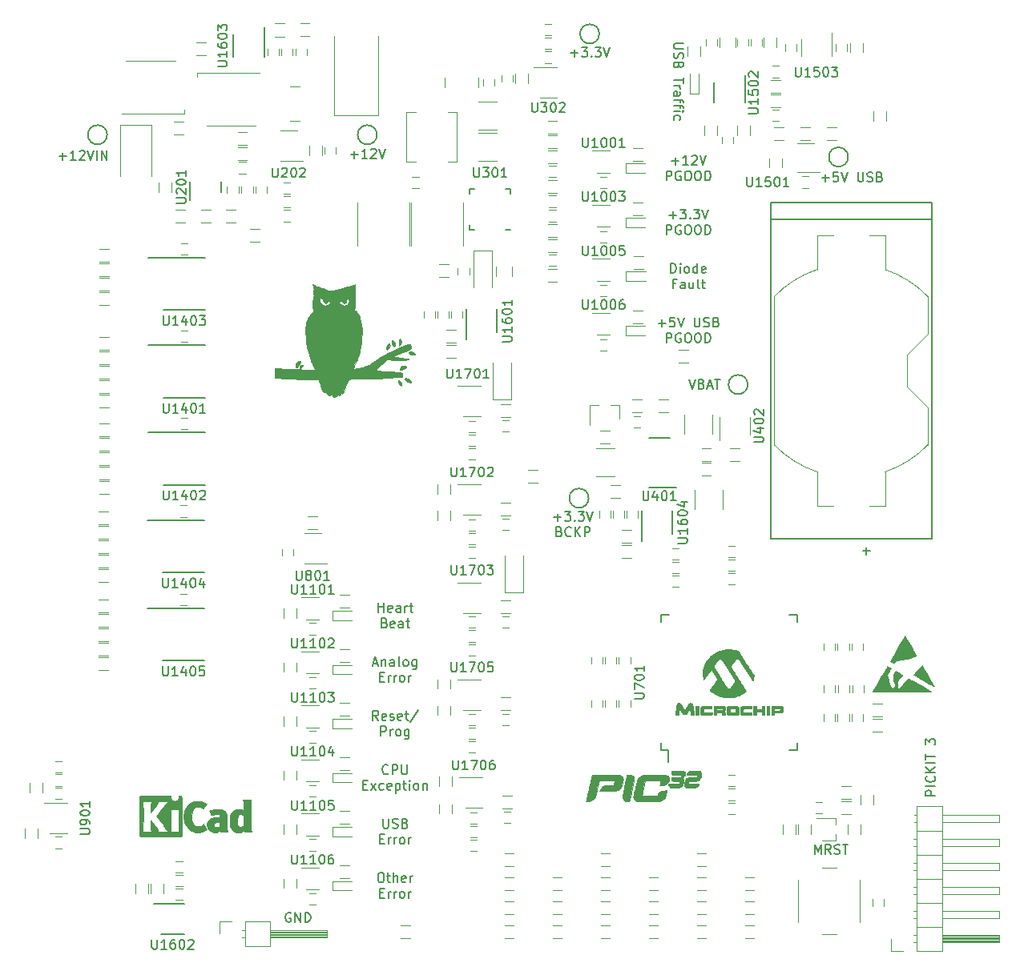
<source format=gbr>
G04 #@! TF.GenerationSoftware,KiCad,Pcbnew,(5.1.2)-1*
G04 #@! TF.CreationDate,2019-09-01T11:48:08-05:00*
G04 #@! TF.ProjectId,Electronic_Calendar,456c6563-7472-46f6-9e69-635f43616c65,rev?*
G04 #@! TF.SameCoordinates,Original*
G04 #@! TF.FileFunction,Legend,Top*
G04 #@! TF.FilePolarity,Positive*
%FSLAX46Y46*%
G04 Gerber Fmt 4.6, Leading zero omitted, Abs format (unit mm)*
G04 Created by KiCad (PCBNEW (5.1.2)-1) date 2019-09-01 11:48:08*
%MOMM*%
%LPD*%
G04 APERTURE LIST*
%ADD10C,0.150000*%
%ADD11C,0.010000*%
%ADD12C,0.120000*%
G04 APERTURE END LIST*
D10*
X97891695Y-139911200D02*
X97796457Y-139863580D01*
X97653600Y-139863580D01*
X97510742Y-139911200D01*
X97415504Y-140006438D01*
X97367885Y-140101676D01*
X97320266Y-140292152D01*
X97320266Y-140435009D01*
X97367885Y-140625485D01*
X97415504Y-140720723D01*
X97510742Y-140815961D01*
X97653600Y-140863580D01*
X97748838Y-140863580D01*
X97891695Y-140815961D01*
X97939314Y-140768342D01*
X97939314Y-140435009D01*
X97748838Y-140435009D01*
X98367885Y-140863580D02*
X98367885Y-139863580D01*
X98939314Y-140863580D01*
X98939314Y-139863580D01*
X99415504Y-140863580D02*
X99415504Y-139863580D01*
X99653600Y-139863580D01*
X99796457Y-139911200D01*
X99891695Y-140006438D01*
X99939314Y-140101676D01*
X99986933Y-140292152D01*
X99986933Y-140435009D01*
X99939314Y-140625485D01*
X99891695Y-140720723D01*
X99796457Y-140815961D01*
X99653600Y-140863580D01*
X99415504Y-140863580D01*
X165996880Y-127489904D02*
X164996880Y-127489904D01*
X164996880Y-127108952D01*
X165044500Y-127013714D01*
X165092119Y-126966095D01*
X165187357Y-126918476D01*
X165330214Y-126918476D01*
X165425452Y-126966095D01*
X165473071Y-127013714D01*
X165520690Y-127108952D01*
X165520690Y-127489904D01*
X165996880Y-126489904D02*
X164996880Y-126489904D01*
X165901642Y-125442285D02*
X165949261Y-125489904D01*
X165996880Y-125632761D01*
X165996880Y-125728000D01*
X165949261Y-125870857D01*
X165854023Y-125966095D01*
X165758785Y-126013714D01*
X165568309Y-126061333D01*
X165425452Y-126061333D01*
X165234976Y-126013714D01*
X165139738Y-125966095D01*
X165044500Y-125870857D01*
X164996880Y-125728000D01*
X164996880Y-125632761D01*
X165044500Y-125489904D01*
X165092119Y-125442285D01*
X165996880Y-125013714D02*
X164996880Y-125013714D01*
X165996880Y-124442285D02*
X165425452Y-124870857D01*
X164996880Y-124442285D02*
X165568309Y-125013714D01*
X165996880Y-124013714D02*
X164996880Y-124013714D01*
X164996880Y-123680380D02*
X164996880Y-123108952D01*
X165996880Y-123394666D02*
X164996880Y-123394666D01*
X164996880Y-122108952D02*
X164996880Y-121489904D01*
X165377833Y-121823238D01*
X165377833Y-121680380D01*
X165425452Y-121585142D01*
X165473071Y-121537523D01*
X165568309Y-121489904D01*
X165806404Y-121489904D01*
X165901642Y-121537523D01*
X165949261Y-121585142D01*
X165996880Y-121680380D01*
X165996880Y-121966095D01*
X165949261Y-122061333D01*
X165901642Y-122108952D01*
X153249523Y-133675380D02*
X153249523Y-132675380D01*
X153582857Y-133389666D01*
X153916190Y-132675380D01*
X153916190Y-133675380D01*
X154963809Y-133675380D02*
X154630476Y-133199190D01*
X154392380Y-133675380D02*
X154392380Y-132675380D01*
X154773333Y-132675380D01*
X154868571Y-132723000D01*
X154916190Y-132770619D01*
X154963809Y-132865857D01*
X154963809Y-133008714D01*
X154916190Y-133103952D01*
X154868571Y-133151571D01*
X154773333Y-133199190D01*
X154392380Y-133199190D01*
X155344761Y-133627761D02*
X155487619Y-133675380D01*
X155725714Y-133675380D01*
X155820952Y-133627761D01*
X155868571Y-133580142D01*
X155916190Y-133484904D01*
X155916190Y-133389666D01*
X155868571Y-133294428D01*
X155820952Y-133246809D01*
X155725714Y-133199190D01*
X155535238Y-133151571D01*
X155440000Y-133103952D01*
X155392380Y-133056333D01*
X155344761Y-132961095D01*
X155344761Y-132865857D01*
X155392380Y-132770619D01*
X155440000Y-132723000D01*
X155535238Y-132675380D01*
X155773333Y-132675380D01*
X155916190Y-132723000D01*
X156201904Y-132675380D02*
X156773333Y-132675380D01*
X156487619Y-133675380D02*
X156487619Y-132675380D01*
X136723833Y-77541928D02*
X137485738Y-77541928D01*
X137104785Y-77922880D02*
X137104785Y-77160976D01*
X138438119Y-76922880D02*
X137961928Y-76922880D01*
X137914309Y-77399071D01*
X137961928Y-77351452D01*
X138057166Y-77303833D01*
X138295261Y-77303833D01*
X138390500Y-77351452D01*
X138438119Y-77399071D01*
X138485738Y-77494309D01*
X138485738Y-77732404D01*
X138438119Y-77827642D01*
X138390500Y-77875261D01*
X138295261Y-77922880D01*
X138057166Y-77922880D01*
X137961928Y-77875261D01*
X137914309Y-77827642D01*
X138771452Y-76922880D02*
X139104785Y-77922880D01*
X139438119Y-76922880D01*
X140533357Y-76922880D02*
X140533357Y-77732404D01*
X140580976Y-77827642D01*
X140628595Y-77875261D01*
X140723833Y-77922880D01*
X140914309Y-77922880D01*
X141009547Y-77875261D01*
X141057166Y-77827642D01*
X141104785Y-77732404D01*
X141104785Y-76922880D01*
X141533357Y-77875261D02*
X141676214Y-77922880D01*
X141914309Y-77922880D01*
X142009547Y-77875261D01*
X142057166Y-77827642D01*
X142104785Y-77732404D01*
X142104785Y-77637166D01*
X142057166Y-77541928D01*
X142009547Y-77494309D01*
X141914309Y-77446690D01*
X141723833Y-77399071D01*
X141628595Y-77351452D01*
X141580976Y-77303833D01*
X141533357Y-77208595D01*
X141533357Y-77113357D01*
X141580976Y-77018119D01*
X141628595Y-76970500D01*
X141723833Y-76922880D01*
X141961928Y-76922880D01*
X142104785Y-76970500D01*
X142866690Y-77399071D02*
X143009547Y-77446690D01*
X143057166Y-77494309D01*
X143104785Y-77589547D01*
X143104785Y-77732404D01*
X143057166Y-77827642D01*
X143009547Y-77875261D01*
X142914309Y-77922880D01*
X142533357Y-77922880D01*
X142533357Y-76922880D01*
X142866690Y-76922880D01*
X142961928Y-76970500D01*
X143009547Y-77018119D01*
X143057166Y-77113357D01*
X143057166Y-77208595D01*
X143009547Y-77303833D01*
X142961928Y-77351452D01*
X142866690Y-77399071D01*
X142533357Y-77399071D01*
X137580976Y-79572880D02*
X137580976Y-78572880D01*
X137961928Y-78572880D01*
X138057166Y-78620500D01*
X138104785Y-78668119D01*
X138152404Y-78763357D01*
X138152404Y-78906214D01*
X138104785Y-79001452D01*
X138057166Y-79049071D01*
X137961928Y-79096690D01*
X137580976Y-79096690D01*
X139104785Y-78620500D02*
X139009547Y-78572880D01*
X138866690Y-78572880D01*
X138723833Y-78620500D01*
X138628595Y-78715738D01*
X138580976Y-78810976D01*
X138533357Y-79001452D01*
X138533357Y-79144309D01*
X138580976Y-79334785D01*
X138628595Y-79430023D01*
X138723833Y-79525261D01*
X138866690Y-79572880D01*
X138961928Y-79572880D01*
X139104785Y-79525261D01*
X139152404Y-79477642D01*
X139152404Y-79144309D01*
X138961928Y-79144309D01*
X139771452Y-78572880D02*
X139961928Y-78572880D01*
X140057166Y-78620500D01*
X140152404Y-78715738D01*
X140200023Y-78906214D01*
X140200023Y-79239547D01*
X140152404Y-79430023D01*
X140057166Y-79525261D01*
X139961928Y-79572880D01*
X139771452Y-79572880D01*
X139676214Y-79525261D01*
X139580976Y-79430023D01*
X139533357Y-79239547D01*
X139533357Y-78906214D01*
X139580976Y-78715738D01*
X139676214Y-78620500D01*
X139771452Y-78572880D01*
X140819071Y-78572880D02*
X141009547Y-78572880D01*
X141104785Y-78620500D01*
X141200023Y-78715738D01*
X141247642Y-78906214D01*
X141247642Y-79239547D01*
X141200023Y-79430023D01*
X141104785Y-79525261D01*
X141009547Y-79572880D01*
X140819071Y-79572880D01*
X140723833Y-79525261D01*
X140628595Y-79430023D01*
X140580976Y-79239547D01*
X140580976Y-78906214D01*
X140628595Y-78715738D01*
X140723833Y-78620500D01*
X140819071Y-78572880D01*
X141676214Y-79572880D02*
X141676214Y-78572880D01*
X141914309Y-78572880D01*
X142057166Y-78620500D01*
X142152404Y-78715738D01*
X142200023Y-78810976D01*
X142247642Y-79001452D01*
X142247642Y-79144309D01*
X142200023Y-79334785D01*
X142152404Y-79430023D01*
X142057166Y-79525261D01*
X141914309Y-79572880D01*
X141676214Y-79572880D01*
X138057166Y-72207880D02*
X138057166Y-71207880D01*
X138295261Y-71207880D01*
X138438119Y-71255500D01*
X138533357Y-71350738D01*
X138580976Y-71445976D01*
X138628595Y-71636452D01*
X138628595Y-71779309D01*
X138580976Y-71969785D01*
X138533357Y-72065023D01*
X138438119Y-72160261D01*
X138295261Y-72207880D01*
X138057166Y-72207880D01*
X139057166Y-72207880D02*
X139057166Y-71541214D01*
X139057166Y-71207880D02*
X139009547Y-71255500D01*
X139057166Y-71303119D01*
X139104785Y-71255500D01*
X139057166Y-71207880D01*
X139057166Y-71303119D01*
X139676214Y-72207880D02*
X139580976Y-72160261D01*
X139533357Y-72112642D01*
X139485738Y-72017404D01*
X139485738Y-71731690D01*
X139533357Y-71636452D01*
X139580976Y-71588833D01*
X139676214Y-71541214D01*
X139819071Y-71541214D01*
X139914309Y-71588833D01*
X139961928Y-71636452D01*
X140009547Y-71731690D01*
X140009547Y-72017404D01*
X139961928Y-72112642D01*
X139914309Y-72160261D01*
X139819071Y-72207880D01*
X139676214Y-72207880D01*
X140866690Y-72207880D02*
X140866690Y-71207880D01*
X140866690Y-72160261D02*
X140771452Y-72207880D01*
X140580976Y-72207880D01*
X140485738Y-72160261D01*
X140438119Y-72112642D01*
X140390500Y-72017404D01*
X140390500Y-71731690D01*
X140438119Y-71636452D01*
X140485738Y-71588833D01*
X140580976Y-71541214D01*
X140771452Y-71541214D01*
X140866690Y-71588833D01*
X141723833Y-72160261D02*
X141628595Y-72207880D01*
X141438119Y-72207880D01*
X141342880Y-72160261D01*
X141295261Y-72065023D01*
X141295261Y-71684071D01*
X141342880Y-71588833D01*
X141438119Y-71541214D01*
X141628595Y-71541214D01*
X141723833Y-71588833D01*
X141771452Y-71684071D01*
X141771452Y-71779309D01*
X141295261Y-71874547D01*
X138580976Y-73334071D02*
X138247642Y-73334071D01*
X138247642Y-73857880D02*
X138247642Y-72857880D01*
X138723833Y-72857880D01*
X139533357Y-73857880D02*
X139533357Y-73334071D01*
X139485738Y-73238833D01*
X139390500Y-73191214D01*
X139200023Y-73191214D01*
X139104785Y-73238833D01*
X139533357Y-73810261D02*
X139438119Y-73857880D01*
X139200023Y-73857880D01*
X139104785Y-73810261D01*
X139057166Y-73715023D01*
X139057166Y-73619785D01*
X139104785Y-73524547D01*
X139200023Y-73476928D01*
X139438119Y-73476928D01*
X139533357Y-73429309D01*
X140438119Y-73191214D02*
X140438119Y-73857880D01*
X140009547Y-73191214D02*
X140009547Y-73715023D01*
X140057166Y-73810261D01*
X140152404Y-73857880D01*
X140295261Y-73857880D01*
X140390500Y-73810261D01*
X140438119Y-73762642D01*
X141057166Y-73857880D02*
X140961928Y-73810261D01*
X140914309Y-73715023D01*
X140914309Y-72857880D01*
X141295261Y-73191214D02*
X141676214Y-73191214D01*
X141438119Y-72857880D02*
X141438119Y-73715023D01*
X141485738Y-73810261D01*
X141580976Y-73857880D01*
X141676214Y-73857880D01*
X137890500Y-66111928D02*
X138652404Y-66111928D01*
X138271452Y-66492880D02*
X138271452Y-65730976D01*
X139033357Y-65492880D02*
X139652404Y-65492880D01*
X139319071Y-65873833D01*
X139461928Y-65873833D01*
X139557166Y-65921452D01*
X139604785Y-65969071D01*
X139652404Y-66064309D01*
X139652404Y-66302404D01*
X139604785Y-66397642D01*
X139557166Y-66445261D01*
X139461928Y-66492880D01*
X139176214Y-66492880D01*
X139080976Y-66445261D01*
X139033357Y-66397642D01*
X140080976Y-66397642D02*
X140128595Y-66445261D01*
X140080976Y-66492880D01*
X140033357Y-66445261D01*
X140080976Y-66397642D01*
X140080976Y-66492880D01*
X140461928Y-65492880D02*
X141080976Y-65492880D01*
X140747642Y-65873833D01*
X140890500Y-65873833D01*
X140985738Y-65921452D01*
X141033357Y-65969071D01*
X141080976Y-66064309D01*
X141080976Y-66302404D01*
X141033357Y-66397642D01*
X140985738Y-66445261D01*
X140890500Y-66492880D01*
X140604785Y-66492880D01*
X140509547Y-66445261D01*
X140461928Y-66397642D01*
X141366690Y-65492880D02*
X141700023Y-66492880D01*
X142033357Y-65492880D01*
X137580976Y-68142880D02*
X137580976Y-67142880D01*
X137961928Y-67142880D01*
X138057166Y-67190500D01*
X138104785Y-67238119D01*
X138152404Y-67333357D01*
X138152404Y-67476214D01*
X138104785Y-67571452D01*
X138057166Y-67619071D01*
X137961928Y-67666690D01*
X137580976Y-67666690D01*
X139104785Y-67190500D02*
X139009547Y-67142880D01*
X138866690Y-67142880D01*
X138723833Y-67190500D01*
X138628595Y-67285738D01*
X138580976Y-67380976D01*
X138533357Y-67571452D01*
X138533357Y-67714309D01*
X138580976Y-67904785D01*
X138628595Y-68000023D01*
X138723833Y-68095261D01*
X138866690Y-68142880D01*
X138961928Y-68142880D01*
X139104785Y-68095261D01*
X139152404Y-68047642D01*
X139152404Y-67714309D01*
X138961928Y-67714309D01*
X139771452Y-67142880D02*
X139961928Y-67142880D01*
X140057166Y-67190500D01*
X140152404Y-67285738D01*
X140200023Y-67476214D01*
X140200023Y-67809547D01*
X140152404Y-68000023D01*
X140057166Y-68095261D01*
X139961928Y-68142880D01*
X139771452Y-68142880D01*
X139676214Y-68095261D01*
X139580976Y-68000023D01*
X139533357Y-67809547D01*
X139533357Y-67476214D01*
X139580976Y-67285738D01*
X139676214Y-67190500D01*
X139771452Y-67142880D01*
X140819071Y-67142880D02*
X141009547Y-67142880D01*
X141104785Y-67190500D01*
X141200023Y-67285738D01*
X141247642Y-67476214D01*
X141247642Y-67809547D01*
X141200023Y-68000023D01*
X141104785Y-68095261D01*
X141009547Y-68142880D01*
X140819071Y-68142880D01*
X140723833Y-68095261D01*
X140628595Y-68000023D01*
X140580976Y-67809547D01*
X140580976Y-67476214D01*
X140628595Y-67285738D01*
X140723833Y-67190500D01*
X140819071Y-67142880D01*
X141676214Y-68142880D02*
X141676214Y-67142880D01*
X141914309Y-67142880D01*
X142057166Y-67190500D01*
X142152404Y-67285738D01*
X142200023Y-67380976D01*
X142247642Y-67571452D01*
X142247642Y-67714309D01*
X142200023Y-67904785D01*
X142152404Y-68000023D01*
X142057166Y-68095261D01*
X141914309Y-68142880D01*
X141676214Y-68142880D01*
X138128595Y-60396928D02*
X138890500Y-60396928D01*
X138509547Y-60777880D02*
X138509547Y-60015976D01*
X139890500Y-60777880D02*
X139319071Y-60777880D01*
X139604785Y-60777880D02*
X139604785Y-59777880D01*
X139509547Y-59920738D01*
X139414309Y-60015976D01*
X139319071Y-60063595D01*
X140271452Y-59873119D02*
X140319071Y-59825500D01*
X140414309Y-59777880D01*
X140652404Y-59777880D01*
X140747642Y-59825500D01*
X140795261Y-59873119D01*
X140842880Y-59968357D01*
X140842880Y-60063595D01*
X140795261Y-60206452D01*
X140223833Y-60777880D01*
X140842880Y-60777880D01*
X141128595Y-59777880D02*
X141461928Y-60777880D01*
X141795261Y-59777880D01*
X137580976Y-62427880D02*
X137580976Y-61427880D01*
X137961928Y-61427880D01*
X138057166Y-61475500D01*
X138104785Y-61523119D01*
X138152404Y-61618357D01*
X138152404Y-61761214D01*
X138104785Y-61856452D01*
X138057166Y-61904071D01*
X137961928Y-61951690D01*
X137580976Y-61951690D01*
X139104785Y-61475500D02*
X139009547Y-61427880D01*
X138866690Y-61427880D01*
X138723833Y-61475500D01*
X138628595Y-61570738D01*
X138580976Y-61665976D01*
X138533357Y-61856452D01*
X138533357Y-61999309D01*
X138580976Y-62189785D01*
X138628595Y-62285023D01*
X138723833Y-62380261D01*
X138866690Y-62427880D01*
X138961928Y-62427880D01*
X139104785Y-62380261D01*
X139152404Y-62332642D01*
X139152404Y-61999309D01*
X138961928Y-61999309D01*
X139771452Y-61427880D02*
X139961928Y-61427880D01*
X140057166Y-61475500D01*
X140152404Y-61570738D01*
X140200023Y-61761214D01*
X140200023Y-62094547D01*
X140152404Y-62285023D01*
X140057166Y-62380261D01*
X139961928Y-62427880D01*
X139771452Y-62427880D01*
X139676214Y-62380261D01*
X139580976Y-62285023D01*
X139533357Y-62094547D01*
X139533357Y-61761214D01*
X139580976Y-61570738D01*
X139676214Y-61475500D01*
X139771452Y-61427880D01*
X140819071Y-61427880D02*
X141009547Y-61427880D01*
X141104785Y-61475500D01*
X141200023Y-61570738D01*
X141247642Y-61761214D01*
X141247642Y-62094547D01*
X141200023Y-62285023D01*
X141104785Y-62380261D01*
X141009547Y-62427880D01*
X140819071Y-62427880D01*
X140723833Y-62380261D01*
X140628595Y-62285023D01*
X140580976Y-62094547D01*
X140580976Y-61761214D01*
X140628595Y-61570738D01*
X140723833Y-61475500D01*
X140819071Y-61427880D01*
X141676214Y-62427880D02*
X141676214Y-61427880D01*
X141914309Y-61427880D01*
X142057166Y-61475500D01*
X142152404Y-61570738D01*
X142200023Y-61665976D01*
X142247642Y-61856452D01*
X142247642Y-61999309D01*
X142200023Y-62189785D01*
X142152404Y-62285023D01*
X142057166Y-62380261D01*
X141914309Y-62427880D01*
X141676214Y-62427880D01*
X107331071Y-135660380D02*
X107521547Y-135660380D01*
X107616785Y-135708000D01*
X107712023Y-135803238D01*
X107759642Y-135993714D01*
X107759642Y-136327047D01*
X107712023Y-136517523D01*
X107616785Y-136612761D01*
X107521547Y-136660380D01*
X107331071Y-136660380D01*
X107235833Y-136612761D01*
X107140595Y-136517523D01*
X107092976Y-136327047D01*
X107092976Y-135993714D01*
X107140595Y-135803238D01*
X107235833Y-135708000D01*
X107331071Y-135660380D01*
X108045357Y-135993714D02*
X108426309Y-135993714D01*
X108188214Y-135660380D02*
X108188214Y-136517523D01*
X108235833Y-136612761D01*
X108331071Y-136660380D01*
X108426309Y-136660380D01*
X108759642Y-136660380D02*
X108759642Y-135660380D01*
X109188214Y-136660380D02*
X109188214Y-136136571D01*
X109140595Y-136041333D01*
X109045357Y-135993714D01*
X108902500Y-135993714D01*
X108807261Y-136041333D01*
X108759642Y-136088952D01*
X110045357Y-136612761D02*
X109950119Y-136660380D01*
X109759642Y-136660380D01*
X109664404Y-136612761D01*
X109616785Y-136517523D01*
X109616785Y-136136571D01*
X109664404Y-136041333D01*
X109759642Y-135993714D01*
X109950119Y-135993714D01*
X110045357Y-136041333D01*
X110092976Y-136136571D01*
X110092976Y-136231809D01*
X109616785Y-136327047D01*
X110521547Y-136660380D02*
X110521547Y-135993714D01*
X110521547Y-136184190D02*
X110569166Y-136088952D01*
X110616785Y-136041333D01*
X110712023Y-135993714D01*
X110807261Y-135993714D01*
X107307261Y-137786571D02*
X107640595Y-137786571D01*
X107783452Y-138310380D02*
X107307261Y-138310380D01*
X107307261Y-137310380D01*
X107783452Y-137310380D01*
X108212023Y-138310380D02*
X108212023Y-137643714D01*
X108212023Y-137834190D02*
X108259642Y-137738952D01*
X108307261Y-137691333D01*
X108402500Y-137643714D01*
X108497738Y-137643714D01*
X108831071Y-138310380D02*
X108831071Y-137643714D01*
X108831071Y-137834190D02*
X108878690Y-137738952D01*
X108926309Y-137691333D01*
X109021547Y-137643714D01*
X109116785Y-137643714D01*
X109592976Y-138310380D02*
X109497738Y-138262761D01*
X109450119Y-138215142D01*
X109402500Y-138119904D01*
X109402500Y-137834190D01*
X109450119Y-137738952D01*
X109497738Y-137691333D01*
X109592976Y-137643714D01*
X109735833Y-137643714D01*
X109831071Y-137691333D01*
X109878690Y-137738952D01*
X109926309Y-137834190D01*
X109926309Y-138119904D01*
X109878690Y-138215142D01*
X109831071Y-138262761D01*
X109735833Y-138310380D01*
X109592976Y-138310380D01*
X110354880Y-138310380D02*
X110354880Y-137643714D01*
X110354880Y-137834190D02*
X110402500Y-137738952D01*
X110450119Y-137691333D01*
X110545357Y-137643714D01*
X110640595Y-137643714D01*
X107640595Y-129945380D02*
X107640595Y-130754904D01*
X107688214Y-130850142D01*
X107735833Y-130897761D01*
X107831071Y-130945380D01*
X108021547Y-130945380D01*
X108116785Y-130897761D01*
X108164404Y-130850142D01*
X108212023Y-130754904D01*
X108212023Y-129945380D01*
X108640595Y-130897761D02*
X108783452Y-130945380D01*
X109021547Y-130945380D01*
X109116785Y-130897761D01*
X109164404Y-130850142D01*
X109212023Y-130754904D01*
X109212023Y-130659666D01*
X109164404Y-130564428D01*
X109116785Y-130516809D01*
X109021547Y-130469190D01*
X108831071Y-130421571D01*
X108735833Y-130373952D01*
X108688214Y-130326333D01*
X108640595Y-130231095D01*
X108640595Y-130135857D01*
X108688214Y-130040619D01*
X108735833Y-129993000D01*
X108831071Y-129945380D01*
X109069166Y-129945380D01*
X109212023Y-129993000D01*
X109973928Y-130421571D02*
X110116785Y-130469190D01*
X110164404Y-130516809D01*
X110212023Y-130612047D01*
X110212023Y-130754904D01*
X110164404Y-130850142D01*
X110116785Y-130897761D01*
X110021547Y-130945380D01*
X109640595Y-130945380D01*
X109640595Y-129945380D01*
X109973928Y-129945380D01*
X110069166Y-129993000D01*
X110116785Y-130040619D01*
X110164404Y-130135857D01*
X110164404Y-130231095D01*
X110116785Y-130326333D01*
X110069166Y-130373952D01*
X109973928Y-130421571D01*
X109640595Y-130421571D01*
X107307261Y-132071571D02*
X107640595Y-132071571D01*
X107783452Y-132595380D02*
X107307261Y-132595380D01*
X107307261Y-131595380D01*
X107783452Y-131595380D01*
X108212023Y-132595380D02*
X108212023Y-131928714D01*
X108212023Y-132119190D02*
X108259642Y-132023952D01*
X108307261Y-131976333D01*
X108402500Y-131928714D01*
X108497738Y-131928714D01*
X108831071Y-132595380D02*
X108831071Y-131928714D01*
X108831071Y-132119190D02*
X108878690Y-132023952D01*
X108926309Y-131976333D01*
X109021547Y-131928714D01*
X109116785Y-131928714D01*
X109592976Y-132595380D02*
X109497738Y-132547761D01*
X109450119Y-132500142D01*
X109402500Y-132404904D01*
X109402500Y-132119190D01*
X109450119Y-132023952D01*
X109497738Y-131976333D01*
X109592976Y-131928714D01*
X109735833Y-131928714D01*
X109831071Y-131976333D01*
X109878690Y-132023952D01*
X109926309Y-132119190D01*
X109926309Y-132404904D01*
X109878690Y-132500142D01*
X109831071Y-132547761D01*
X109735833Y-132595380D01*
X109592976Y-132595380D01*
X110354880Y-132595380D02*
X110354880Y-131928714D01*
X110354880Y-132119190D02*
X110402500Y-132023952D01*
X110450119Y-131976333D01*
X110545357Y-131928714D01*
X110640595Y-131928714D01*
X108188214Y-125135142D02*
X108140595Y-125182761D01*
X107997738Y-125230380D01*
X107902500Y-125230380D01*
X107759642Y-125182761D01*
X107664404Y-125087523D01*
X107616785Y-124992285D01*
X107569166Y-124801809D01*
X107569166Y-124658952D01*
X107616785Y-124468476D01*
X107664404Y-124373238D01*
X107759642Y-124278000D01*
X107902500Y-124230380D01*
X107997738Y-124230380D01*
X108140595Y-124278000D01*
X108188214Y-124325619D01*
X108616785Y-125230380D02*
X108616785Y-124230380D01*
X108997738Y-124230380D01*
X109092976Y-124278000D01*
X109140595Y-124325619D01*
X109188214Y-124420857D01*
X109188214Y-124563714D01*
X109140595Y-124658952D01*
X109092976Y-124706571D01*
X108997738Y-124754190D01*
X108616785Y-124754190D01*
X109616785Y-124230380D02*
X109616785Y-125039904D01*
X109664404Y-125135142D01*
X109712023Y-125182761D01*
X109807261Y-125230380D01*
X109997738Y-125230380D01*
X110092976Y-125182761D01*
X110140595Y-125135142D01*
X110188214Y-125039904D01*
X110188214Y-124230380D01*
X105545357Y-126356571D02*
X105878690Y-126356571D01*
X106021547Y-126880380D02*
X105545357Y-126880380D01*
X105545357Y-125880380D01*
X106021547Y-125880380D01*
X106354880Y-126880380D02*
X106878690Y-126213714D01*
X106354880Y-126213714D02*
X106878690Y-126880380D01*
X107688214Y-126832761D02*
X107592976Y-126880380D01*
X107402500Y-126880380D01*
X107307261Y-126832761D01*
X107259642Y-126785142D01*
X107212023Y-126689904D01*
X107212023Y-126404190D01*
X107259642Y-126308952D01*
X107307261Y-126261333D01*
X107402500Y-126213714D01*
X107592976Y-126213714D01*
X107688214Y-126261333D01*
X108497738Y-126832761D02*
X108402500Y-126880380D01*
X108212023Y-126880380D01*
X108116785Y-126832761D01*
X108069166Y-126737523D01*
X108069166Y-126356571D01*
X108116785Y-126261333D01*
X108212023Y-126213714D01*
X108402500Y-126213714D01*
X108497738Y-126261333D01*
X108545357Y-126356571D01*
X108545357Y-126451809D01*
X108069166Y-126547047D01*
X108973928Y-126213714D02*
X108973928Y-127213714D01*
X108973928Y-126261333D02*
X109069166Y-126213714D01*
X109259642Y-126213714D01*
X109354880Y-126261333D01*
X109402500Y-126308952D01*
X109450119Y-126404190D01*
X109450119Y-126689904D01*
X109402500Y-126785142D01*
X109354880Y-126832761D01*
X109259642Y-126880380D01*
X109069166Y-126880380D01*
X108973928Y-126832761D01*
X109735833Y-126213714D02*
X110116785Y-126213714D01*
X109878690Y-125880380D02*
X109878690Y-126737523D01*
X109926309Y-126832761D01*
X110021547Y-126880380D01*
X110116785Y-126880380D01*
X110450119Y-126880380D02*
X110450119Y-126213714D01*
X110450119Y-125880380D02*
X110402500Y-125928000D01*
X110450119Y-125975619D01*
X110497738Y-125928000D01*
X110450119Y-125880380D01*
X110450119Y-125975619D01*
X111069166Y-126880380D02*
X110973928Y-126832761D01*
X110926309Y-126785142D01*
X110878690Y-126689904D01*
X110878690Y-126404190D01*
X110926309Y-126308952D01*
X110973928Y-126261333D01*
X111069166Y-126213714D01*
X111212023Y-126213714D01*
X111307261Y-126261333D01*
X111354880Y-126308952D01*
X111402500Y-126404190D01*
X111402500Y-126689904D01*
X111354880Y-126785142D01*
X111307261Y-126832761D01*
X111212023Y-126880380D01*
X111069166Y-126880380D01*
X111831071Y-126213714D02*
X111831071Y-126880380D01*
X111831071Y-126308952D02*
X111878690Y-126261333D01*
X111973928Y-126213714D01*
X112116785Y-126213714D01*
X112212023Y-126261333D01*
X112259642Y-126356571D01*
X112259642Y-126880380D01*
X107140595Y-119515380D02*
X106807261Y-119039190D01*
X106569166Y-119515380D02*
X106569166Y-118515380D01*
X106950119Y-118515380D01*
X107045357Y-118563000D01*
X107092976Y-118610619D01*
X107140595Y-118705857D01*
X107140595Y-118848714D01*
X107092976Y-118943952D01*
X107045357Y-118991571D01*
X106950119Y-119039190D01*
X106569166Y-119039190D01*
X107950119Y-119467761D02*
X107854880Y-119515380D01*
X107664404Y-119515380D01*
X107569166Y-119467761D01*
X107521547Y-119372523D01*
X107521547Y-118991571D01*
X107569166Y-118896333D01*
X107664404Y-118848714D01*
X107854880Y-118848714D01*
X107950119Y-118896333D01*
X107997738Y-118991571D01*
X107997738Y-119086809D01*
X107521547Y-119182047D01*
X108378690Y-119467761D02*
X108473928Y-119515380D01*
X108664404Y-119515380D01*
X108759642Y-119467761D01*
X108807261Y-119372523D01*
X108807261Y-119324904D01*
X108759642Y-119229666D01*
X108664404Y-119182047D01*
X108521547Y-119182047D01*
X108426309Y-119134428D01*
X108378690Y-119039190D01*
X108378690Y-118991571D01*
X108426309Y-118896333D01*
X108521547Y-118848714D01*
X108664404Y-118848714D01*
X108759642Y-118896333D01*
X109616785Y-119467761D02*
X109521547Y-119515380D01*
X109331071Y-119515380D01*
X109235833Y-119467761D01*
X109188214Y-119372523D01*
X109188214Y-118991571D01*
X109235833Y-118896333D01*
X109331071Y-118848714D01*
X109521547Y-118848714D01*
X109616785Y-118896333D01*
X109664404Y-118991571D01*
X109664404Y-119086809D01*
X109188214Y-119182047D01*
X109950119Y-118848714D02*
X110331071Y-118848714D01*
X110092976Y-118515380D02*
X110092976Y-119372523D01*
X110140595Y-119467761D01*
X110235833Y-119515380D01*
X110331071Y-119515380D01*
X111378690Y-118467761D02*
X110521547Y-119753476D01*
X107426309Y-121165380D02*
X107426309Y-120165380D01*
X107807261Y-120165380D01*
X107902500Y-120213000D01*
X107950119Y-120260619D01*
X107997738Y-120355857D01*
X107997738Y-120498714D01*
X107950119Y-120593952D01*
X107902500Y-120641571D01*
X107807261Y-120689190D01*
X107426309Y-120689190D01*
X108426309Y-121165380D02*
X108426309Y-120498714D01*
X108426309Y-120689190D02*
X108473928Y-120593952D01*
X108521547Y-120546333D01*
X108616785Y-120498714D01*
X108712023Y-120498714D01*
X109188214Y-121165380D02*
X109092976Y-121117761D01*
X109045357Y-121070142D01*
X108997738Y-120974904D01*
X108997738Y-120689190D01*
X109045357Y-120593952D01*
X109092976Y-120546333D01*
X109188214Y-120498714D01*
X109331071Y-120498714D01*
X109426309Y-120546333D01*
X109473928Y-120593952D01*
X109521547Y-120689190D01*
X109521547Y-120974904D01*
X109473928Y-121070142D01*
X109426309Y-121117761D01*
X109331071Y-121165380D01*
X109188214Y-121165380D01*
X110378690Y-120498714D02*
X110378690Y-121308238D01*
X110331071Y-121403476D01*
X110283452Y-121451095D01*
X110188214Y-121498714D01*
X110045357Y-121498714D01*
X109950119Y-121451095D01*
X110378690Y-121117761D02*
X110283452Y-121165380D01*
X110092976Y-121165380D01*
X109997738Y-121117761D01*
X109950119Y-121070142D01*
X109902500Y-120974904D01*
X109902500Y-120689190D01*
X109950119Y-120593952D01*
X109997738Y-120546333D01*
X110092976Y-120498714D01*
X110283452Y-120498714D01*
X110378690Y-120546333D01*
X106592976Y-113514666D02*
X107069166Y-113514666D01*
X106497738Y-113800380D02*
X106831071Y-112800380D01*
X107164404Y-113800380D01*
X107497738Y-113133714D02*
X107497738Y-113800380D01*
X107497738Y-113228952D02*
X107545357Y-113181333D01*
X107640595Y-113133714D01*
X107783452Y-113133714D01*
X107878690Y-113181333D01*
X107926309Y-113276571D01*
X107926309Y-113800380D01*
X108831071Y-113800380D02*
X108831071Y-113276571D01*
X108783452Y-113181333D01*
X108688214Y-113133714D01*
X108497738Y-113133714D01*
X108402500Y-113181333D01*
X108831071Y-113752761D02*
X108735833Y-113800380D01*
X108497738Y-113800380D01*
X108402500Y-113752761D01*
X108354880Y-113657523D01*
X108354880Y-113562285D01*
X108402500Y-113467047D01*
X108497738Y-113419428D01*
X108735833Y-113419428D01*
X108831071Y-113371809D01*
X109450119Y-113800380D02*
X109354880Y-113752761D01*
X109307261Y-113657523D01*
X109307261Y-112800380D01*
X109973928Y-113800380D02*
X109878690Y-113752761D01*
X109831071Y-113705142D01*
X109783452Y-113609904D01*
X109783452Y-113324190D01*
X109831071Y-113228952D01*
X109878690Y-113181333D01*
X109973928Y-113133714D01*
X110116785Y-113133714D01*
X110212023Y-113181333D01*
X110259642Y-113228952D01*
X110307261Y-113324190D01*
X110307261Y-113609904D01*
X110259642Y-113705142D01*
X110212023Y-113752761D01*
X110116785Y-113800380D01*
X109973928Y-113800380D01*
X111164404Y-113133714D02*
X111164404Y-113943238D01*
X111116785Y-114038476D01*
X111069166Y-114086095D01*
X110973928Y-114133714D01*
X110831071Y-114133714D01*
X110735833Y-114086095D01*
X111164404Y-113752761D02*
X111069166Y-113800380D01*
X110878690Y-113800380D01*
X110783452Y-113752761D01*
X110735833Y-113705142D01*
X110688214Y-113609904D01*
X110688214Y-113324190D01*
X110735833Y-113228952D01*
X110783452Y-113181333D01*
X110878690Y-113133714D01*
X111069166Y-113133714D01*
X111164404Y-113181333D01*
X107307261Y-114926571D02*
X107640595Y-114926571D01*
X107783452Y-115450380D02*
X107307261Y-115450380D01*
X107307261Y-114450380D01*
X107783452Y-114450380D01*
X108212023Y-115450380D02*
X108212023Y-114783714D01*
X108212023Y-114974190D02*
X108259642Y-114878952D01*
X108307261Y-114831333D01*
X108402500Y-114783714D01*
X108497738Y-114783714D01*
X108831071Y-115450380D02*
X108831071Y-114783714D01*
X108831071Y-114974190D02*
X108878690Y-114878952D01*
X108926309Y-114831333D01*
X109021547Y-114783714D01*
X109116785Y-114783714D01*
X109592976Y-115450380D02*
X109497738Y-115402761D01*
X109450119Y-115355142D01*
X109402500Y-115259904D01*
X109402500Y-114974190D01*
X109450119Y-114878952D01*
X109497738Y-114831333D01*
X109592976Y-114783714D01*
X109735833Y-114783714D01*
X109831071Y-114831333D01*
X109878690Y-114878952D01*
X109926309Y-114974190D01*
X109926309Y-115259904D01*
X109878690Y-115355142D01*
X109831071Y-115402761D01*
X109735833Y-115450380D01*
X109592976Y-115450380D01*
X110354880Y-115450380D02*
X110354880Y-114783714D01*
X110354880Y-114974190D02*
X110402500Y-114878952D01*
X110450119Y-114831333D01*
X110545357Y-114783714D01*
X110640595Y-114783714D01*
X107140595Y-108085380D02*
X107140595Y-107085380D01*
X107140595Y-107561571D02*
X107712023Y-107561571D01*
X107712023Y-108085380D02*
X107712023Y-107085380D01*
X108569166Y-108037761D02*
X108473928Y-108085380D01*
X108283452Y-108085380D01*
X108188214Y-108037761D01*
X108140595Y-107942523D01*
X108140595Y-107561571D01*
X108188214Y-107466333D01*
X108283452Y-107418714D01*
X108473928Y-107418714D01*
X108569166Y-107466333D01*
X108616785Y-107561571D01*
X108616785Y-107656809D01*
X108140595Y-107752047D01*
X109473928Y-108085380D02*
X109473928Y-107561571D01*
X109426309Y-107466333D01*
X109331071Y-107418714D01*
X109140595Y-107418714D01*
X109045357Y-107466333D01*
X109473928Y-108037761D02*
X109378690Y-108085380D01*
X109140595Y-108085380D01*
X109045357Y-108037761D01*
X108997738Y-107942523D01*
X108997738Y-107847285D01*
X109045357Y-107752047D01*
X109140595Y-107704428D01*
X109378690Y-107704428D01*
X109473928Y-107656809D01*
X109950119Y-108085380D02*
X109950119Y-107418714D01*
X109950119Y-107609190D02*
X109997738Y-107513952D01*
X110045357Y-107466333D01*
X110140595Y-107418714D01*
X110235833Y-107418714D01*
X110426309Y-107418714D02*
X110807261Y-107418714D01*
X110569166Y-107085380D02*
X110569166Y-107942523D01*
X110616785Y-108037761D01*
X110712023Y-108085380D01*
X110807261Y-108085380D01*
X107807261Y-109211571D02*
X107950119Y-109259190D01*
X107997738Y-109306809D01*
X108045357Y-109402047D01*
X108045357Y-109544904D01*
X107997738Y-109640142D01*
X107950119Y-109687761D01*
X107854880Y-109735380D01*
X107473928Y-109735380D01*
X107473928Y-108735380D01*
X107807261Y-108735380D01*
X107902500Y-108783000D01*
X107950119Y-108830619D01*
X107997738Y-108925857D01*
X107997738Y-109021095D01*
X107950119Y-109116333D01*
X107902500Y-109163952D01*
X107807261Y-109211571D01*
X107473928Y-109211571D01*
X108854880Y-109687761D02*
X108759642Y-109735380D01*
X108569166Y-109735380D01*
X108473928Y-109687761D01*
X108426309Y-109592523D01*
X108426309Y-109211571D01*
X108473928Y-109116333D01*
X108569166Y-109068714D01*
X108759642Y-109068714D01*
X108854880Y-109116333D01*
X108902500Y-109211571D01*
X108902500Y-109306809D01*
X108426309Y-109402047D01*
X109759642Y-109735380D02*
X109759642Y-109211571D01*
X109712023Y-109116333D01*
X109616785Y-109068714D01*
X109426309Y-109068714D01*
X109331071Y-109116333D01*
X109759642Y-109687761D02*
X109664404Y-109735380D01*
X109426309Y-109735380D01*
X109331071Y-109687761D01*
X109283452Y-109592523D01*
X109283452Y-109497285D01*
X109331071Y-109402047D01*
X109426309Y-109354428D01*
X109664404Y-109354428D01*
X109759642Y-109306809D01*
X110092976Y-109068714D02*
X110473928Y-109068714D01*
X110235833Y-108735380D02*
X110235833Y-109592523D01*
X110283452Y-109687761D01*
X110378690Y-109735380D01*
X110473928Y-109735380D01*
X127476500Y-48966428D02*
X128238404Y-48966428D01*
X127857452Y-49347380D02*
X127857452Y-48585476D01*
X128619357Y-48347380D02*
X129238404Y-48347380D01*
X128905071Y-48728333D01*
X129047928Y-48728333D01*
X129143166Y-48775952D01*
X129190785Y-48823571D01*
X129238404Y-48918809D01*
X129238404Y-49156904D01*
X129190785Y-49252142D01*
X129143166Y-49299761D01*
X129047928Y-49347380D01*
X128762214Y-49347380D01*
X128666976Y-49299761D01*
X128619357Y-49252142D01*
X129666976Y-49252142D02*
X129714595Y-49299761D01*
X129666976Y-49347380D01*
X129619357Y-49299761D01*
X129666976Y-49252142D01*
X129666976Y-49347380D01*
X130047928Y-48347380D02*
X130666976Y-48347380D01*
X130333642Y-48728333D01*
X130476500Y-48728333D01*
X130571738Y-48775952D01*
X130619357Y-48823571D01*
X130666976Y-48918809D01*
X130666976Y-49156904D01*
X130619357Y-49252142D01*
X130571738Y-49299761D01*
X130476500Y-49347380D01*
X130190785Y-49347380D01*
X130095547Y-49299761D01*
X130047928Y-49252142D01*
X130952690Y-48347380D02*
X131286023Y-49347380D01*
X131619357Y-48347380D01*
X153995833Y-62174428D02*
X154757738Y-62174428D01*
X154376785Y-62555380D02*
X154376785Y-61793476D01*
X155710119Y-61555380D02*
X155233928Y-61555380D01*
X155186309Y-62031571D01*
X155233928Y-61983952D01*
X155329166Y-61936333D01*
X155567261Y-61936333D01*
X155662500Y-61983952D01*
X155710119Y-62031571D01*
X155757738Y-62126809D01*
X155757738Y-62364904D01*
X155710119Y-62460142D01*
X155662500Y-62507761D01*
X155567261Y-62555380D01*
X155329166Y-62555380D01*
X155233928Y-62507761D01*
X155186309Y-62460142D01*
X156043452Y-61555380D02*
X156376785Y-62555380D01*
X156710119Y-61555380D01*
X157805357Y-61555380D02*
X157805357Y-62364904D01*
X157852976Y-62460142D01*
X157900595Y-62507761D01*
X157995833Y-62555380D01*
X158186309Y-62555380D01*
X158281547Y-62507761D01*
X158329166Y-62460142D01*
X158376785Y-62364904D01*
X158376785Y-61555380D01*
X158805357Y-62507761D02*
X158948214Y-62555380D01*
X159186309Y-62555380D01*
X159281547Y-62507761D01*
X159329166Y-62460142D01*
X159376785Y-62364904D01*
X159376785Y-62269666D01*
X159329166Y-62174428D01*
X159281547Y-62126809D01*
X159186309Y-62079190D01*
X158995833Y-62031571D01*
X158900595Y-61983952D01*
X158852976Y-61936333D01*
X158805357Y-61841095D01*
X158805357Y-61745857D01*
X158852976Y-61650619D01*
X158900595Y-61603000D01*
X158995833Y-61555380D01*
X159233928Y-61555380D01*
X159376785Y-61603000D01*
X160138690Y-62031571D02*
X160281547Y-62079190D01*
X160329166Y-62126809D01*
X160376785Y-62222047D01*
X160376785Y-62364904D01*
X160329166Y-62460142D01*
X160281547Y-62507761D01*
X160186309Y-62555380D01*
X159805357Y-62555380D01*
X159805357Y-61555380D01*
X160138690Y-61555380D01*
X160233928Y-61603000D01*
X160281547Y-61650619D01*
X160329166Y-61745857D01*
X160329166Y-61841095D01*
X160281547Y-61936333D01*
X160233928Y-61983952D01*
X160138690Y-62031571D01*
X159805357Y-62031571D01*
X139358619Y-47919190D02*
X138549095Y-47919190D01*
X138453857Y-47966809D01*
X138406238Y-48014428D01*
X138358619Y-48109666D01*
X138358619Y-48300142D01*
X138406238Y-48395380D01*
X138453857Y-48443000D01*
X138549095Y-48490619D01*
X139358619Y-48490619D01*
X138406238Y-48919190D02*
X138358619Y-49062047D01*
X138358619Y-49300142D01*
X138406238Y-49395380D01*
X138453857Y-49443000D01*
X138549095Y-49490619D01*
X138644333Y-49490619D01*
X138739571Y-49443000D01*
X138787190Y-49395380D01*
X138834809Y-49300142D01*
X138882428Y-49109666D01*
X138930047Y-49014428D01*
X138977666Y-48966809D01*
X139072904Y-48919190D01*
X139168142Y-48919190D01*
X139263380Y-48966809D01*
X139311000Y-49014428D01*
X139358619Y-49109666D01*
X139358619Y-49347761D01*
X139311000Y-49490619D01*
X138882428Y-50252523D02*
X138834809Y-50395380D01*
X138787190Y-50443000D01*
X138691952Y-50490619D01*
X138549095Y-50490619D01*
X138453857Y-50443000D01*
X138406238Y-50395380D01*
X138358619Y-50300142D01*
X138358619Y-49919190D01*
X139358619Y-49919190D01*
X139358619Y-50252523D01*
X139311000Y-50347761D01*
X139263380Y-50395380D01*
X139168142Y-50443000D01*
X139072904Y-50443000D01*
X138977666Y-50395380D01*
X138930047Y-50347761D01*
X138882428Y-50252523D01*
X138882428Y-49919190D01*
X139358619Y-51538238D02*
X139358619Y-52109666D01*
X138358619Y-51823952D02*
X139358619Y-51823952D01*
X138358619Y-52443000D02*
X139025285Y-52443000D01*
X138834809Y-52443000D02*
X138930047Y-52490619D01*
X138977666Y-52538238D01*
X139025285Y-52633476D01*
X139025285Y-52728714D01*
X138358619Y-53490619D02*
X138882428Y-53490619D01*
X138977666Y-53443000D01*
X139025285Y-53347761D01*
X139025285Y-53157285D01*
X138977666Y-53062047D01*
X138406238Y-53490619D02*
X138358619Y-53395380D01*
X138358619Y-53157285D01*
X138406238Y-53062047D01*
X138501476Y-53014428D01*
X138596714Y-53014428D01*
X138691952Y-53062047D01*
X138739571Y-53157285D01*
X138739571Y-53395380D01*
X138787190Y-53490619D01*
X139025285Y-53823952D02*
X139025285Y-54204904D01*
X138358619Y-53966809D02*
X139215761Y-53966809D01*
X139311000Y-54014428D01*
X139358619Y-54109666D01*
X139358619Y-54204904D01*
X139025285Y-54395380D02*
X139025285Y-54776333D01*
X138358619Y-54538238D02*
X139215761Y-54538238D01*
X139311000Y-54585857D01*
X139358619Y-54681095D01*
X139358619Y-54776333D01*
X138358619Y-55109666D02*
X139025285Y-55109666D01*
X139358619Y-55109666D02*
X139311000Y-55062047D01*
X139263380Y-55109666D01*
X139311000Y-55157285D01*
X139358619Y-55109666D01*
X139263380Y-55109666D01*
X138406238Y-56014428D02*
X138358619Y-55919190D01*
X138358619Y-55728714D01*
X138406238Y-55633476D01*
X138453857Y-55585857D01*
X138549095Y-55538238D01*
X138834809Y-55538238D01*
X138930047Y-55585857D01*
X138977666Y-55633476D01*
X139025285Y-55728714D01*
X139025285Y-55919190D01*
X138977666Y-56014428D01*
X104219595Y-59697928D02*
X104981500Y-59697928D01*
X104600547Y-60078880D02*
X104600547Y-59316976D01*
X105981500Y-60078880D02*
X105410071Y-60078880D01*
X105695785Y-60078880D02*
X105695785Y-59078880D01*
X105600547Y-59221738D01*
X105505309Y-59316976D01*
X105410071Y-59364595D01*
X106362452Y-59174119D02*
X106410071Y-59126500D01*
X106505309Y-59078880D01*
X106743404Y-59078880D01*
X106838642Y-59126500D01*
X106886261Y-59174119D01*
X106933880Y-59269357D01*
X106933880Y-59364595D01*
X106886261Y-59507452D01*
X106314833Y-60078880D01*
X106933880Y-60078880D01*
X107219595Y-59078880D02*
X107552928Y-60078880D01*
X107886261Y-59078880D01*
X125698500Y-98052428D02*
X126460404Y-98052428D01*
X126079452Y-98433380D02*
X126079452Y-97671476D01*
X126841357Y-97433380D02*
X127460404Y-97433380D01*
X127127071Y-97814333D01*
X127269928Y-97814333D01*
X127365166Y-97861952D01*
X127412785Y-97909571D01*
X127460404Y-98004809D01*
X127460404Y-98242904D01*
X127412785Y-98338142D01*
X127365166Y-98385761D01*
X127269928Y-98433380D01*
X126984214Y-98433380D01*
X126888976Y-98385761D01*
X126841357Y-98338142D01*
X127888976Y-98338142D02*
X127936595Y-98385761D01*
X127888976Y-98433380D01*
X127841357Y-98385761D01*
X127888976Y-98338142D01*
X127888976Y-98433380D01*
X128269928Y-97433380D02*
X128888976Y-97433380D01*
X128555642Y-97814333D01*
X128698500Y-97814333D01*
X128793738Y-97861952D01*
X128841357Y-97909571D01*
X128888976Y-98004809D01*
X128888976Y-98242904D01*
X128841357Y-98338142D01*
X128793738Y-98385761D01*
X128698500Y-98433380D01*
X128412785Y-98433380D01*
X128317547Y-98385761D01*
X128269928Y-98338142D01*
X129174690Y-97433380D02*
X129508023Y-98433380D01*
X129841357Y-97433380D01*
X126269928Y-99559571D02*
X126412785Y-99607190D01*
X126460404Y-99654809D01*
X126508023Y-99750047D01*
X126508023Y-99892904D01*
X126460404Y-99988142D01*
X126412785Y-100035761D01*
X126317547Y-100083380D01*
X125936595Y-100083380D01*
X125936595Y-99083380D01*
X126269928Y-99083380D01*
X126365166Y-99131000D01*
X126412785Y-99178619D01*
X126460404Y-99273857D01*
X126460404Y-99369095D01*
X126412785Y-99464333D01*
X126365166Y-99511952D01*
X126269928Y-99559571D01*
X125936595Y-99559571D01*
X127508023Y-99988142D02*
X127460404Y-100035761D01*
X127317547Y-100083380D01*
X127222309Y-100083380D01*
X127079452Y-100035761D01*
X126984214Y-99940523D01*
X126936595Y-99845285D01*
X126888976Y-99654809D01*
X126888976Y-99511952D01*
X126936595Y-99321476D01*
X126984214Y-99226238D01*
X127079452Y-99131000D01*
X127222309Y-99083380D01*
X127317547Y-99083380D01*
X127460404Y-99131000D01*
X127508023Y-99178619D01*
X127936595Y-100083380D02*
X127936595Y-99083380D01*
X128508023Y-100083380D02*
X128079452Y-99511952D01*
X128508023Y-99083380D02*
X127936595Y-99654809D01*
X128936595Y-100083380D02*
X128936595Y-99083380D01*
X129317547Y-99083380D01*
X129412785Y-99131000D01*
X129460404Y-99178619D01*
X129508023Y-99273857D01*
X129508023Y-99416714D01*
X129460404Y-99511952D01*
X129412785Y-99559571D01*
X129317547Y-99607190D01*
X128936595Y-99607190D01*
X139962142Y-83462880D02*
X140295476Y-84462880D01*
X140628809Y-83462880D01*
X141295476Y-83939071D02*
X141438333Y-83986690D01*
X141485952Y-84034309D01*
X141533571Y-84129547D01*
X141533571Y-84272404D01*
X141485952Y-84367642D01*
X141438333Y-84415261D01*
X141343095Y-84462880D01*
X140962142Y-84462880D01*
X140962142Y-83462880D01*
X141295476Y-83462880D01*
X141390714Y-83510500D01*
X141438333Y-83558119D01*
X141485952Y-83653357D01*
X141485952Y-83748595D01*
X141438333Y-83843833D01*
X141390714Y-83891452D01*
X141295476Y-83939071D01*
X140962142Y-83939071D01*
X141914523Y-84177166D02*
X142390714Y-84177166D01*
X141819285Y-84462880D02*
X142152619Y-83462880D01*
X142485952Y-84462880D01*
X142676428Y-83462880D02*
X143247857Y-83462880D01*
X142962142Y-84462880D02*
X142962142Y-83462880D01*
X73422190Y-59888428D02*
X74184095Y-59888428D01*
X73803142Y-60269380D02*
X73803142Y-59507476D01*
X75184095Y-60269380D02*
X74612666Y-60269380D01*
X74898380Y-60269380D02*
X74898380Y-59269380D01*
X74803142Y-59412238D01*
X74707904Y-59507476D01*
X74612666Y-59555095D01*
X75565047Y-59364619D02*
X75612666Y-59317000D01*
X75707904Y-59269380D01*
X75946000Y-59269380D01*
X76041238Y-59317000D01*
X76088857Y-59364619D01*
X76136476Y-59459857D01*
X76136476Y-59555095D01*
X76088857Y-59697952D01*
X75517428Y-60269380D01*
X76136476Y-60269380D01*
X76422190Y-59269380D02*
X76755523Y-60269380D01*
X77088857Y-59269380D01*
X77422190Y-60269380D02*
X77422190Y-59269380D01*
X77898380Y-60269380D02*
X77898380Y-59269380D01*
X78469809Y-60269380D01*
X78469809Y-59269380D01*
D11*
G36*
X146145916Y-118013636D02*
G01*
X146219531Y-118013687D01*
X146282909Y-118013831D01*
X146336906Y-118014118D01*
X146382380Y-118014595D01*
X146420189Y-118015312D01*
X146451190Y-118016316D01*
X146476241Y-118017657D01*
X146496199Y-118019384D01*
X146511923Y-118021544D01*
X146524269Y-118024187D01*
X146534095Y-118027361D01*
X146542258Y-118031114D01*
X146549617Y-118035497D01*
X146557028Y-118040556D01*
X146558882Y-118041857D01*
X146573654Y-118054308D01*
X146584456Y-118069194D01*
X146591844Y-118088472D01*
X146596372Y-118114100D01*
X146598596Y-118148037D01*
X146599088Y-118183721D01*
X146599088Y-118267630D01*
X146188206Y-118267728D01*
X145777324Y-118267827D01*
X145753418Y-118281306D01*
X145732109Y-118298090D01*
X145711414Y-118322466D01*
X145694370Y-118350321D01*
X145684883Y-118374147D01*
X145682891Y-118387232D01*
X145681168Y-118409841D01*
X145679828Y-118439546D01*
X145678985Y-118473919D01*
X145678745Y-118504110D01*
X145679249Y-118553871D01*
X145680996Y-118593334D01*
X145684287Y-118624114D01*
X145689425Y-118647828D01*
X145696710Y-118666093D01*
X145706444Y-118680526D01*
X145712936Y-118687401D01*
X145719651Y-118693868D01*
X145725925Y-118699470D01*
X145732619Y-118704270D01*
X145740596Y-118708330D01*
X145750716Y-118711712D01*
X145763843Y-118714478D01*
X145780837Y-118716689D01*
X145802561Y-118718407D01*
X145829877Y-118719695D01*
X145863647Y-118720614D01*
X145904733Y-118721226D01*
X145953996Y-118721593D01*
X146012298Y-118721777D01*
X146080502Y-118721839D01*
X146159469Y-118721843D01*
X146192496Y-118721842D01*
X146611041Y-118721842D01*
X146611041Y-118785395D01*
X146610114Y-118825176D01*
X146606843Y-118855826D01*
X146600491Y-118880060D01*
X146590326Y-118900591D01*
X146575610Y-118920133D01*
X146574063Y-118921907D01*
X146542925Y-118949446D01*
X146506409Y-118966841D01*
X146464618Y-118974627D01*
X146452654Y-118974988D01*
X146429813Y-118975122D01*
X146397168Y-118975040D01*
X146355791Y-118974754D01*
X146306755Y-118974274D01*
X146251135Y-118973612D01*
X146190002Y-118972779D01*
X146124430Y-118971787D01*
X146055492Y-118970646D01*
X146013394Y-118969902D01*
X145932733Y-118968434D01*
X145863117Y-118967128D01*
X145803638Y-118965943D01*
X145753390Y-118964837D01*
X145711465Y-118963770D01*
X145676958Y-118962700D01*
X145648961Y-118961586D01*
X145626568Y-118960387D01*
X145608871Y-118959061D01*
X145594964Y-118957568D01*
X145583940Y-118955867D01*
X145574892Y-118953915D01*
X145566914Y-118951672D01*
X145559678Y-118949296D01*
X145534990Y-118939478D01*
X145510724Y-118927606D01*
X145496206Y-118918912D01*
X145468398Y-118896147D01*
X145440740Y-118867314D01*
X145416905Y-118836584D01*
X145402777Y-118812867D01*
X145388853Y-118784595D01*
X145388853Y-118204877D01*
X145403333Y-118175455D01*
X145427920Y-118137488D01*
X145462505Y-118101580D01*
X145505146Y-118069278D01*
X145553899Y-118042129D01*
X145589065Y-118027575D01*
X145627912Y-118013630D01*
X146061206Y-118013630D01*
X146145916Y-118013636D01*
X146145916Y-118013636D01*
G37*
X146145916Y-118013636D02*
X146219531Y-118013687D01*
X146282909Y-118013831D01*
X146336906Y-118014118D01*
X146382380Y-118014595D01*
X146420189Y-118015312D01*
X146451190Y-118016316D01*
X146476241Y-118017657D01*
X146496199Y-118019384D01*
X146511923Y-118021544D01*
X146524269Y-118024187D01*
X146534095Y-118027361D01*
X146542258Y-118031114D01*
X146549617Y-118035497D01*
X146557028Y-118040556D01*
X146558882Y-118041857D01*
X146573654Y-118054308D01*
X146584456Y-118069194D01*
X146591844Y-118088472D01*
X146596372Y-118114100D01*
X146598596Y-118148037D01*
X146599088Y-118183721D01*
X146599088Y-118267630D01*
X146188206Y-118267728D01*
X145777324Y-118267827D01*
X145753418Y-118281306D01*
X145732109Y-118298090D01*
X145711414Y-118322466D01*
X145694370Y-118350321D01*
X145684883Y-118374147D01*
X145682891Y-118387232D01*
X145681168Y-118409841D01*
X145679828Y-118439546D01*
X145678985Y-118473919D01*
X145678745Y-118504110D01*
X145679249Y-118553871D01*
X145680996Y-118593334D01*
X145684287Y-118624114D01*
X145689425Y-118647828D01*
X145696710Y-118666093D01*
X145706444Y-118680526D01*
X145712936Y-118687401D01*
X145719651Y-118693868D01*
X145725925Y-118699470D01*
X145732619Y-118704270D01*
X145740596Y-118708330D01*
X145750716Y-118711712D01*
X145763843Y-118714478D01*
X145780837Y-118716689D01*
X145802561Y-118718407D01*
X145829877Y-118719695D01*
X145863647Y-118720614D01*
X145904733Y-118721226D01*
X145953996Y-118721593D01*
X146012298Y-118721777D01*
X146080502Y-118721839D01*
X146159469Y-118721843D01*
X146192496Y-118721842D01*
X146611041Y-118721842D01*
X146611041Y-118785395D01*
X146610114Y-118825176D01*
X146606843Y-118855826D01*
X146600491Y-118880060D01*
X146590326Y-118900591D01*
X146575610Y-118920133D01*
X146574063Y-118921907D01*
X146542925Y-118949446D01*
X146506409Y-118966841D01*
X146464618Y-118974627D01*
X146452654Y-118974988D01*
X146429813Y-118975122D01*
X146397168Y-118975040D01*
X146355791Y-118974754D01*
X146306755Y-118974274D01*
X146251135Y-118973612D01*
X146190002Y-118972779D01*
X146124430Y-118971787D01*
X146055492Y-118970646D01*
X146013394Y-118969902D01*
X145932733Y-118968434D01*
X145863117Y-118967128D01*
X145803638Y-118965943D01*
X145753390Y-118964837D01*
X145711465Y-118963770D01*
X145676958Y-118962700D01*
X145648961Y-118961586D01*
X145626568Y-118960387D01*
X145608871Y-118959061D01*
X145594964Y-118957568D01*
X145583940Y-118955867D01*
X145574892Y-118953915D01*
X145566914Y-118951672D01*
X145559678Y-118949296D01*
X145534990Y-118939478D01*
X145510724Y-118927606D01*
X145496206Y-118918912D01*
X145468398Y-118896147D01*
X145440740Y-118867314D01*
X145416905Y-118836584D01*
X145402777Y-118812867D01*
X145388853Y-118784595D01*
X145388853Y-118204877D01*
X145403333Y-118175455D01*
X145427920Y-118137488D01*
X145462505Y-118101580D01*
X145505146Y-118069278D01*
X145553899Y-118042129D01*
X145589065Y-118027575D01*
X145627912Y-118013630D01*
X146061206Y-118013630D01*
X146145916Y-118013636D01*
G36*
X141865067Y-118011704D02*
G01*
X141893402Y-118011821D01*
X142293906Y-118013630D01*
X142328790Y-118031559D01*
X142349283Y-118043251D01*
X142364561Y-118055615D01*
X142375432Y-118070623D01*
X142382705Y-118090245D01*
X142387189Y-118116452D01*
X142389693Y-118151216D01*
X142390719Y-118182465D01*
X142392774Y-118267630D01*
X141983214Y-118267630D01*
X141888646Y-118267724D01*
X141805987Y-118268006D01*
X141735196Y-118268477D01*
X141676231Y-118269138D01*
X141629049Y-118269989D01*
X141593609Y-118271031D01*
X141569869Y-118272264D01*
X141557787Y-118273690D01*
X141556830Y-118273973D01*
X141533297Y-118287880D01*
X141510293Y-118310309D01*
X141490855Y-118338094D01*
X141485544Y-118348312D01*
X141480732Y-118359077D01*
X141477153Y-118369484D01*
X141474623Y-118381474D01*
X141472960Y-118396991D01*
X141471982Y-118417975D01*
X141471505Y-118446369D01*
X141471348Y-118484114D01*
X141471335Y-118499410D01*
X141471558Y-118546121D01*
X141472485Y-118582645D01*
X141474426Y-118610745D01*
X141477690Y-118632180D01*
X141482588Y-118648711D01*
X141489428Y-118662099D01*
X141498522Y-118674104D01*
X141502938Y-118678999D01*
X141508284Y-118684796D01*
X141513304Y-118689819D01*
X141518845Y-118694124D01*
X141525757Y-118697766D01*
X141534887Y-118700800D01*
X141547083Y-118703281D01*
X141563194Y-118705265D01*
X141584068Y-118706808D01*
X141610553Y-118707964D01*
X141643498Y-118708789D01*
X141683750Y-118709339D01*
X141732157Y-118709669D01*
X141789568Y-118709834D01*
X141856832Y-118709889D01*
X141934795Y-118709891D01*
X141975992Y-118709889D01*
X142403606Y-118709889D01*
X142403475Y-118783100D01*
X142403074Y-118816502D01*
X142401777Y-118840818D01*
X142399232Y-118858904D01*
X142395088Y-118873616D01*
X142391151Y-118883206D01*
X142369853Y-118918244D01*
X142342273Y-118943129D01*
X142308279Y-118957960D01*
X142283936Y-118962146D01*
X142273697Y-118962489D01*
X142252508Y-118962729D01*
X142221371Y-118962869D01*
X142181288Y-118962911D01*
X142133262Y-118962856D01*
X142078294Y-118962706D01*
X142017388Y-118962464D01*
X141951545Y-118962132D01*
X141881768Y-118961710D01*
X141811618Y-118961221D01*
X141366054Y-118957912D01*
X141319665Y-118934982D01*
X141277407Y-118909557D01*
X141239662Y-118878085D01*
X141209164Y-118843110D01*
X141193441Y-118817605D01*
X141178430Y-118787980D01*
X141178430Y-118210212D01*
X141193699Y-118179571D01*
X141213200Y-118149593D01*
X141241452Y-118118417D01*
X141275804Y-118088432D01*
X141313603Y-118062029D01*
X141340878Y-118046868D01*
X141373171Y-118032339D01*
X141402019Y-118023081D01*
X141433562Y-118017228D01*
X141441746Y-118016179D01*
X141459137Y-118014888D01*
X141487878Y-118013794D01*
X141527369Y-118012904D01*
X141577011Y-118012222D01*
X141636202Y-118011756D01*
X141704342Y-118011510D01*
X141780830Y-118011491D01*
X141865067Y-118011704D01*
X141865067Y-118011704D01*
G37*
X141865067Y-118011704D02*
X141893402Y-118011821D01*
X142293906Y-118013630D01*
X142328790Y-118031559D01*
X142349283Y-118043251D01*
X142364561Y-118055615D01*
X142375432Y-118070623D01*
X142382705Y-118090245D01*
X142387189Y-118116452D01*
X142389693Y-118151216D01*
X142390719Y-118182465D01*
X142392774Y-118267630D01*
X141983214Y-118267630D01*
X141888646Y-118267724D01*
X141805987Y-118268006D01*
X141735196Y-118268477D01*
X141676231Y-118269138D01*
X141629049Y-118269989D01*
X141593609Y-118271031D01*
X141569869Y-118272264D01*
X141557787Y-118273690D01*
X141556830Y-118273973D01*
X141533297Y-118287880D01*
X141510293Y-118310309D01*
X141490855Y-118338094D01*
X141485544Y-118348312D01*
X141480732Y-118359077D01*
X141477153Y-118369484D01*
X141474623Y-118381474D01*
X141472960Y-118396991D01*
X141471982Y-118417975D01*
X141471505Y-118446369D01*
X141471348Y-118484114D01*
X141471335Y-118499410D01*
X141471558Y-118546121D01*
X141472485Y-118582645D01*
X141474426Y-118610745D01*
X141477690Y-118632180D01*
X141482588Y-118648711D01*
X141489428Y-118662099D01*
X141498522Y-118674104D01*
X141502938Y-118678999D01*
X141508284Y-118684796D01*
X141513304Y-118689819D01*
X141518845Y-118694124D01*
X141525757Y-118697766D01*
X141534887Y-118700800D01*
X141547083Y-118703281D01*
X141563194Y-118705265D01*
X141584068Y-118706808D01*
X141610553Y-118707964D01*
X141643498Y-118708789D01*
X141683750Y-118709339D01*
X141732157Y-118709669D01*
X141789568Y-118709834D01*
X141856832Y-118709889D01*
X141934795Y-118709891D01*
X141975992Y-118709889D01*
X142403606Y-118709889D01*
X142403475Y-118783100D01*
X142403074Y-118816502D01*
X142401777Y-118840818D01*
X142399232Y-118858904D01*
X142395088Y-118873616D01*
X142391151Y-118883206D01*
X142369853Y-118918244D01*
X142342273Y-118943129D01*
X142308279Y-118957960D01*
X142283936Y-118962146D01*
X142273697Y-118962489D01*
X142252508Y-118962729D01*
X142221371Y-118962869D01*
X142181288Y-118962911D01*
X142133262Y-118962856D01*
X142078294Y-118962706D01*
X142017388Y-118962464D01*
X141951545Y-118962132D01*
X141881768Y-118961710D01*
X141811618Y-118961221D01*
X141366054Y-118957912D01*
X141319665Y-118934982D01*
X141277407Y-118909557D01*
X141239662Y-118878085D01*
X141209164Y-118843110D01*
X141193441Y-118817605D01*
X141178430Y-118787980D01*
X141178430Y-118210212D01*
X141193699Y-118179571D01*
X141213200Y-118149593D01*
X141241452Y-118118417D01*
X141275804Y-118088432D01*
X141313603Y-118062029D01*
X141340878Y-118046868D01*
X141373171Y-118032339D01*
X141402019Y-118023081D01*
X141433562Y-118017228D01*
X141441746Y-118016179D01*
X141459137Y-118014888D01*
X141487878Y-118013794D01*
X141527369Y-118012904D01*
X141577011Y-118012222D01*
X141636202Y-118011756D01*
X141704342Y-118011510D01*
X141780830Y-118011491D01*
X141865067Y-118011704D01*
G36*
X138922469Y-117702025D02*
G01*
X138943964Y-117706450D01*
X138960836Y-117711667D01*
X139003597Y-117730106D01*
X139043383Y-117754700D01*
X139076219Y-117782889D01*
X139083065Y-117790418D01*
X139089701Y-117799536D01*
X139102038Y-117817888D01*
X139119482Y-117844545D01*
X139141440Y-117878578D01*
X139167319Y-117919059D01*
X139196526Y-117965059D01*
X139228468Y-118015650D01*
X139262553Y-118069902D01*
X139298186Y-118126887D01*
X139307969Y-118142578D01*
X139343412Y-118199400D01*
X139377041Y-118253190D01*
X139408316Y-118303093D01*
X139436699Y-118348257D01*
X139461652Y-118387827D01*
X139482634Y-118420950D01*
X139499108Y-118446771D01*
X139510535Y-118464436D01*
X139516376Y-118473093D01*
X139516994Y-118473832D01*
X139520655Y-118469270D01*
X139529766Y-118455212D01*
X139543811Y-118432524D01*
X139562273Y-118402067D01*
X139584638Y-118364704D01*
X139610388Y-118321300D01*
X139639008Y-118272717D01*
X139669982Y-118219817D01*
X139702794Y-118163465D01*
X139710938Y-118149430D01*
X139744692Y-118091454D01*
X139777213Y-118036029D01*
X139807923Y-117984115D01*
X139836244Y-117936669D01*
X139861597Y-117894648D01*
X139883403Y-117859012D01*
X139901084Y-117830717D01*
X139914061Y-117810723D01*
X139921756Y-117799986D01*
X139922445Y-117799206D01*
X139962324Y-117764422D01*
X140007484Y-117738010D01*
X140055976Y-117720410D01*
X140105848Y-117712061D01*
X140155151Y-117713404D01*
X140201933Y-117724879D01*
X140219206Y-117732260D01*
X140240840Y-117745324D01*
X140265730Y-117764262D01*
X140291064Y-117786487D01*
X140314032Y-117809415D01*
X140331824Y-117830460D01*
X140340073Y-117843439D01*
X140342050Y-117851412D01*
X140345704Y-117870340D01*
X140350893Y-117899363D01*
X140357476Y-117937621D01*
X140365309Y-117984255D01*
X140374252Y-118038406D01*
X140384162Y-118099215D01*
X140394897Y-118165821D01*
X140406317Y-118237366D01*
X140418278Y-118312990D01*
X140430639Y-118391833D01*
X140431309Y-118396124D01*
X140443636Y-118475069D01*
X140455482Y-118550816D01*
X140466714Y-118622507D01*
X140477195Y-118689288D01*
X140486790Y-118750301D01*
X140495365Y-118804691D01*
X140502785Y-118851601D01*
X140508914Y-118890175D01*
X140513618Y-118919556D01*
X140516761Y-118938889D01*
X140518209Y-118947317D01*
X140518238Y-118947453D01*
X140521245Y-118960900D01*
X140162657Y-118960900D01*
X140159604Y-118947453D01*
X140158323Y-118939224D01*
X140155701Y-118920212D01*
X140151876Y-118891498D01*
X140146989Y-118854159D01*
X140141180Y-118809275D01*
X140134587Y-118757925D01*
X140127350Y-118701187D01*
X140119610Y-118640141D01*
X140111918Y-118579145D01*
X140103868Y-118515402D01*
X140096207Y-118455256D01*
X140089071Y-118399742D01*
X140082598Y-118349896D01*
X140076923Y-118306753D01*
X140072182Y-118271349D01*
X140068512Y-118244719D01*
X140066048Y-118227900D01*
X140064935Y-118221932D01*
X140061614Y-118226528D01*
X140052883Y-118240593D01*
X140039272Y-118263223D01*
X140021313Y-118293515D01*
X139999537Y-118330565D01*
X139974476Y-118373471D01*
X139946659Y-118421329D01*
X139916619Y-118473235D01*
X139889883Y-118519605D01*
X139851936Y-118585233D01*
X139817066Y-118644946D01*
X139785663Y-118698100D01*
X139758117Y-118744050D01*
X139734818Y-118782150D01*
X139716157Y-118811758D01*
X139702522Y-118832228D01*
X139694305Y-118842915D01*
X139694181Y-118843043D01*
X139676290Y-118858045D01*
X139652774Y-118873629D01*
X139632097Y-118884746D01*
X139610678Y-118893914D01*
X139591009Y-118899825D01*
X139568764Y-118903407D01*
X139539617Y-118905593D01*
X139533800Y-118905885D01*
X139480932Y-118905427D01*
X139435312Y-118898048D01*
X139393982Y-118883048D01*
X139362206Y-118865211D01*
X139342831Y-118851728D01*
X139326772Y-118837746D01*
X139312105Y-118820934D01*
X139296902Y-118798965D01*
X139279238Y-118769507D01*
X139270829Y-118754712D01*
X139236926Y-118694574D01*
X139202782Y-118634203D01*
X139168911Y-118574490D01*
X139135823Y-118516326D01*
X139104029Y-118460600D01*
X139074042Y-118408203D01*
X139046371Y-118360024D01*
X139021528Y-118316955D01*
X139000026Y-118279886D01*
X138982374Y-118249707D01*
X138969084Y-118227308D01*
X138960668Y-118213580D01*
X138957650Y-118209382D01*
X138956611Y-118215456D01*
X138954286Y-118232169D01*
X138950828Y-118258289D01*
X138946390Y-118292590D01*
X138941123Y-118333841D01*
X138935180Y-118380813D01*
X138928712Y-118432279D01*
X138921871Y-118487009D01*
X138914811Y-118543774D01*
X138907683Y-118601346D01*
X138900638Y-118658495D01*
X138893830Y-118713992D01*
X138887410Y-118766609D01*
X138881530Y-118815117D01*
X138876343Y-118858287D01*
X138872001Y-118894890D01*
X138868655Y-118923697D01*
X138866458Y-118943480D01*
X138865562Y-118953009D01*
X138865549Y-118953430D01*
X138862968Y-118955688D01*
X138854547Y-118957475D01*
X138839257Y-118958836D01*
X138816072Y-118959814D01*
X138783961Y-118960455D01*
X138741897Y-118960802D01*
X138692218Y-118960900D01*
X138639840Y-118960790D01*
X138598385Y-118960427D01*
X138566824Y-118959769D01*
X138544129Y-118958771D01*
X138529270Y-118957388D01*
X138521220Y-118955576D01*
X138518941Y-118953430D01*
X138519782Y-118946556D01*
X138522216Y-118928685D01*
X138526122Y-118900650D01*
X138531383Y-118863284D01*
X138537881Y-118817419D01*
X138545496Y-118763888D01*
X138554110Y-118703525D01*
X138563605Y-118637161D01*
X138573862Y-118565631D01*
X138584763Y-118489766D01*
X138596188Y-118410400D01*
X138598879Y-118391729D01*
X138612853Y-118294774D01*
X138625252Y-118208917D01*
X138636232Y-118133430D01*
X138645947Y-118067584D01*
X138654552Y-118010649D01*
X138662202Y-117961896D01*
X138669052Y-117920597D01*
X138675256Y-117886023D01*
X138680969Y-117857445D01*
X138686345Y-117834133D01*
X138691541Y-117815360D01*
X138696709Y-117800395D01*
X138702006Y-117788510D01*
X138707585Y-117778977D01*
X138713602Y-117771065D01*
X138720211Y-117764047D01*
X138727567Y-117757193D01*
X138734994Y-117750526D01*
X138763900Y-117728281D01*
X138794517Y-117713415D01*
X138830180Y-117704694D01*
X138868524Y-117701117D01*
X138898958Y-117700435D01*
X138922469Y-117702025D01*
X138922469Y-117702025D01*
G37*
X138922469Y-117702025D02*
X138943964Y-117706450D01*
X138960836Y-117711667D01*
X139003597Y-117730106D01*
X139043383Y-117754700D01*
X139076219Y-117782889D01*
X139083065Y-117790418D01*
X139089701Y-117799536D01*
X139102038Y-117817888D01*
X139119482Y-117844545D01*
X139141440Y-117878578D01*
X139167319Y-117919059D01*
X139196526Y-117965059D01*
X139228468Y-118015650D01*
X139262553Y-118069902D01*
X139298186Y-118126887D01*
X139307969Y-118142578D01*
X139343412Y-118199400D01*
X139377041Y-118253190D01*
X139408316Y-118303093D01*
X139436699Y-118348257D01*
X139461652Y-118387827D01*
X139482634Y-118420950D01*
X139499108Y-118446771D01*
X139510535Y-118464436D01*
X139516376Y-118473093D01*
X139516994Y-118473832D01*
X139520655Y-118469270D01*
X139529766Y-118455212D01*
X139543811Y-118432524D01*
X139562273Y-118402067D01*
X139584638Y-118364704D01*
X139610388Y-118321300D01*
X139639008Y-118272717D01*
X139669982Y-118219817D01*
X139702794Y-118163465D01*
X139710938Y-118149430D01*
X139744692Y-118091454D01*
X139777213Y-118036029D01*
X139807923Y-117984115D01*
X139836244Y-117936669D01*
X139861597Y-117894648D01*
X139883403Y-117859012D01*
X139901084Y-117830717D01*
X139914061Y-117810723D01*
X139921756Y-117799986D01*
X139922445Y-117799206D01*
X139962324Y-117764422D01*
X140007484Y-117738010D01*
X140055976Y-117720410D01*
X140105848Y-117712061D01*
X140155151Y-117713404D01*
X140201933Y-117724879D01*
X140219206Y-117732260D01*
X140240840Y-117745324D01*
X140265730Y-117764262D01*
X140291064Y-117786487D01*
X140314032Y-117809415D01*
X140331824Y-117830460D01*
X140340073Y-117843439D01*
X140342050Y-117851412D01*
X140345704Y-117870340D01*
X140350893Y-117899363D01*
X140357476Y-117937621D01*
X140365309Y-117984255D01*
X140374252Y-118038406D01*
X140384162Y-118099215D01*
X140394897Y-118165821D01*
X140406317Y-118237366D01*
X140418278Y-118312990D01*
X140430639Y-118391833D01*
X140431309Y-118396124D01*
X140443636Y-118475069D01*
X140455482Y-118550816D01*
X140466714Y-118622507D01*
X140477195Y-118689288D01*
X140486790Y-118750301D01*
X140495365Y-118804691D01*
X140502785Y-118851601D01*
X140508914Y-118890175D01*
X140513618Y-118919556D01*
X140516761Y-118938889D01*
X140518209Y-118947317D01*
X140518238Y-118947453D01*
X140521245Y-118960900D01*
X140162657Y-118960900D01*
X140159604Y-118947453D01*
X140158323Y-118939224D01*
X140155701Y-118920212D01*
X140151876Y-118891498D01*
X140146989Y-118854159D01*
X140141180Y-118809275D01*
X140134587Y-118757925D01*
X140127350Y-118701187D01*
X140119610Y-118640141D01*
X140111918Y-118579145D01*
X140103868Y-118515402D01*
X140096207Y-118455256D01*
X140089071Y-118399742D01*
X140082598Y-118349896D01*
X140076923Y-118306753D01*
X140072182Y-118271349D01*
X140068512Y-118244719D01*
X140066048Y-118227900D01*
X140064935Y-118221932D01*
X140061614Y-118226528D01*
X140052883Y-118240593D01*
X140039272Y-118263223D01*
X140021313Y-118293515D01*
X139999537Y-118330565D01*
X139974476Y-118373471D01*
X139946659Y-118421329D01*
X139916619Y-118473235D01*
X139889883Y-118519605D01*
X139851936Y-118585233D01*
X139817066Y-118644946D01*
X139785663Y-118698100D01*
X139758117Y-118744050D01*
X139734818Y-118782150D01*
X139716157Y-118811758D01*
X139702522Y-118832228D01*
X139694305Y-118842915D01*
X139694181Y-118843043D01*
X139676290Y-118858045D01*
X139652774Y-118873629D01*
X139632097Y-118884746D01*
X139610678Y-118893914D01*
X139591009Y-118899825D01*
X139568764Y-118903407D01*
X139539617Y-118905593D01*
X139533800Y-118905885D01*
X139480932Y-118905427D01*
X139435312Y-118898048D01*
X139393982Y-118883048D01*
X139362206Y-118865211D01*
X139342831Y-118851728D01*
X139326772Y-118837746D01*
X139312105Y-118820934D01*
X139296902Y-118798965D01*
X139279238Y-118769507D01*
X139270829Y-118754712D01*
X139236926Y-118694574D01*
X139202782Y-118634203D01*
X139168911Y-118574490D01*
X139135823Y-118516326D01*
X139104029Y-118460600D01*
X139074042Y-118408203D01*
X139046371Y-118360024D01*
X139021528Y-118316955D01*
X139000026Y-118279886D01*
X138982374Y-118249707D01*
X138969084Y-118227308D01*
X138960668Y-118213580D01*
X138957650Y-118209382D01*
X138956611Y-118215456D01*
X138954286Y-118232169D01*
X138950828Y-118258289D01*
X138946390Y-118292590D01*
X138941123Y-118333841D01*
X138935180Y-118380813D01*
X138928712Y-118432279D01*
X138921871Y-118487009D01*
X138914811Y-118543774D01*
X138907683Y-118601346D01*
X138900638Y-118658495D01*
X138893830Y-118713992D01*
X138887410Y-118766609D01*
X138881530Y-118815117D01*
X138876343Y-118858287D01*
X138872001Y-118894890D01*
X138868655Y-118923697D01*
X138866458Y-118943480D01*
X138865562Y-118953009D01*
X138865549Y-118953430D01*
X138862968Y-118955688D01*
X138854547Y-118957475D01*
X138839257Y-118958836D01*
X138816072Y-118959814D01*
X138783961Y-118960455D01*
X138741897Y-118960802D01*
X138692218Y-118960900D01*
X138639840Y-118960790D01*
X138598385Y-118960427D01*
X138566824Y-118959769D01*
X138544129Y-118958771D01*
X138529270Y-118957388D01*
X138521220Y-118955576D01*
X138518941Y-118953430D01*
X138519782Y-118946556D01*
X138522216Y-118928685D01*
X138526122Y-118900650D01*
X138531383Y-118863284D01*
X138537881Y-118817419D01*
X138545496Y-118763888D01*
X138554110Y-118703525D01*
X138563605Y-118637161D01*
X138573862Y-118565631D01*
X138584763Y-118489766D01*
X138596188Y-118410400D01*
X138598879Y-118391729D01*
X138612853Y-118294774D01*
X138625252Y-118208917D01*
X138636232Y-118133430D01*
X138645947Y-118067584D01*
X138654552Y-118010649D01*
X138662202Y-117961896D01*
X138669052Y-117920597D01*
X138675256Y-117886023D01*
X138680969Y-117857445D01*
X138686345Y-117834133D01*
X138691541Y-117815360D01*
X138696709Y-117800395D01*
X138702006Y-117788510D01*
X138707585Y-117778977D01*
X138713602Y-117771065D01*
X138720211Y-117764047D01*
X138727567Y-117757193D01*
X138734994Y-117750526D01*
X138763900Y-117728281D01*
X138794517Y-117713415D01*
X138830180Y-117704694D01*
X138868524Y-117701117D01*
X138898958Y-117700435D01*
X138922469Y-117702025D01*
G36*
X140987182Y-118960900D02*
G01*
X140682382Y-118960900D01*
X140682382Y-118028571D01*
X140987182Y-118028571D01*
X140987182Y-118960900D01*
X140987182Y-118960900D01*
G37*
X140987182Y-118960900D02*
X140682382Y-118960900D01*
X140682382Y-118028571D01*
X140987182Y-118028571D01*
X140987182Y-118960900D01*
G36*
X143086418Y-118012008D02*
G01*
X143607865Y-118013630D01*
X143640735Y-118029152D01*
X143685644Y-118056787D01*
X143724075Y-118093543D01*
X143754029Y-118137460D01*
X143757029Y-118143258D01*
X143778194Y-118185565D01*
X143778194Y-118322518D01*
X143778076Y-118368061D01*
X143777654Y-118403260D01*
X143776826Y-118429719D01*
X143775491Y-118449045D01*
X143773549Y-118462845D01*
X143770897Y-118472723D01*
X143768344Y-118478597D01*
X143747942Y-118511216D01*
X143722083Y-118538506D01*
X143690841Y-118561834D01*
X143653023Y-118586698D01*
X143683866Y-118603565D01*
X143708110Y-118617694D01*
X143724723Y-118630373D01*
X143737041Y-118644898D01*
X143748404Y-118664567D01*
X143751167Y-118670033D01*
X143756109Y-118680343D01*
X143759833Y-118689986D01*
X143762511Y-118700797D01*
X143764316Y-118714611D01*
X143765418Y-118733262D01*
X143765992Y-118758586D01*
X143766209Y-118792416D01*
X143766241Y-118830592D01*
X143766241Y-118960900D01*
X143485347Y-118960900D01*
X143485249Y-118878724D01*
X143484424Y-118836692D01*
X143481585Y-118804616D01*
X143476012Y-118780569D01*
X143466988Y-118762624D01*
X143453794Y-118748854D01*
X143435712Y-118737333D01*
X143431762Y-118735289D01*
X143425287Y-118732126D01*
X143418779Y-118729503D01*
X143411116Y-118727369D01*
X143401175Y-118725673D01*
X143387835Y-118724365D01*
X143369972Y-118723395D01*
X143346465Y-118722712D01*
X143316192Y-118722266D01*
X143278030Y-118722006D01*
X143230857Y-118721883D01*
X143173551Y-118721844D01*
X143132342Y-118721842D01*
X142859564Y-118721842D01*
X142855573Y-118798042D01*
X142853671Y-118832097D01*
X142851543Y-118866589D01*
X142849466Y-118897221D01*
X142847899Y-118917571D01*
X142844216Y-118960900D01*
X142564971Y-118960900D01*
X142564971Y-118482783D01*
X142844216Y-118482783D01*
X143136393Y-118482750D01*
X143203332Y-118482619D01*
X143264173Y-118482254D01*
X143318022Y-118481672D01*
X143363981Y-118480891D01*
X143401154Y-118479926D01*
X143428645Y-118478796D01*
X143445556Y-118477517D01*
X143449932Y-118476782D01*
X143473488Y-118466438D01*
X143489164Y-118449702D01*
X143498313Y-118424724D01*
X143501038Y-118406936D01*
X143502447Y-118379781D01*
X143501832Y-118350781D01*
X143500607Y-118336838D01*
X143496260Y-118313884D01*
X143488305Y-118296768D01*
X143473907Y-118279401D01*
X143473861Y-118279352D01*
X143451339Y-118255677D01*
X142859572Y-118255677D01*
X142855596Y-118325900D01*
X142853600Y-118359146D01*
X142851366Y-118393153D01*
X142849212Y-118423222D01*
X142847919Y-118439453D01*
X142844216Y-118482783D01*
X142564971Y-118482783D01*
X142564971Y-118010387D01*
X143086418Y-118012008D01*
X143086418Y-118012008D01*
G37*
X143086418Y-118012008D02*
X143607865Y-118013630D01*
X143640735Y-118029152D01*
X143685644Y-118056787D01*
X143724075Y-118093543D01*
X143754029Y-118137460D01*
X143757029Y-118143258D01*
X143778194Y-118185565D01*
X143778194Y-118322518D01*
X143778076Y-118368061D01*
X143777654Y-118403260D01*
X143776826Y-118429719D01*
X143775491Y-118449045D01*
X143773549Y-118462845D01*
X143770897Y-118472723D01*
X143768344Y-118478597D01*
X143747942Y-118511216D01*
X143722083Y-118538506D01*
X143690841Y-118561834D01*
X143653023Y-118586698D01*
X143683866Y-118603565D01*
X143708110Y-118617694D01*
X143724723Y-118630373D01*
X143737041Y-118644898D01*
X143748404Y-118664567D01*
X143751167Y-118670033D01*
X143756109Y-118680343D01*
X143759833Y-118689986D01*
X143762511Y-118700797D01*
X143764316Y-118714611D01*
X143765418Y-118733262D01*
X143765992Y-118758586D01*
X143766209Y-118792416D01*
X143766241Y-118830592D01*
X143766241Y-118960900D01*
X143485347Y-118960900D01*
X143485249Y-118878724D01*
X143484424Y-118836692D01*
X143481585Y-118804616D01*
X143476012Y-118780569D01*
X143466988Y-118762624D01*
X143453794Y-118748854D01*
X143435712Y-118737333D01*
X143431762Y-118735289D01*
X143425287Y-118732126D01*
X143418779Y-118729503D01*
X143411116Y-118727369D01*
X143401175Y-118725673D01*
X143387835Y-118724365D01*
X143369972Y-118723395D01*
X143346465Y-118722712D01*
X143316192Y-118722266D01*
X143278030Y-118722006D01*
X143230857Y-118721883D01*
X143173551Y-118721844D01*
X143132342Y-118721842D01*
X142859564Y-118721842D01*
X142855573Y-118798042D01*
X142853671Y-118832097D01*
X142851543Y-118866589D01*
X142849466Y-118897221D01*
X142847899Y-118917571D01*
X142844216Y-118960900D01*
X142564971Y-118960900D01*
X142564971Y-118482783D01*
X142844216Y-118482783D01*
X143136393Y-118482750D01*
X143203332Y-118482619D01*
X143264173Y-118482254D01*
X143318022Y-118481672D01*
X143363981Y-118480891D01*
X143401154Y-118479926D01*
X143428645Y-118478796D01*
X143445556Y-118477517D01*
X143449932Y-118476782D01*
X143473488Y-118466438D01*
X143489164Y-118449702D01*
X143498313Y-118424724D01*
X143501038Y-118406936D01*
X143502447Y-118379781D01*
X143501832Y-118350781D01*
X143500607Y-118336838D01*
X143496260Y-118313884D01*
X143488305Y-118296768D01*
X143473907Y-118279401D01*
X143473861Y-118279352D01*
X143451339Y-118255677D01*
X142859572Y-118255677D01*
X142855596Y-118325900D01*
X142853600Y-118359146D01*
X142851366Y-118393153D01*
X142849212Y-118423222D01*
X142847919Y-118439453D01*
X142844216Y-118482783D01*
X142564971Y-118482783D01*
X142564971Y-118010387D01*
X143086418Y-118012008D01*
G36*
X144654794Y-117998925D02*
G01*
X144725177Y-117999203D01*
X144789315Y-117999660D01*
X144846332Y-118000282D01*
X144895352Y-118001056D01*
X144935498Y-118001971D01*
X144965895Y-118003013D01*
X144985667Y-118004170D01*
X144991418Y-118004807D01*
X145043845Y-118018637D01*
X145094324Y-118042683D01*
X145140570Y-118075282D01*
X145180302Y-118114773D01*
X145211234Y-118159494D01*
X145215742Y-118168072D01*
X145236453Y-118209471D01*
X145236395Y-118494045D01*
X145236336Y-118778618D01*
X145222034Y-118809335D01*
X145197065Y-118849824D01*
X145162512Y-118886581D01*
X145120591Y-118917779D01*
X145073517Y-118941593D01*
X145052478Y-118949036D01*
X145044771Y-118951293D01*
X145036717Y-118953244D01*
X145027431Y-118954909D01*
X145016030Y-118956311D01*
X145001630Y-118957471D01*
X144983348Y-118958411D01*
X144960298Y-118959152D01*
X144931596Y-118959716D01*
X144896360Y-118960124D01*
X144853705Y-118960398D01*
X144802747Y-118960560D01*
X144742602Y-118960631D01*
X144672386Y-118960633D01*
X144591215Y-118960587D01*
X144579906Y-118960579D01*
X144496982Y-118960502D01*
X144425137Y-118960389D01*
X144363497Y-118960218D01*
X144311188Y-118959968D01*
X144267337Y-118959618D01*
X144231069Y-118959148D01*
X144201511Y-118958536D01*
X144177788Y-118957762D01*
X144159027Y-118956803D01*
X144144354Y-118955639D01*
X144132895Y-118954250D01*
X144123776Y-118952613D01*
X144116123Y-118950708D01*
X144111454Y-118949295D01*
X144061133Y-118927577D01*
X144018746Y-118897006D01*
X143983957Y-118857284D01*
X143959145Y-118814059D01*
X143942547Y-118778618D01*
X143942547Y-118424122D01*
X144263001Y-118424122D01*
X144263004Y-118469581D01*
X144263407Y-118511053D01*
X144265277Y-118667113D01*
X144279888Y-118682655D01*
X144295513Y-118695154D01*
X144312661Y-118703475D01*
X144312759Y-118703504D01*
X144324031Y-118705014D01*
X144345609Y-118706285D01*
X144375962Y-118707323D01*
X144413559Y-118708130D01*
X144456867Y-118708711D01*
X144504355Y-118709070D01*
X144554493Y-118709210D01*
X144605747Y-118709136D01*
X144656587Y-118708851D01*
X144705480Y-118708360D01*
X144750896Y-118707665D01*
X144791303Y-118706772D01*
X144825169Y-118705684D01*
X144850963Y-118704404D01*
X144867152Y-118702937D01*
X144871329Y-118702081D01*
X144889286Y-118692155D01*
X144904088Y-118678218D01*
X144904199Y-118678069D01*
X144907895Y-118672591D01*
X144910781Y-118666342D01*
X144912959Y-118657869D01*
X144914527Y-118645722D01*
X144915585Y-118628449D01*
X144916233Y-118604599D01*
X144916570Y-118572720D01*
X144916696Y-118531360D01*
X144916712Y-118495786D01*
X144916645Y-118443435D01*
X144916258Y-118401585D01*
X144915268Y-118368787D01*
X144913392Y-118343588D01*
X144910349Y-118324539D01*
X144905857Y-118310188D01*
X144899633Y-118299084D01*
X144891396Y-118289776D01*
X144880863Y-118280814D01*
X144873861Y-118275409D01*
X144851916Y-118258665D01*
X144609396Y-118256953D01*
X144545400Y-118256542D01*
X144492170Y-118256379D01*
X144448520Y-118256585D01*
X144413264Y-118257286D01*
X144385215Y-118258602D01*
X144363188Y-118260660D01*
X144345995Y-118263580D01*
X144332452Y-118267488D01*
X144321371Y-118272506D01*
X144311567Y-118278758D01*
X144301854Y-118286367D01*
X144298341Y-118289302D01*
X144287918Y-118298970D01*
X144279665Y-118309441D01*
X144273353Y-118322151D01*
X144268757Y-118338537D01*
X144265651Y-118360037D01*
X144263807Y-118388086D01*
X144263001Y-118424122D01*
X143942547Y-118424122D01*
X143942547Y-118192924D01*
X143959719Y-118157953D01*
X143985086Y-118118272D01*
X144019930Y-118081516D01*
X144061783Y-118050098D01*
X144081664Y-118038649D01*
X144096431Y-118030997D01*
X144110155Y-118024395D01*
X144123808Y-118018767D01*
X144138361Y-118014034D01*
X144154787Y-118010119D01*
X144174056Y-118006944D01*
X144197141Y-118004431D01*
X144225012Y-118002502D01*
X144258643Y-118001080D01*
X144299003Y-118000086D01*
X144347065Y-117999443D01*
X144403800Y-117999074D01*
X144470180Y-117998900D01*
X144547176Y-117998844D01*
X144579041Y-117998838D01*
X144654794Y-117998925D01*
X144654794Y-117998925D01*
G37*
X144654794Y-117998925D02*
X144725177Y-117999203D01*
X144789315Y-117999660D01*
X144846332Y-118000282D01*
X144895352Y-118001056D01*
X144935498Y-118001971D01*
X144965895Y-118003013D01*
X144985667Y-118004170D01*
X144991418Y-118004807D01*
X145043845Y-118018637D01*
X145094324Y-118042683D01*
X145140570Y-118075282D01*
X145180302Y-118114773D01*
X145211234Y-118159494D01*
X145215742Y-118168072D01*
X145236453Y-118209471D01*
X145236395Y-118494045D01*
X145236336Y-118778618D01*
X145222034Y-118809335D01*
X145197065Y-118849824D01*
X145162512Y-118886581D01*
X145120591Y-118917779D01*
X145073517Y-118941593D01*
X145052478Y-118949036D01*
X145044771Y-118951293D01*
X145036717Y-118953244D01*
X145027431Y-118954909D01*
X145016030Y-118956311D01*
X145001630Y-118957471D01*
X144983348Y-118958411D01*
X144960298Y-118959152D01*
X144931596Y-118959716D01*
X144896360Y-118960124D01*
X144853705Y-118960398D01*
X144802747Y-118960560D01*
X144742602Y-118960631D01*
X144672386Y-118960633D01*
X144591215Y-118960587D01*
X144579906Y-118960579D01*
X144496982Y-118960502D01*
X144425137Y-118960389D01*
X144363497Y-118960218D01*
X144311188Y-118959968D01*
X144267337Y-118959618D01*
X144231069Y-118959148D01*
X144201511Y-118958536D01*
X144177788Y-118957762D01*
X144159027Y-118956803D01*
X144144354Y-118955639D01*
X144132895Y-118954250D01*
X144123776Y-118952613D01*
X144116123Y-118950708D01*
X144111454Y-118949295D01*
X144061133Y-118927577D01*
X144018746Y-118897006D01*
X143983957Y-118857284D01*
X143959145Y-118814059D01*
X143942547Y-118778618D01*
X143942547Y-118424122D01*
X144263001Y-118424122D01*
X144263004Y-118469581D01*
X144263407Y-118511053D01*
X144265277Y-118667113D01*
X144279888Y-118682655D01*
X144295513Y-118695154D01*
X144312661Y-118703475D01*
X144312759Y-118703504D01*
X144324031Y-118705014D01*
X144345609Y-118706285D01*
X144375962Y-118707323D01*
X144413559Y-118708130D01*
X144456867Y-118708711D01*
X144504355Y-118709070D01*
X144554493Y-118709210D01*
X144605747Y-118709136D01*
X144656587Y-118708851D01*
X144705480Y-118708360D01*
X144750896Y-118707665D01*
X144791303Y-118706772D01*
X144825169Y-118705684D01*
X144850963Y-118704404D01*
X144867152Y-118702937D01*
X144871329Y-118702081D01*
X144889286Y-118692155D01*
X144904088Y-118678218D01*
X144904199Y-118678069D01*
X144907895Y-118672591D01*
X144910781Y-118666342D01*
X144912959Y-118657869D01*
X144914527Y-118645722D01*
X144915585Y-118628449D01*
X144916233Y-118604599D01*
X144916570Y-118572720D01*
X144916696Y-118531360D01*
X144916712Y-118495786D01*
X144916645Y-118443435D01*
X144916258Y-118401585D01*
X144915268Y-118368787D01*
X144913392Y-118343588D01*
X144910349Y-118324539D01*
X144905857Y-118310188D01*
X144899633Y-118299084D01*
X144891396Y-118289776D01*
X144880863Y-118280814D01*
X144873861Y-118275409D01*
X144851916Y-118258665D01*
X144609396Y-118256953D01*
X144545400Y-118256542D01*
X144492170Y-118256379D01*
X144448520Y-118256585D01*
X144413264Y-118257286D01*
X144385215Y-118258602D01*
X144363188Y-118260660D01*
X144345995Y-118263580D01*
X144332452Y-118267488D01*
X144321371Y-118272506D01*
X144311567Y-118278758D01*
X144301854Y-118286367D01*
X144298341Y-118289302D01*
X144287918Y-118298970D01*
X144279665Y-118309441D01*
X144273353Y-118322151D01*
X144268757Y-118338537D01*
X144265651Y-118360037D01*
X144263807Y-118388086D01*
X144263001Y-118424122D01*
X143942547Y-118424122D01*
X143942547Y-118192924D01*
X143959719Y-118157953D01*
X143985086Y-118118272D01*
X144019930Y-118081516D01*
X144061783Y-118050098D01*
X144081664Y-118038649D01*
X144096431Y-118030997D01*
X144110155Y-118024395D01*
X144123808Y-118018767D01*
X144138361Y-118014034D01*
X144154787Y-118010119D01*
X144174056Y-118006944D01*
X144197141Y-118004431D01*
X144225012Y-118002502D01*
X144258643Y-118001080D01*
X144299003Y-118000086D01*
X144347065Y-117999443D01*
X144403800Y-117999074D01*
X144470180Y-117998900D01*
X144547176Y-117998844D01*
X144579041Y-117998838D01*
X144654794Y-117998925D01*
G36*
X147816794Y-118012038D02*
G01*
X147976665Y-118013630D01*
X147979725Y-118960900D01*
X147656924Y-118960900D01*
X147656924Y-118614265D01*
X147083182Y-118614265D01*
X147083182Y-118960900D01*
X146778382Y-118960900D01*
X146778382Y-118010642D01*
X147083182Y-118010642D01*
X147083182Y-118345324D01*
X147656924Y-118345324D01*
X147656924Y-118010446D01*
X147816794Y-118012038D01*
X147816794Y-118012038D01*
G37*
X147816794Y-118012038D02*
X147976665Y-118013630D01*
X147979725Y-118960900D01*
X147656924Y-118960900D01*
X147656924Y-118614265D01*
X147083182Y-118614265D01*
X147083182Y-118960900D01*
X146778382Y-118960900D01*
X146778382Y-118010642D01*
X147083182Y-118010642D01*
X147083182Y-118345324D01*
X147656924Y-118345324D01*
X147656924Y-118010446D01*
X147816794Y-118012038D01*
G36*
X148457771Y-118960900D02*
G01*
X148152971Y-118960900D01*
X148152971Y-118028571D01*
X148457771Y-118028571D01*
X148457771Y-118960900D01*
X148457771Y-118960900D01*
G37*
X148457771Y-118960900D02*
X148152971Y-118960900D01*
X148152971Y-118028571D01*
X148457771Y-118028571D01*
X148457771Y-118960900D01*
G36*
X149267848Y-118028579D02*
G01*
X149347237Y-118028613D01*
X149416270Y-118028691D01*
X149475746Y-118028830D01*
X149526463Y-118029047D01*
X149569222Y-118029360D01*
X149604820Y-118029786D01*
X149634056Y-118030342D01*
X149657728Y-118031046D01*
X149676636Y-118031914D01*
X149691578Y-118032964D01*
X149703354Y-118034214D01*
X149712760Y-118035680D01*
X149720597Y-118037379D01*
X149727663Y-118039330D01*
X149731623Y-118040552D01*
X149777669Y-118061130D01*
X149819203Y-118091623D01*
X149854404Y-118130299D01*
X149881453Y-118175428D01*
X149887096Y-118188429D01*
X149891289Y-118199435D01*
X149894535Y-118210062D01*
X149896955Y-118221984D01*
X149898672Y-118236875D01*
X149899809Y-118256409D01*
X149900487Y-118282260D01*
X149900830Y-118316102D01*
X149900959Y-118359609D01*
X149900977Y-118378313D01*
X149901088Y-118533820D01*
X149881062Y-118574507D01*
X149857866Y-118612493D01*
X149827539Y-118648797D01*
X149793319Y-118680002D01*
X149760576Y-118701593D01*
X149727771Y-118718853D01*
X149340794Y-118720515D01*
X148953818Y-118722177D01*
X148953818Y-118960900D01*
X148660971Y-118960900D01*
X148660971Y-118255677D01*
X148940432Y-118255677D01*
X148944273Y-118325900D01*
X148946223Y-118360089D01*
X148948402Y-118395951D01*
X148950493Y-118428372D01*
X148951673Y-118445430D01*
X148955231Y-118494736D01*
X149253645Y-118494736D01*
X149322511Y-118494693D01*
X149380419Y-118494547D01*
X149428362Y-118494269D01*
X149467335Y-118493829D01*
X149498331Y-118493200D01*
X149522345Y-118492354D01*
X149540370Y-118491260D01*
X149553400Y-118489892D01*
X149562431Y-118488221D01*
X149568455Y-118486217D01*
X149569590Y-118485670D01*
X149586670Y-118472355D01*
X149598675Y-118451898D01*
X149606252Y-118422762D01*
X149609665Y-118390525D01*
X149609702Y-118346289D01*
X149603597Y-118311311D01*
X149591071Y-118284434D01*
X149581322Y-118272662D01*
X149564337Y-118255677D01*
X148940432Y-118255677D01*
X148660971Y-118255677D01*
X148660971Y-118028571D01*
X149177306Y-118028571D01*
X149267848Y-118028579D01*
X149267848Y-118028579D01*
G37*
X149267848Y-118028579D02*
X149347237Y-118028613D01*
X149416270Y-118028691D01*
X149475746Y-118028830D01*
X149526463Y-118029047D01*
X149569222Y-118029360D01*
X149604820Y-118029786D01*
X149634056Y-118030342D01*
X149657728Y-118031046D01*
X149676636Y-118031914D01*
X149691578Y-118032964D01*
X149703354Y-118034214D01*
X149712760Y-118035680D01*
X149720597Y-118037379D01*
X149727663Y-118039330D01*
X149731623Y-118040552D01*
X149777669Y-118061130D01*
X149819203Y-118091623D01*
X149854404Y-118130299D01*
X149881453Y-118175428D01*
X149887096Y-118188429D01*
X149891289Y-118199435D01*
X149894535Y-118210062D01*
X149896955Y-118221984D01*
X149898672Y-118236875D01*
X149899809Y-118256409D01*
X149900487Y-118282260D01*
X149900830Y-118316102D01*
X149900959Y-118359609D01*
X149900977Y-118378313D01*
X149901088Y-118533820D01*
X149881062Y-118574507D01*
X149857866Y-118612493D01*
X149827539Y-118648797D01*
X149793319Y-118680002D01*
X149760576Y-118701593D01*
X149727771Y-118718853D01*
X149340794Y-118720515D01*
X148953818Y-118722177D01*
X148953818Y-118960900D01*
X148660971Y-118960900D01*
X148660971Y-118255677D01*
X148940432Y-118255677D01*
X148944273Y-118325900D01*
X148946223Y-118360089D01*
X148948402Y-118395951D01*
X148950493Y-118428372D01*
X148951673Y-118445430D01*
X148955231Y-118494736D01*
X149253645Y-118494736D01*
X149322511Y-118494693D01*
X149380419Y-118494547D01*
X149428362Y-118494269D01*
X149467335Y-118493829D01*
X149498331Y-118493200D01*
X149522345Y-118492354D01*
X149540370Y-118491260D01*
X149553400Y-118489892D01*
X149562431Y-118488221D01*
X149568455Y-118486217D01*
X149569590Y-118485670D01*
X149586670Y-118472355D01*
X149598675Y-118451898D01*
X149606252Y-118422762D01*
X149609665Y-118390525D01*
X149609702Y-118346289D01*
X149603597Y-118311311D01*
X149591071Y-118284434D01*
X149581322Y-118272662D01*
X149564337Y-118255677D01*
X148940432Y-118255677D01*
X148660971Y-118255677D01*
X148660971Y-118028571D01*
X149177306Y-118028571D01*
X149267848Y-118028579D01*
G36*
X144209928Y-112037178D02*
G01*
X144268385Y-112038137D01*
X144321464Y-112039754D01*
X144367001Y-112042042D01*
X144402735Y-112045001D01*
X144566676Y-112066543D01*
X144722791Y-112094663D01*
X144873591Y-112129941D01*
X145021588Y-112172955D01*
X145150455Y-112217281D01*
X145223320Y-112244115D01*
X146015568Y-113494729D01*
X146086362Y-113606496D01*
X146155487Y-113715658D01*
X146222670Y-113821781D01*
X146287637Y-113924432D01*
X146350113Y-114023177D01*
X146409826Y-114117583D01*
X146466501Y-114207215D01*
X146519864Y-114291641D01*
X146569642Y-114370426D01*
X146615560Y-114443137D01*
X146657344Y-114509340D01*
X146694721Y-114568602D01*
X146727417Y-114620488D01*
X146755157Y-114664566D01*
X146777669Y-114700402D01*
X146794677Y-114727562D01*
X146805909Y-114745612D01*
X146811090Y-114754118D01*
X146811417Y-114754726D01*
X146812166Y-114764449D01*
X146811376Y-114783996D01*
X146809261Y-114811369D01*
X146806036Y-114844568D01*
X146801918Y-114881595D01*
X146797120Y-114920449D01*
X146791858Y-114959132D01*
X146786347Y-114995645D01*
X146783907Y-115010453D01*
X146777541Y-115044985D01*
X146769562Y-115083651D01*
X146760393Y-115124833D01*
X146750453Y-115166913D01*
X146740164Y-115208274D01*
X146729948Y-115247297D01*
X146720224Y-115282365D01*
X146711415Y-115311860D01*
X146703942Y-115334164D01*
X146698225Y-115347660D01*
X146695258Y-115351031D01*
X146691772Y-115346049D01*
X146682186Y-115331423D01*
X146666793Y-115307610D01*
X146645882Y-115275069D01*
X146619745Y-115234255D01*
X146588674Y-115185628D01*
X146552959Y-115129643D01*
X146512892Y-115066759D01*
X146468762Y-114997432D01*
X146420863Y-114922121D01*
X146369485Y-114841282D01*
X146314918Y-114755373D01*
X146257454Y-114664852D01*
X146197385Y-114570175D01*
X146135001Y-114471801D01*
X146070593Y-114370186D01*
X146004453Y-114265787D01*
X145992477Y-114246878D01*
X145925826Y-114141683D01*
X145860719Y-114039007D01*
X145797454Y-113939320D01*
X145736333Y-113843091D01*
X145677655Y-113750791D01*
X145621721Y-113662889D01*
X145568831Y-113579856D01*
X145519284Y-113502162D01*
X145473382Y-113430277D01*
X145431423Y-113364670D01*
X145393709Y-113305812D01*
X145360540Y-113254172D01*
X145332215Y-113210222D01*
X145309035Y-113174430D01*
X145291299Y-113147267D01*
X145279309Y-113129202D01*
X145273364Y-113120706D01*
X145273036Y-113120312D01*
X145251759Y-113100341D01*
X145223237Y-113078583D01*
X145191357Y-113057601D01*
X145160006Y-113039960D01*
X145133791Y-113028469D01*
X145100293Y-113020652D01*
X145060747Y-113017560D01*
X145056722Y-113017540D01*
X145030514Y-113018358D01*
X145010162Y-113021623D01*
X144989922Y-113028686D01*
X144970064Y-113037922D01*
X144927791Y-113064072D01*
X144892784Y-113094546D01*
X144885130Y-113103516D01*
X144871146Y-113121181D01*
X144851546Y-113146577D01*
X144827042Y-113178742D01*
X144798348Y-113216713D01*
X144766177Y-113259526D01*
X144731243Y-113306218D01*
X144694258Y-113355827D01*
X144655935Y-113407389D01*
X144616988Y-113459941D01*
X144578130Y-113512521D01*
X144540074Y-113564165D01*
X144503533Y-113613910D01*
X144469221Y-113660793D01*
X144437850Y-113703851D01*
X144410134Y-113742122D01*
X144386786Y-113774641D01*
X144368519Y-113800446D01*
X144356047Y-113818575D01*
X144351984Y-113824813D01*
X144351484Y-113826655D01*
X144351855Y-113829673D01*
X144353323Y-113834230D01*
X144356118Y-113840689D01*
X144360466Y-113849415D01*
X144366595Y-113860772D01*
X144374732Y-113875124D01*
X144385107Y-113892834D01*
X144397945Y-113914265D01*
X144413475Y-113939783D01*
X144431925Y-113969751D01*
X144453521Y-114004533D01*
X144478493Y-114044492D01*
X144507066Y-114089993D01*
X144539470Y-114141399D01*
X144575932Y-114199074D01*
X144616679Y-114263383D01*
X144661939Y-114334688D01*
X144711939Y-114413354D01*
X144766908Y-114499744D01*
X144827073Y-114594224D01*
X144892662Y-114697155D01*
X144963902Y-114808903D01*
X145041021Y-114929830D01*
X145124247Y-115060302D01*
X145163801Y-115122302D01*
X145235958Y-115235427D01*
X145306414Y-115345930D01*
X145374899Y-115453384D01*
X145441143Y-115557366D01*
X145504876Y-115657452D01*
X145565829Y-115753216D01*
X145623733Y-115844234D01*
X145678316Y-115930081D01*
X145729311Y-116010334D01*
X145776447Y-116084566D01*
X145819455Y-116152355D01*
X145858064Y-116213274D01*
X145892006Y-116266900D01*
X145921010Y-116312807D01*
X145944807Y-116350572D01*
X145963128Y-116379770D01*
X145975702Y-116399976D01*
X145982261Y-116410765D01*
X145983206Y-116412531D01*
X145978518Y-116418610D01*
X145965673Y-116430766D01*
X145946045Y-116447862D01*
X145921006Y-116468759D01*
X145891929Y-116492321D01*
X145860187Y-116517411D01*
X145827155Y-116542890D01*
X145811855Y-116554465D01*
X145671629Y-116652568D01*
X145523592Y-116742209D01*
X145368785Y-116822958D01*
X145208247Y-116894385D01*
X145043020Y-116956061D01*
X144874143Y-117007556D01*
X144702657Y-117048440D01*
X144550791Y-117075244D01*
X144468316Y-117085710D01*
X144378240Y-117094134D01*
X144284031Y-117100355D01*
X144189154Y-117104211D01*
X144097075Y-117105541D01*
X144011262Y-117104184D01*
X143969093Y-117102296D01*
X143787081Y-117086452D01*
X143608181Y-117059878D01*
X143432917Y-117022796D01*
X143261816Y-116975426D01*
X143095402Y-116917986D01*
X142934200Y-116850698D01*
X142778735Y-116773781D01*
X142629531Y-116687455D01*
X142487115Y-116591939D01*
X142352010Y-116487455D01*
X142224742Y-116374221D01*
X142219749Y-116369443D01*
X142164386Y-116316312D01*
X142517928Y-115829230D01*
X142567526Y-115760792D01*
X142615326Y-115694625D01*
X142660835Y-115631429D01*
X142703555Y-115571899D01*
X142742991Y-115516733D01*
X142778649Y-115466629D01*
X142810032Y-115422284D01*
X142836645Y-115384394D01*
X142857993Y-115353658D01*
X142873580Y-115330772D01*
X142882910Y-115316434D01*
X142885280Y-115312265D01*
X142906454Y-115253300D01*
X142916524Y-115193070D01*
X142915496Y-115133065D01*
X142903376Y-115074773D01*
X142884122Y-115027219D01*
X142879164Y-115018817D01*
X142868336Y-115001430D01*
X142852219Y-114975954D01*
X142831396Y-114943288D01*
X142806448Y-114904329D01*
X142777956Y-114859974D01*
X142746502Y-114811120D01*
X142712668Y-114758664D01*
X142677035Y-114703505D01*
X142640186Y-114646539D01*
X142602701Y-114588663D01*
X142565162Y-114530775D01*
X142528151Y-114473773D01*
X142492249Y-114418553D01*
X142458038Y-114366013D01*
X142426100Y-114317049D01*
X142397017Y-114272561D01*
X142371369Y-114233444D01*
X142349738Y-114200597D01*
X142332707Y-114174915D01*
X142320856Y-114157298D01*
X142314768Y-114148642D01*
X142314267Y-114148038D01*
X142310204Y-114152098D01*
X142299594Y-114165203D01*
X142282909Y-114186718D01*
X142260619Y-114216014D01*
X142233196Y-114252456D01*
X142201110Y-114295414D01*
X142164834Y-114344255D01*
X142124838Y-114398346D01*
X142081593Y-114457056D01*
X142035570Y-114519751D01*
X141987241Y-114585801D01*
X141949072Y-114638108D01*
X141898518Y-114707465D01*
X141849434Y-114774797D01*
X141802342Y-114839387D01*
X141757767Y-114900518D01*
X141716231Y-114957472D01*
X141678258Y-115009531D01*
X141644372Y-115055978D01*
X141615095Y-115096096D01*
X141590951Y-115129168D01*
X141572463Y-115154475D01*
X141560155Y-115171301D01*
X141555749Y-115177306D01*
X141523107Y-115221641D01*
X141515216Y-115195235D01*
X141509063Y-115172097D01*
X141501489Y-115139653D01*
X141492992Y-115100397D01*
X141484068Y-115056820D01*
X141475216Y-115011415D01*
X141466932Y-114966675D01*
X141459715Y-114925093D01*
X141454062Y-114889160D01*
X141453884Y-114887936D01*
X141436383Y-114725556D01*
X141430575Y-114561891D01*
X141436381Y-114397744D01*
X141453726Y-114233918D01*
X141482533Y-114071216D01*
X141522723Y-113910439D01*
X141551105Y-113820322D01*
X142539419Y-113820322D01*
X143252936Y-114948657D01*
X143333639Y-115076260D01*
X143408224Y-115194145D01*
X143476945Y-115302705D01*
X143540056Y-115402334D01*
X143597811Y-115493428D01*
X143650465Y-115576380D01*
X143698271Y-115651583D01*
X143741484Y-115719433D01*
X143780359Y-115780323D01*
X143815149Y-115834647D01*
X143846108Y-115882799D01*
X143873491Y-115925174D01*
X143897552Y-115962166D01*
X143918545Y-115994168D01*
X143936725Y-116021575D01*
X143952345Y-116044781D01*
X143965660Y-116064180D01*
X143976924Y-116080166D01*
X143986391Y-116093133D01*
X143994315Y-116103475D01*
X144000951Y-116111587D01*
X144006553Y-116117862D01*
X144008288Y-116119668D01*
X144051869Y-116158258D01*
X144095308Y-116184924D01*
X144138704Y-116199691D01*
X144182153Y-116202587D01*
X144225754Y-116193636D01*
X144249126Y-116184016D01*
X144261875Y-116177565D01*
X144273955Y-116170566D01*
X144285899Y-116162348D01*
X144298239Y-116152237D01*
X144311505Y-116139562D01*
X144326230Y-116123650D01*
X144342945Y-116103829D01*
X144362182Y-116079425D01*
X144384473Y-116049768D01*
X144410349Y-116014184D01*
X144440342Y-115972002D01*
X144474984Y-115922548D01*
X144514807Y-115865150D01*
X144560342Y-115799136D01*
X144606111Y-115732582D01*
X144653932Y-115662805D01*
X144697535Y-115598818D01*
X144736604Y-115541098D01*
X144770820Y-115490125D01*
X144799869Y-115446377D01*
X144823432Y-115410331D01*
X144841193Y-115382467D01*
X144852835Y-115363262D01*
X144858041Y-115353195D01*
X144858283Y-115351911D01*
X144854902Y-115345979D01*
X144845472Y-115330380D01*
X144830283Y-115305581D01*
X144809625Y-115272047D01*
X144783788Y-115230247D01*
X144753062Y-115180646D01*
X144717738Y-115123711D01*
X144678105Y-115059909D01*
X144634453Y-114989706D01*
X144587074Y-114913568D01*
X144536255Y-114831963D01*
X144482289Y-114745356D01*
X144425465Y-114654214D01*
X144366072Y-114559005D01*
X144304402Y-114460194D01*
X144240744Y-114358247D01*
X144175389Y-114253633D01*
X144170285Y-114245465D01*
X144090844Y-114118321D01*
X144017489Y-114000899D01*
X143949947Y-113892800D01*
X143887947Y-113793624D01*
X143831218Y-113702970D01*
X143779489Y-113620438D01*
X143732489Y-113545629D01*
X143689946Y-113478142D01*
X143651589Y-113417577D01*
X143617147Y-113363533D01*
X143586348Y-113315612D01*
X143558922Y-113273412D01*
X143534596Y-113236534D01*
X143513101Y-113204577D01*
X143494163Y-113177141D01*
X143477513Y-113153827D01*
X143462879Y-113134234D01*
X143449990Y-113117962D01*
X143438574Y-113104611D01*
X143428360Y-113093781D01*
X143419077Y-113085072D01*
X143410454Y-113078083D01*
X143402219Y-113072415D01*
X143394101Y-113067667D01*
X143385830Y-113063439D01*
X143377132Y-113059332D01*
X143367738Y-113054944D01*
X143360908Y-113051643D01*
X143339921Y-113041577D01*
X143323498Y-113035092D01*
X143307839Y-113031403D01*
X143289141Y-113029724D01*
X143263602Y-113029269D01*
X143252542Y-113029253D01*
X143223606Y-113029488D01*
X143202941Y-113030676D01*
X143186867Y-113033541D01*
X143171703Y-113038807D01*
X143153770Y-113047198D01*
X143148832Y-113049664D01*
X143132951Y-113057979D01*
X143118014Y-113066790D01*
X143103414Y-113076810D01*
X143088543Y-113088756D01*
X143072795Y-113103344D01*
X143055562Y-113121287D01*
X143036238Y-113143303D01*
X143014215Y-113170106D01*
X142988885Y-113202411D01*
X142959643Y-113240934D01*
X142925880Y-113286391D01*
X142886990Y-113339496D01*
X142842366Y-113400966D01*
X142794665Y-113466989D01*
X142754718Y-113522355D01*
X142716599Y-113575181D01*
X142680922Y-113624615D01*
X142648302Y-113669808D01*
X142619353Y-113709907D01*
X142594689Y-113744063D01*
X142574926Y-113771423D01*
X142560676Y-113791138D01*
X142552555Y-113802356D01*
X142551146Y-113804293D01*
X142539419Y-113820322D01*
X141551105Y-113820322D01*
X141558646Y-113796380D01*
X141616962Y-113643143D01*
X141685105Y-113495202D01*
X141763536Y-113351734D01*
X141852717Y-113211917D01*
X141953110Y-113074928D01*
X141988872Y-113030087D01*
X142020906Y-112992472D01*
X142060106Y-112949241D01*
X142104451Y-112902420D01*
X142151915Y-112854034D01*
X142200474Y-112806109D01*
X142248104Y-112760669D01*
X142292780Y-112719741D01*
X142332480Y-112685349D01*
X142337865Y-112680893D01*
X142461202Y-112584554D01*
X142585619Y-112497739D01*
X142714499Y-112418244D01*
X142851223Y-112343862D01*
X142866782Y-112335951D01*
X143025287Y-112261722D01*
X143186292Y-112198086D01*
X143350932Y-112144704D01*
X143520337Y-112101239D01*
X143695639Y-112067352D01*
X143831982Y-112047981D01*
X143867473Y-112044641D01*
X143912739Y-112041881D01*
X143965615Y-112039712D01*
X144023937Y-112038147D01*
X144085539Y-112037195D01*
X144148258Y-112036868D01*
X144209928Y-112037178D01*
X144209928Y-112037178D01*
G37*
X144209928Y-112037178D02*
X144268385Y-112038137D01*
X144321464Y-112039754D01*
X144367001Y-112042042D01*
X144402735Y-112045001D01*
X144566676Y-112066543D01*
X144722791Y-112094663D01*
X144873591Y-112129941D01*
X145021588Y-112172955D01*
X145150455Y-112217281D01*
X145223320Y-112244115D01*
X146015568Y-113494729D01*
X146086362Y-113606496D01*
X146155487Y-113715658D01*
X146222670Y-113821781D01*
X146287637Y-113924432D01*
X146350113Y-114023177D01*
X146409826Y-114117583D01*
X146466501Y-114207215D01*
X146519864Y-114291641D01*
X146569642Y-114370426D01*
X146615560Y-114443137D01*
X146657344Y-114509340D01*
X146694721Y-114568602D01*
X146727417Y-114620488D01*
X146755157Y-114664566D01*
X146777669Y-114700402D01*
X146794677Y-114727562D01*
X146805909Y-114745612D01*
X146811090Y-114754118D01*
X146811417Y-114754726D01*
X146812166Y-114764449D01*
X146811376Y-114783996D01*
X146809261Y-114811369D01*
X146806036Y-114844568D01*
X146801918Y-114881595D01*
X146797120Y-114920449D01*
X146791858Y-114959132D01*
X146786347Y-114995645D01*
X146783907Y-115010453D01*
X146777541Y-115044985D01*
X146769562Y-115083651D01*
X146760393Y-115124833D01*
X146750453Y-115166913D01*
X146740164Y-115208274D01*
X146729948Y-115247297D01*
X146720224Y-115282365D01*
X146711415Y-115311860D01*
X146703942Y-115334164D01*
X146698225Y-115347660D01*
X146695258Y-115351031D01*
X146691772Y-115346049D01*
X146682186Y-115331423D01*
X146666793Y-115307610D01*
X146645882Y-115275069D01*
X146619745Y-115234255D01*
X146588674Y-115185628D01*
X146552959Y-115129643D01*
X146512892Y-115066759D01*
X146468762Y-114997432D01*
X146420863Y-114922121D01*
X146369485Y-114841282D01*
X146314918Y-114755373D01*
X146257454Y-114664852D01*
X146197385Y-114570175D01*
X146135001Y-114471801D01*
X146070593Y-114370186D01*
X146004453Y-114265787D01*
X145992477Y-114246878D01*
X145925826Y-114141683D01*
X145860719Y-114039007D01*
X145797454Y-113939320D01*
X145736333Y-113843091D01*
X145677655Y-113750791D01*
X145621721Y-113662889D01*
X145568831Y-113579856D01*
X145519284Y-113502162D01*
X145473382Y-113430277D01*
X145431423Y-113364670D01*
X145393709Y-113305812D01*
X145360540Y-113254172D01*
X145332215Y-113210222D01*
X145309035Y-113174430D01*
X145291299Y-113147267D01*
X145279309Y-113129202D01*
X145273364Y-113120706D01*
X145273036Y-113120312D01*
X145251759Y-113100341D01*
X145223237Y-113078583D01*
X145191357Y-113057601D01*
X145160006Y-113039960D01*
X145133791Y-113028469D01*
X145100293Y-113020652D01*
X145060747Y-113017560D01*
X145056722Y-113017540D01*
X145030514Y-113018358D01*
X145010162Y-113021623D01*
X144989922Y-113028686D01*
X144970064Y-113037922D01*
X144927791Y-113064072D01*
X144892784Y-113094546D01*
X144885130Y-113103516D01*
X144871146Y-113121181D01*
X144851546Y-113146577D01*
X144827042Y-113178742D01*
X144798348Y-113216713D01*
X144766177Y-113259526D01*
X144731243Y-113306218D01*
X144694258Y-113355827D01*
X144655935Y-113407389D01*
X144616988Y-113459941D01*
X144578130Y-113512521D01*
X144540074Y-113564165D01*
X144503533Y-113613910D01*
X144469221Y-113660793D01*
X144437850Y-113703851D01*
X144410134Y-113742122D01*
X144386786Y-113774641D01*
X144368519Y-113800446D01*
X144356047Y-113818575D01*
X144351984Y-113824813D01*
X144351484Y-113826655D01*
X144351855Y-113829673D01*
X144353323Y-113834230D01*
X144356118Y-113840689D01*
X144360466Y-113849415D01*
X144366595Y-113860772D01*
X144374732Y-113875124D01*
X144385107Y-113892834D01*
X144397945Y-113914265D01*
X144413475Y-113939783D01*
X144431925Y-113969751D01*
X144453521Y-114004533D01*
X144478493Y-114044492D01*
X144507066Y-114089993D01*
X144539470Y-114141399D01*
X144575932Y-114199074D01*
X144616679Y-114263383D01*
X144661939Y-114334688D01*
X144711939Y-114413354D01*
X144766908Y-114499744D01*
X144827073Y-114594224D01*
X144892662Y-114697155D01*
X144963902Y-114808903D01*
X145041021Y-114929830D01*
X145124247Y-115060302D01*
X145163801Y-115122302D01*
X145235958Y-115235427D01*
X145306414Y-115345930D01*
X145374899Y-115453384D01*
X145441143Y-115557366D01*
X145504876Y-115657452D01*
X145565829Y-115753216D01*
X145623733Y-115844234D01*
X145678316Y-115930081D01*
X145729311Y-116010334D01*
X145776447Y-116084566D01*
X145819455Y-116152355D01*
X145858064Y-116213274D01*
X145892006Y-116266900D01*
X145921010Y-116312807D01*
X145944807Y-116350572D01*
X145963128Y-116379770D01*
X145975702Y-116399976D01*
X145982261Y-116410765D01*
X145983206Y-116412531D01*
X145978518Y-116418610D01*
X145965673Y-116430766D01*
X145946045Y-116447862D01*
X145921006Y-116468759D01*
X145891929Y-116492321D01*
X145860187Y-116517411D01*
X145827155Y-116542890D01*
X145811855Y-116554465D01*
X145671629Y-116652568D01*
X145523592Y-116742209D01*
X145368785Y-116822958D01*
X145208247Y-116894385D01*
X145043020Y-116956061D01*
X144874143Y-117007556D01*
X144702657Y-117048440D01*
X144550791Y-117075244D01*
X144468316Y-117085710D01*
X144378240Y-117094134D01*
X144284031Y-117100355D01*
X144189154Y-117104211D01*
X144097075Y-117105541D01*
X144011262Y-117104184D01*
X143969093Y-117102296D01*
X143787081Y-117086452D01*
X143608181Y-117059878D01*
X143432917Y-117022796D01*
X143261816Y-116975426D01*
X143095402Y-116917986D01*
X142934200Y-116850698D01*
X142778735Y-116773781D01*
X142629531Y-116687455D01*
X142487115Y-116591939D01*
X142352010Y-116487455D01*
X142224742Y-116374221D01*
X142219749Y-116369443D01*
X142164386Y-116316312D01*
X142517928Y-115829230D01*
X142567526Y-115760792D01*
X142615326Y-115694625D01*
X142660835Y-115631429D01*
X142703555Y-115571899D01*
X142742991Y-115516733D01*
X142778649Y-115466629D01*
X142810032Y-115422284D01*
X142836645Y-115384394D01*
X142857993Y-115353658D01*
X142873580Y-115330772D01*
X142882910Y-115316434D01*
X142885280Y-115312265D01*
X142906454Y-115253300D01*
X142916524Y-115193070D01*
X142915496Y-115133065D01*
X142903376Y-115074773D01*
X142884122Y-115027219D01*
X142879164Y-115018817D01*
X142868336Y-115001430D01*
X142852219Y-114975954D01*
X142831396Y-114943288D01*
X142806448Y-114904329D01*
X142777956Y-114859974D01*
X142746502Y-114811120D01*
X142712668Y-114758664D01*
X142677035Y-114703505D01*
X142640186Y-114646539D01*
X142602701Y-114588663D01*
X142565162Y-114530775D01*
X142528151Y-114473773D01*
X142492249Y-114418553D01*
X142458038Y-114366013D01*
X142426100Y-114317049D01*
X142397017Y-114272561D01*
X142371369Y-114233444D01*
X142349738Y-114200597D01*
X142332707Y-114174915D01*
X142320856Y-114157298D01*
X142314768Y-114148642D01*
X142314267Y-114148038D01*
X142310204Y-114152098D01*
X142299594Y-114165203D01*
X142282909Y-114186718D01*
X142260619Y-114216014D01*
X142233196Y-114252456D01*
X142201110Y-114295414D01*
X142164834Y-114344255D01*
X142124838Y-114398346D01*
X142081593Y-114457056D01*
X142035570Y-114519751D01*
X141987241Y-114585801D01*
X141949072Y-114638108D01*
X141898518Y-114707465D01*
X141849434Y-114774797D01*
X141802342Y-114839387D01*
X141757767Y-114900518D01*
X141716231Y-114957472D01*
X141678258Y-115009531D01*
X141644372Y-115055978D01*
X141615095Y-115096096D01*
X141590951Y-115129168D01*
X141572463Y-115154475D01*
X141560155Y-115171301D01*
X141555749Y-115177306D01*
X141523107Y-115221641D01*
X141515216Y-115195235D01*
X141509063Y-115172097D01*
X141501489Y-115139653D01*
X141492992Y-115100397D01*
X141484068Y-115056820D01*
X141475216Y-115011415D01*
X141466932Y-114966675D01*
X141459715Y-114925093D01*
X141454062Y-114889160D01*
X141453884Y-114887936D01*
X141436383Y-114725556D01*
X141430575Y-114561891D01*
X141436381Y-114397744D01*
X141453726Y-114233918D01*
X141482533Y-114071216D01*
X141522723Y-113910439D01*
X141551105Y-113820322D01*
X142539419Y-113820322D01*
X143252936Y-114948657D01*
X143333639Y-115076260D01*
X143408224Y-115194145D01*
X143476945Y-115302705D01*
X143540056Y-115402334D01*
X143597811Y-115493428D01*
X143650465Y-115576380D01*
X143698271Y-115651583D01*
X143741484Y-115719433D01*
X143780359Y-115780323D01*
X143815149Y-115834647D01*
X143846108Y-115882799D01*
X143873491Y-115925174D01*
X143897552Y-115962166D01*
X143918545Y-115994168D01*
X143936725Y-116021575D01*
X143952345Y-116044781D01*
X143965660Y-116064180D01*
X143976924Y-116080166D01*
X143986391Y-116093133D01*
X143994315Y-116103475D01*
X144000951Y-116111587D01*
X144006553Y-116117862D01*
X144008288Y-116119668D01*
X144051869Y-116158258D01*
X144095308Y-116184924D01*
X144138704Y-116199691D01*
X144182153Y-116202587D01*
X144225754Y-116193636D01*
X144249126Y-116184016D01*
X144261875Y-116177565D01*
X144273955Y-116170566D01*
X144285899Y-116162348D01*
X144298239Y-116152237D01*
X144311505Y-116139562D01*
X144326230Y-116123650D01*
X144342945Y-116103829D01*
X144362182Y-116079425D01*
X144384473Y-116049768D01*
X144410349Y-116014184D01*
X144440342Y-115972002D01*
X144474984Y-115922548D01*
X144514807Y-115865150D01*
X144560342Y-115799136D01*
X144606111Y-115732582D01*
X144653932Y-115662805D01*
X144697535Y-115598818D01*
X144736604Y-115541098D01*
X144770820Y-115490125D01*
X144799869Y-115446377D01*
X144823432Y-115410331D01*
X144841193Y-115382467D01*
X144852835Y-115363262D01*
X144858041Y-115353195D01*
X144858283Y-115351911D01*
X144854902Y-115345979D01*
X144845472Y-115330380D01*
X144830283Y-115305581D01*
X144809625Y-115272047D01*
X144783788Y-115230247D01*
X144753062Y-115180646D01*
X144717738Y-115123711D01*
X144678105Y-115059909D01*
X144634453Y-114989706D01*
X144587074Y-114913568D01*
X144536255Y-114831963D01*
X144482289Y-114745356D01*
X144425465Y-114654214D01*
X144366072Y-114559005D01*
X144304402Y-114460194D01*
X144240744Y-114358247D01*
X144175389Y-114253633D01*
X144170285Y-114245465D01*
X144090844Y-114118321D01*
X144017489Y-114000899D01*
X143949947Y-113892800D01*
X143887947Y-113793624D01*
X143831218Y-113702970D01*
X143779489Y-113620438D01*
X143732489Y-113545629D01*
X143689946Y-113478142D01*
X143651589Y-113417577D01*
X143617147Y-113363533D01*
X143586348Y-113315612D01*
X143558922Y-113273412D01*
X143534596Y-113236534D01*
X143513101Y-113204577D01*
X143494163Y-113177141D01*
X143477513Y-113153827D01*
X143462879Y-113134234D01*
X143449990Y-113117962D01*
X143438574Y-113104611D01*
X143428360Y-113093781D01*
X143419077Y-113085072D01*
X143410454Y-113078083D01*
X143402219Y-113072415D01*
X143394101Y-113067667D01*
X143385830Y-113063439D01*
X143377132Y-113059332D01*
X143367738Y-113054944D01*
X143360908Y-113051643D01*
X143339921Y-113041577D01*
X143323498Y-113035092D01*
X143307839Y-113031403D01*
X143289141Y-113029724D01*
X143263602Y-113029269D01*
X143252542Y-113029253D01*
X143223606Y-113029488D01*
X143202941Y-113030676D01*
X143186867Y-113033541D01*
X143171703Y-113038807D01*
X143153770Y-113047198D01*
X143148832Y-113049664D01*
X143132951Y-113057979D01*
X143118014Y-113066790D01*
X143103414Y-113076810D01*
X143088543Y-113088756D01*
X143072795Y-113103344D01*
X143055562Y-113121287D01*
X143036238Y-113143303D01*
X143014215Y-113170106D01*
X142988885Y-113202411D01*
X142959643Y-113240934D01*
X142925880Y-113286391D01*
X142886990Y-113339496D01*
X142842366Y-113400966D01*
X142794665Y-113466989D01*
X142754718Y-113522355D01*
X142716599Y-113575181D01*
X142680922Y-113624615D01*
X142648302Y-113669808D01*
X142619353Y-113709907D01*
X142594689Y-113744063D01*
X142574926Y-113771423D01*
X142560676Y-113791138D01*
X142552555Y-113802356D01*
X142551146Y-113804293D01*
X142539419Y-113820322D01*
X141551105Y-113820322D01*
X141558646Y-113796380D01*
X141616962Y-113643143D01*
X141685105Y-113495202D01*
X141763536Y-113351734D01*
X141852717Y-113211917D01*
X141953110Y-113074928D01*
X141988872Y-113030087D01*
X142020906Y-112992472D01*
X142060106Y-112949241D01*
X142104451Y-112902420D01*
X142151915Y-112854034D01*
X142200474Y-112806109D01*
X142248104Y-112760669D01*
X142292780Y-112719741D01*
X142332480Y-112685349D01*
X142337865Y-112680893D01*
X142461202Y-112584554D01*
X142585619Y-112497739D01*
X142714499Y-112418244D01*
X142851223Y-112343862D01*
X142866782Y-112335951D01*
X143025287Y-112261722D01*
X143186292Y-112198086D01*
X143350932Y-112144704D01*
X143520337Y-112101239D01*
X143695639Y-112067352D01*
X143831982Y-112047981D01*
X143867473Y-112044641D01*
X143912739Y-112041881D01*
X143965615Y-112039712D01*
X144023937Y-112038147D01*
X144085539Y-112037195D01*
X144148258Y-112036868D01*
X144209928Y-112037178D01*
G36*
X86271863Y-127519199D02*
G01*
X86293655Y-127526476D01*
X86312086Y-127542920D01*
X86327435Y-127571697D01*
X86339981Y-127615974D01*
X86350005Y-127678918D01*
X86357783Y-127763694D01*
X86363596Y-127873471D01*
X86367723Y-128011414D01*
X86370443Y-128180691D01*
X86372035Y-128384468D01*
X86372777Y-128625911D01*
X86372950Y-128908187D01*
X86372832Y-129234464D01*
X86372703Y-129607907D01*
X86372700Y-129667000D01*
X86372622Y-130042384D01*
X86372349Y-130370211D01*
X86371818Y-130653721D01*
X86370969Y-130896158D01*
X86369740Y-131100761D01*
X86368069Y-131270774D01*
X86365895Y-131409439D01*
X86363157Y-131519996D01*
X86359792Y-131605688D01*
X86355741Y-131669757D01*
X86350941Y-131715444D01*
X86345331Y-131745992D01*
X86338849Y-131764641D01*
X86332785Y-131773385D01*
X86321709Y-131780492D01*
X86301501Y-131786713D01*
X86268990Y-131792106D01*
X86221003Y-131796729D01*
X86154367Y-131800640D01*
X86065910Y-131803896D01*
X85952460Y-131806556D01*
X85810844Y-131808675D01*
X85637890Y-131810313D01*
X85430424Y-131811528D01*
X85185276Y-131812376D01*
X84899271Y-131812915D01*
X84569239Y-131813203D01*
X84192005Y-131813298D01*
X84137499Y-131813300D01*
X83753676Y-131813226D01*
X83417480Y-131812967D01*
X83125739Y-131812465D01*
X82875281Y-131811662D01*
X82662932Y-131810500D01*
X82485521Y-131808922D01*
X82339875Y-131806871D01*
X82222822Y-131804287D01*
X82131188Y-131801115D01*
X82061803Y-131797295D01*
X82011492Y-131792771D01*
X81977084Y-131787485D01*
X81955407Y-131781379D01*
X81943287Y-131774395D01*
X81942214Y-131773385D01*
X81934965Y-131762127D01*
X81928638Y-131741652D01*
X81923172Y-131708719D01*
X81918506Y-131660086D01*
X81914578Y-131592511D01*
X81911326Y-131502752D01*
X81908690Y-131387568D01*
X81906607Y-131243717D01*
X81905017Y-131067956D01*
X81903858Y-130857044D01*
X81903068Y-130607739D01*
X81902586Y-130316800D01*
X81902351Y-129980984D01*
X81902300Y-129667000D01*
X81902377Y-129291615D01*
X81902650Y-128963788D01*
X81903181Y-128680278D01*
X81904030Y-128437841D01*
X81905259Y-128233238D01*
X81906448Y-128112229D01*
X82181699Y-128112229D01*
X82192137Y-128137138D01*
X82218444Y-128191344D01*
X82232499Y-128219199D01*
X82243432Y-128242274D01*
X82252674Y-128267920D01*
X82260367Y-128300359D01*
X82266652Y-128343808D01*
X82271672Y-128402488D01*
X82275568Y-128480617D01*
X82278483Y-128582417D01*
X82280557Y-128712105D01*
X82281934Y-128873901D01*
X82282754Y-129072025D01*
X82283159Y-129310697D01*
X82283291Y-129594135D01*
X82283299Y-129730790D01*
X82282939Y-129994226D01*
X82281902Y-130242537D01*
X82280256Y-130471056D01*
X82278068Y-130675118D01*
X82275403Y-130850058D01*
X82272330Y-130991211D01*
X82268915Y-131093910D01*
X82265224Y-131153491D01*
X82262724Y-131166870D01*
X82238300Y-131206636D01*
X82212468Y-131260850D01*
X82182789Y-131330700D01*
X82709294Y-131330311D01*
X82864467Y-131329349D01*
X82998850Y-131326881D01*
X83105499Y-131323174D01*
X83177470Y-131318492D01*
X83207819Y-131313100D01*
X83207594Y-131311261D01*
X83177645Y-131277326D01*
X83141832Y-131219126D01*
X83137744Y-131211311D01*
X83122818Y-131174021D01*
X83111807Y-131123767D01*
X83104169Y-131053056D01*
X83099366Y-130954398D01*
X83096856Y-130820300D01*
X83096101Y-130643272D01*
X83096100Y-130633461D01*
X83097333Y-130455847D01*
X83100896Y-130313376D01*
X83106578Y-130210227D01*
X83114172Y-130150578D01*
X83120914Y-130136900D01*
X83150414Y-130156270D01*
X83188141Y-130203244D01*
X83190415Y-130206750D01*
X83230993Y-130263768D01*
X83265199Y-130302000D01*
X83295647Y-130339132D01*
X83335583Y-130401466D01*
X83349171Y-130425333D01*
X83391320Y-130492430D01*
X83454027Y-130581220D01*
X83525092Y-130674564D01*
X83539042Y-130692033D01*
X83647161Y-130834844D01*
X83737638Y-130971467D01*
X83805889Y-131093849D01*
X83847331Y-131193940D01*
X83858100Y-131252423D01*
X83858100Y-131330700D01*
X84984555Y-131330700D01*
X84972429Y-131316988D01*
X85128100Y-131316988D01*
X85152199Y-131321257D01*
X85219296Y-131324985D01*
X85321589Y-131327948D01*
X85451278Y-131329926D01*
X85600561Y-131330696D01*
X85610700Y-131330700D01*
X85787467Y-131329908D01*
X85918601Y-131327306D01*
X86009247Y-131322556D01*
X86064550Y-131315318D01*
X86089656Y-131305252D01*
X86092492Y-131298950D01*
X86077538Y-131255054D01*
X86054392Y-131217895D01*
X86045198Y-131199192D01*
X86037602Y-131166695D01*
X86031459Y-131115998D01*
X86026627Y-131042696D01*
X86022964Y-130942383D01*
X86020326Y-130810654D01*
X86018570Y-130643104D01*
X86017553Y-130435327D01*
X86017133Y-130182918D01*
X86017100Y-130068545D01*
X86017100Y-128968500D01*
X85152195Y-128968500D01*
X85190947Y-129043438D01*
X85200978Y-129069315D01*
X85209167Y-129107592D01*
X85215692Y-129163107D01*
X85220726Y-129240697D01*
X85224447Y-129345200D01*
X85227029Y-129481454D01*
X85228648Y-129654297D01*
X85229479Y-129868567D01*
X85229700Y-130111250D01*
X85229586Y-130362940D01*
X85229085Y-130569011D01*
X85227955Y-130734647D01*
X85225955Y-130865027D01*
X85222845Y-130965335D01*
X85218383Y-131040751D01*
X85212329Y-131096457D01*
X85204441Y-131137635D01*
X85194479Y-131169467D01*
X85182201Y-131197135D01*
X85178900Y-131203700D01*
X85147990Y-131267136D01*
X85129980Y-131309610D01*
X85128100Y-131316988D01*
X84972429Y-131316988D01*
X84922977Y-131261070D01*
X84879055Y-131211766D01*
X84850873Y-131180790D01*
X84848700Y-131178520D01*
X84790945Y-131115405D01*
X84719463Y-131031189D01*
X84644397Y-130938565D01*
X84575891Y-130850225D01*
X84524088Y-130778861D01*
X84503876Y-130747047D01*
X84463655Y-130683084D01*
X84400162Y-130591799D01*
X84322304Y-130485180D01*
X84238987Y-130375215D01*
X84159117Y-130273890D01*
X84096773Y-130199107D01*
X84036329Y-130122048D01*
X83979659Y-130038443D01*
X83975478Y-130031550D01*
X83848137Y-129833436D01*
X83752494Y-129702856D01*
X83682536Y-129611712D01*
X83763968Y-129524260D01*
X83834160Y-129445161D01*
X83924215Y-129338392D01*
X84023557Y-129216951D01*
X84121607Y-129093839D01*
X84207789Y-128982055D01*
X84236651Y-128943315D01*
X84541441Y-128563392D01*
X84780779Y-128306287D01*
X84979559Y-128104900D01*
X84434247Y-128104900D01*
X84249050Y-128105023D01*
X84108498Y-128106361D01*
X84006437Y-128110367D01*
X83936712Y-128118493D01*
X83893169Y-128132191D01*
X83869653Y-128152916D01*
X83860011Y-128182118D01*
X83858086Y-128221251D01*
X83858100Y-128240890D01*
X83842512Y-128294342D01*
X83803441Y-128361621D01*
X83785799Y-128384862D01*
X83727152Y-128462168D01*
X83664390Y-128553086D01*
X83642302Y-128587500D01*
X83599052Y-128654264D01*
X83565412Y-128701431D01*
X83553739Y-128714500D01*
X83523945Y-128743839D01*
X83474745Y-128799518D01*
X83415022Y-128870608D01*
X83353662Y-128946181D01*
X83299547Y-129015308D01*
X83261563Y-129067061D01*
X83248500Y-129089983D01*
X83231682Y-129119474D01*
X83189646Y-129167217D01*
X83172299Y-129184400D01*
X83096099Y-129257404D01*
X83096100Y-128837588D01*
X83097693Y-128654802D01*
X83103395Y-128511976D01*
X83114593Y-128398340D01*
X83132672Y-128303129D01*
X83159018Y-128215575D01*
X83184664Y-128149350D01*
X83187894Y-128134271D01*
X83179149Y-128123038D01*
X83152205Y-128115091D01*
X83100838Y-128109867D01*
X83018824Y-128106803D01*
X82899939Y-128105338D01*
X82737960Y-128104910D01*
X82692417Y-128104900D01*
X82537583Y-128105246D01*
X82401622Y-128106212D01*
X82292117Y-128107690D01*
X82216651Y-128109571D01*
X82182808Y-128111745D01*
X82181699Y-128112229D01*
X81906448Y-128112229D01*
X81906930Y-128063225D01*
X81909104Y-127924560D01*
X81911842Y-127814003D01*
X81915207Y-127728311D01*
X81919258Y-127664242D01*
X81924058Y-127618555D01*
X81929668Y-127588007D01*
X81936150Y-127569358D01*
X81942214Y-127560614D01*
X81954678Y-127552434D01*
X81976937Y-127545438D01*
X82012691Y-127539534D01*
X82065641Y-127534633D01*
X82139488Y-127530644D01*
X82237931Y-127527478D01*
X82364673Y-127525044D01*
X82523413Y-127523252D01*
X82717853Y-127522011D01*
X82951693Y-127521233D01*
X83228635Y-127520826D01*
X83552378Y-127520700D01*
X85178900Y-127520700D01*
X85178900Y-127616918D01*
X85198979Y-127732835D01*
X85252025Y-127851500D01*
X85327254Y-127952491D01*
X85379506Y-127996744D01*
X85493046Y-128043870D01*
X85624000Y-128054136D01*
X85758128Y-128030418D01*
X85881190Y-127975589D01*
X85978948Y-127892523D01*
X85994300Y-127872647D01*
X86041306Y-127771928D01*
X86062939Y-127656377D01*
X86074190Y-127520699D01*
X86183530Y-127520700D01*
X86217080Y-127519477D01*
X86246431Y-127517921D01*
X86271863Y-127519199D01*
X86271863Y-127519199D01*
G37*
X86271863Y-127519199D02*
X86293655Y-127526476D01*
X86312086Y-127542920D01*
X86327435Y-127571697D01*
X86339981Y-127615974D01*
X86350005Y-127678918D01*
X86357783Y-127763694D01*
X86363596Y-127873471D01*
X86367723Y-128011414D01*
X86370443Y-128180691D01*
X86372035Y-128384468D01*
X86372777Y-128625911D01*
X86372950Y-128908187D01*
X86372832Y-129234464D01*
X86372703Y-129607907D01*
X86372700Y-129667000D01*
X86372622Y-130042384D01*
X86372349Y-130370211D01*
X86371818Y-130653721D01*
X86370969Y-130896158D01*
X86369740Y-131100761D01*
X86368069Y-131270774D01*
X86365895Y-131409439D01*
X86363157Y-131519996D01*
X86359792Y-131605688D01*
X86355741Y-131669757D01*
X86350941Y-131715444D01*
X86345331Y-131745992D01*
X86338849Y-131764641D01*
X86332785Y-131773385D01*
X86321709Y-131780492D01*
X86301501Y-131786713D01*
X86268990Y-131792106D01*
X86221003Y-131796729D01*
X86154367Y-131800640D01*
X86065910Y-131803896D01*
X85952460Y-131806556D01*
X85810844Y-131808675D01*
X85637890Y-131810313D01*
X85430424Y-131811528D01*
X85185276Y-131812376D01*
X84899271Y-131812915D01*
X84569239Y-131813203D01*
X84192005Y-131813298D01*
X84137499Y-131813300D01*
X83753676Y-131813226D01*
X83417480Y-131812967D01*
X83125739Y-131812465D01*
X82875281Y-131811662D01*
X82662932Y-131810500D01*
X82485521Y-131808922D01*
X82339875Y-131806871D01*
X82222822Y-131804287D01*
X82131188Y-131801115D01*
X82061803Y-131797295D01*
X82011492Y-131792771D01*
X81977084Y-131787485D01*
X81955407Y-131781379D01*
X81943287Y-131774395D01*
X81942214Y-131773385D01*
X81934965Y-131762127D01*
X81928638Y-131741652D01*
X81923172Y-131708719D01*
X81918506Y-131660086D01*
X81914578Y-131592511D01*
X81911326Y-131502752D01*
X81908690Y-131387568D01*
X81906607Y-131243717D01*
X81905017Y-131067956D01*
X81903858Y-130857044D01*
X81903068Y-130607739D01*
X81902586Y-130316800D01*
X81902351Y-129980984D01*
X81902300Y-129667000D01*
X81902377Y-129291615D01*
X81902650Y-128963788D01*
X81903181Y-128680278D01*
X81904030Y-128437841D01*
X81905259Y-128233238D01*
X81906448Y-128112229D01*
X82181699Y-128112229D01*
X82192137Y-128137138D01*
X82218444Y-128191344D01*
X82232499Y-128219199D01*
X82243432Y-128242274D01*
X82252674Y-128267920D01*
X82260367Y-128300359D01*
X82266652Y-128343808D01*
X82271672Y-128402488D01*
X82275568Y-128480617D01*
X82278483Y-128582417D01*
X82280557Y-128712105D01*
X82281934Y-128873901D01*
X82282754Y-129072025D01*
X82283159Y-129310697D01*
X82283291Y-129594135D01*
X82283299Y-129730790D01*
X82282939Y-129994226D01*
X82281902Y-130242537D01*
X82280256Y-130471056D01*
X82278068Y-130675118D01*
X82275403Y-130850058D01*
X82272330Y-130991211D01*
X82268915Y-131093910D01*
X82265224Y-131153491D01*
X82262724Y-131166870D01*
X82238300Y-131206636D01*
X82212468Y-131260850D01*
X82182789Y-131330700D01*
X82709294Y-131330311D01*
X82864467Y-131329349D01*
X82998850Y-131326881D01*
X83105499Y-131323174D01*
X83177470Y-131318492D01*
X83207819Y-131313100D01*
X83207594Y-131311261D01*
X83177645Y-131277326D01*
X83141832Y-131219126D01*
X83137744Y-131211311D01*
X83122818Y-131174021D01*
X83111807Y-131123767D01*
X83104169Y-131053056D01*
X83099366Y-130954398D01*
X83096856Y-130820300D01*
X83096101Y-130643272D01*
X83096100Y-130633461D01*
X83097333Y-130455847D01*
X83100896Y-130313376D01*
X83106578Y-130210227D01*
X83114172Y-130150578D01*
X83120914Y-130136900D01*
X83150414Y-130156270D01*
X83188141Y-130203244D01*
X83190415Y-130206750D01*
X83230993Y-130263768D01*
X83265199Y-130302000D01*
X83295647Y-130339132D01*
X83335583Y-130401466D01*
X83349171Y-130425333D01*
X83391320Y-130492430D01*
X83454027Y-130581220D01*
X83525092Y-130674564D01*
X83539042Y-130692033D01*
X83647161Y-130834844D01*
X83737638Y-130971467D01*
X83805889Y-131093849D01*
X83847331Y-131193940D01*
X83858100Y-131252423D01*
X83858100Y-131330700D01*
X84984555Y-131330700D01*
X84972429Y-131316988D01*
X85128100Y-131316988D01*
X85152199Y-131321257D01*
X85219296Y-131324985D01*
X85321589Y-131327948D01*
X85451278Y-131329926D01*
X85600561Y-131330696D01*
X85610700Y-131330700D01*
X85787467Y-131329908D01*
X85918601Y-131327306D01*
X86009247Y-131322556D01*
X86064550Y-131315318D01*
X86089656Y-131305252D01*
X86092492Y-131298950D01*
X86077538Y-131255054D01*
X86054392Y-131217895D01*
X86045198Y-131199192D01*
X86037602Y-131166695D01*
X86031459Y-131115998D01*
X86026627Y-131042696D01*
X86022964Y-130942383D01*
X86020326Y-130810654D01*
X86018570Y-130643104D01*
X86017553Y-130435327D01*
X86017133Y-130182918D01*
X86017100Y-130068545D01*
X86017100Y-128968500D01*
X85152195Y-128968500D01*
X85190947Y-129043438D01*
X85200978Y-129069315D01*
X85209167Y-129107592D01*
X85215692Y-129163107D01*
X85220726Y-129240697D01*
X85224447Y-129345200D01*
X85227029Y-129481454D01*
X85228648Y-129654297D01*
X85229479Y-129868567D01*
X85229700Y-130111250D01*
X85229586Y-130362940D01*
X85229085Y-130569011D01*
X85227955Y-130734647D01*
X85225955Y-130865027D01*
X85222845Y-130965335D01*
X85218383Y-131040751D01*
X85212329Y-131096457D01*
X85204441Y-131137635D01*
X85194479Y-131169467D01*
X85182201Y-131197135D01*
X85178900Y-131203700D01*
X85147990Y-131267136D01*
X85129980Y-131309610D01*
X85128100Y-131316988D01*
X84972429Y-131316988D01*
X84922977Y-131261070D01*
X84879055Y-131211766D01*
X84850873Y-131180790D01*
X84848700Y-131178520D01*
X84790945Y-131115405D01*
X84719463Y-131031189D01*
X84644397Y-130938565D01*
X84575891Y-130850225D01*
X84524088Y-130778861D01*
X84503876Y-130747047D01*
X84463655Y-130683084D01*
X84400162Y-130591799D01*
X84322304Y-130485180D01*
X84238987Y-130375215D01*
X84159117Y-130273890D01*
X84096773Y-130199107D01*
X84036329Y-130122048D01*
X83979659Y-130038443D01*
X83975478Y-130031550D01*
X83848137Y-129833436D01*
X83752494Y-129702856D01*
X83682536Y-129611712D01*
X83763968Y-129524260D01*
X83834160Y-129445161D01*
X83924215Y-129338392D01*
X84023557Y-129216951D01*
X84121607Y-129093839D01*
X84207789Y-128982055D01*
X84236651Y-128943315D01*
X84541441Y-128563392D01*
X84780779Y-128306287D01*
X84979559Y-128104900D01*
X84434247Y-128104900D01*
X84249050Y-128105023D01*
X84108498Y-128106361D01*
X84006437Y-128110367D01*
X83936712Y-128118493D01*
X83893169Y-128132191D01*
X83869653Y-128152916D01*
X83860011Y-128182118D01*
X83858086Y-128221251D01*
X83858100Y-128240890D01*
X83842512Y-128294342D01*
X83803441Y-128361621D01*
X83785799Y-128384862D01*
X83727152Y-128462168D01*
X83664390Y-128553086D01*
X83642302Y-128587500D01*
X83599052Y-128654264D01*
X83565412Y-128701431D01*
X83553739Y-128714500D01*
X83523945Y-128743839D01*
X83474745Y-128799518D01*
X83415022Y-128870608D01*
X83353662Y-128946181D01*
X83299547Y-129015308D01*
X83261563Y-129067061D01*
X83248500Y-129089983D01*
X83231682Y-129119474D01*
X83189646Y-129167217D01*
X83172299Y-129184400D01*
X83096099Y-129257404D01*
X83096100Y-128837588D01*
X83097693Y-128654802D01*
X83103395Y-128511976D01*
X83114593Y-128398340D01*
X83132672Y-128303129D01*
X83159018Y-128215575D01*
X83184664Y-128149350D01*
X83187894Y-128134271D01*
X83179149Y-128123038D01*
X83152205Y-128115091D01*
X83100838Y-128109867D01*
X83018824Y-128106803D01*
X82899939Y-128105338D01*
X82737960Y-128104910D01*
X82692417Y-128104900D01*
X82537583Y-128105246D01*
X82401622Y-128106212D01*
X82292117Y-128107690D01*
X82216651Y-128109571D01*
X82182808Y-128111745D01*
X82181699Y-128112229D01*
X81906448Y-128112229D01*
X81906930Y-128063225D01*
X81909104Y-127924560D01*
X81911842Y-127814003D01*
X81915207Y-127728311D01*
X81919258Y-127664242D01*
X81924058Y-127618555D01*
X81929668Y-127588007D01*
X81936150Y-127569358D01*
X81942214Y-127560614D01*
X81954678Y-127552434D01*
X81976937Y-127545438D01*
X82012691Y-127539534D01*
X82065641Y-127534633D01*
X82139488Y-127530644D01*
X82237931Y-127527478D01*
X82364673Y-127525044D01*
X82523413Y-127523252D01*
X82717853Y-127522011D01*
X82951693Y-127521233D01*
X83228635Y-127520826D01*
X83552378Y-127520700D01*
X85178900Y-127520700D01*
X85178900Y-127616918D01*
X85198979Y-127732835D01*
X85252025Y-127851500D01*
X85327254Y-127952491D01*
X85379506Y-127996744D01*
X85493046Y-128043870D01*
X85624000Y-128054136D01*
X85758128Y-128030418D01*
X85881190Y-127975589D01*
X85978948Y-127892523D01*
X85994300Y-127872647D01*
X86041306Y-127771928D01*
X86062939Y-127656377D01*
X86074190Y-127520699D01*
X86183530Y-127520700D01*
X86217080Y-127519477D01*
X86246431Y-127517921D01*
X86271863Y-127519199D01*
G36*
X88365176Y-128082841D02*
G01*
X88406411Y-128092643D01*
X88477379Y-128115329D01*
X88572673Y-128151463D01*
X88680021Y-128195687D01*
X88787153Y-128242647D01*
X88881798Y-128286987D01*
X88951685Y-128323351D01*
X88982564Y-128344098D01*
X88972874Y-128367082D01*
X88940536Y-128422008D01*
X88891964Y-128499151D01*
X88833574Y-128588788D01*
X88771781Y-128681195D01*
X88713002Y-128766651D01*
X88663652Y-128835430D01*
X88631177Y-128876659D01*
X88602736Y-128874124D01*
X88550581Y-128843835D01*
X88506907Y-128809812D01*
X88361798Y-128717726D01*
X88196987Y-128672059D01*
X88038598Y-128670784D01*
X87867898Y-128711402D01*
X87723759Y-128794627D01*
X87606745Y-128919425D01*
X87517419Y-129084760D01*
X87456343Y-129289597D01*
X87424081Y-129532901D01*
X87420926Y-129806700D01*
X87442367Y-130054326D01*
X87487484Y-130260241D01*
X87558130Y-130428605D01*
X87656157Y-130563580D01*
X87783417Y-130669326D01*
X87813079Y-130687651D01*
X87890273Y-130727915D01*
X87961738Y-130749376D01*
X88049527Y-130757176D01*
X88112600Y-130757509D01*
X88272317Y-130741854D01*
X88411047Y-130693892D01*
X88545125Y-130607113D01*
X88595346Y-130565163D01*
X88649592Y-130520662D01*
X88685914Y-130496725D01*
X88693555Y-130495469D01*
X88715716Y-130528788D01*
X88754998Y-130592833D01*
X88805730Y-130677848D01*
X88862243Y-130774075D01*
X88918866Y-130871757D01*
X88969931Y-130961136D01*
X89009765Y-131032456D01*
X89032701Y-131075960D01*
X89035953Y-131084680D01*
X89010718Y-131098054D01*
X88952844Y-131128753D01*
X88874562Y-131170286D01*
X88869957Y-131172730D01*
X88707647Y-131253112D01*
X88564712Y-131308428D01*
X88422772Y-131343486D01*
X88263447Y-131363093D01*
X88112600Y-131370840D01*
X87919785Y-131372069D01*
X87767750Y-131362613D01*
X87676936Y-131347065D01*
X87444701Y-131262218D01*
X87231659Y-131133218D01*
X87041866Y-130964406D01*
X86879378Y-130760123D01*
X86748252Y-130524709D01*
X86652544Y-130262505D01*
X86648048Y-130246132D01*
X86611750Y-130059526D01*
X86592845Y-129845420D01*
X86591323Y-129621757D01*
X86607169Y-129406482D01*
X86640372Y-129217540D01*
X86648797Y-129185544D01*
X86750561Y-128911935D01*
X86893232Y-128665968D01*
X87074304Y-128451153D01*
X87291270Y-128270995D01*
X87312500Y-128256582D01*
X87490144Y-128164004D01*
X87698198Y-128098248D01*
X87922698Y-128061407D01*
X88149678Y-128055573D01*
X88365176Y-128082841D01*
X88365176Y-128082841D01*
G37*
X88365176Y-128082841D02*
X88406411Y-128092643D01*
X88477379Y-128115329D01*
X88572673Y-128151463D01*
X88680021Y-128195687D01*
X88787153Y-128242647D01*
X88881798Y-128286987D01*
X88951685Y-128323351D01*
X88982564Y-128344098D01*
X88972874Y-128367082D01*
X88940536Y-128422008D01*
X88891964Y-128499151D01*
X88833574Y-128588788D01*
X88771781Y-128681195D01*
X88713002Y-128766651D01*
X88663652Y-128835430D01*
X88631177Y-128876659D01*
X88602736Y-128874124D01*
X88550581Y-128843835D01*
X88506907Y-128809812D01*
X88361798Y-128717726D01*
X88196987Y-128672059D01*
X88038598Y-128670784D01*
X87867898Y-128711402D01*
X87723759Y-128794627D01*
X87606745Y-128919425D01*
X87517419Y-129084760D01*
X87456343Y-129289597D01*
X87424081Y-129532901D01*
X87420926Y-129806700D01*
X87442367Y-130054326D01*
X87487484Y-130260241D01*
X87558130Y-130428605D01*
X87656157Y-130563580D01*
X87783417Y-130669326D01*
X87813079Y-130687651D01*
X87890273Y-130727915D01*
X87961738Y-130749376D01*
X88049527Y-130757176D01*
X88112600Y-130757509D01*
X88272317Y-130741854D01*
X88411047Y-130693892D01*
X88545125Y-130607113D01*
X88595346Y-130565163D01*
X88649592Y-130520662D01*
X88685914Y-130496725D01*
X88693555Y-130495469D01*
X88715716Y-130528788D01*
X88754998Y-130592833D01*
X88805730Y-130677848D01*
X88862243Y-130774075D01*
X88918866Y-130871757D01*
X88969931Y-130961136D01*
X89009765Y-131032456D01*
X89032701Y-131075960D01*
X89035953Y-131084680D01*
X89010718Y-131098054D01*
X88952844Y-131128753D01*
X88874562Y-131170286D01*
X88869957Y-131172730D01*
X88707647Y-131253112D01*
X88564712Y-131308428D01*
X88422772Y-131343486D01*
X88263447Y-131363093D01*
X88112600Y-131370840D01*
X87919785Y-131372069D01*
X87767750Y-131362613D01*
X87676936Y-131347065D01*
X87444701Y-131262218D01*
X87231659Y-131133218D01*
X87041866Y-130964406D01*
X86879378Y-130760123D01*
X86748252Y-130524709D01*
X86652544Y-130262505D01*
X86648048Y-130246132D01*
X86611750Y-130059526D01*
X86592845Y-129845420D01*
X86591323Y-129621757D01*
X86607169Y-129406482D01*
X86640372Y-129217540D01*
X86648797Y-129185544D01*
X86750561Y-128911935D01*
X86893232Y-128665968D01*
X87074304Y-128451153D01*
X87291270Y-128270995D01*
X87312500Y-128256582D01*
X87490144Y-128164004D01*
X87698198Y-128098248D01*
X87922698Y-128061407D01*
X88149678Y-128055573D01*
X88365176Y-128082841D01*
G36*
X90448120Y-128928859D02*
G01*
X90624076Y-128968764D01*
X90743013Y-129013395D01*
X90835598Y-129069278D01*
X90918279Y-129142860D01*
X90971417Y-129197688D01*
X91014896Y-129249329D01*
X91049791Y-129303492D01*
X91077176Y-129365887D01*
X91098124Y-129442223D01*
X91113709Y-129538210D01*
X91125004Y-129659558D01*
X91133085Y-129811975D01*
X91139023Y-130001170D01*
X91143894Y-130232855D01*
X91146049Y-130353977D01*
X91150307Y-130585934D01*
X91154430Y-130772551D01*
X91158776Y-130919285D01*
X91163703Y-131031595D01*
X91169568Y-131114937D01*
X91176731Y-131174769D01*
X91185549Y-131216549D01*
X91196380Y-131245734D01*
X91205635Y-131262027D01*
X91250671Y-131330700D01*
X90439918Y-131330700D01*
X90424000Y-131177198D01*
X90324602Y-131244983D01*
X90168446Y-131323754D01*
X89987592Y-131369678D01*
X89797795Y-131380637D01*
X89614809Y-131354511D01*
X89581334Y-131344936D01*
X89394929Y-131262612D01*
X89244020Y-131145085D01*
X89131152Y-130995821D01*
X89058875Y-130818286D01*
X89029735Y-130615943D01*
X89029288Y-130594100D01*
X89029952Y-130565045D01*
X89758207Y-130565045D01*
X89762463Y-130654384D01*
X89772590Y-130685002D01*
X89835279Y-130765589D01*
X89930223Y-130819981D01*
X90043827Y-130843852D01*
X90162496Y-130832878D01*
X90200096Y-130821008D01*
X90287283Y-130779468D01*
X90342924Y-130726866D01*
X90373394Y-130651780D01*
X90385066Y-130542789D01*
X90385900Y-130488072D01*
X90385900Y-130289300D01*
X90219984Y-130289300D01*
X90056247Y-130304324D01*
X89917628Y-130347233D01*
X89822176Y-130408055D01*
X89779569Y-130474798D01*
X89758207Y-130565045D01*
X89029952Y-130565045D01*
X89031903Y-130479773D01*
X89045551Y-130392474D01*
X89075050Y-130308811D01*
X89098382Y-130258715D01*
X89202723Y-130102136D01*
X89347104Y-129976258D01*
X89530869Y-129881378D01*
X89753362Y-129817791D01*
X90013926Y-129785795D01*
X90154294Y-129781741D01*
X90392588Y-129781300D01*
X90378696Y-129677728D01*
X90342762Y-129564460D01*
X90270844Y-129486007D01*
X90164224Y-129442663D01*
X90024187Y-129434723D01*
X89852016Y-129462480D01*
X89675009Y-129516644D01*
X89590551Y-129543913D01*
X89525558Y-129558873D01*
X89493695Y-129558408D01*
X89493362Y-129558089D01*
X89475776Y-129526372D01*
X89445680Y-129460412D01*
X89408402Y-129373245D01*
X89369273Y-129277904D01*
X89333622Y-129187425D01*
X89306780Y-129114840D01*
X89294075Y-129073185D01*
X89293700Y-129069802D01*
X89315490Y-129051117D01*
X89358947Y-129044700D01*
X89410531Y-129038537D01*
X89497350Y-129021924D01*
X89605603Y-128997675D01*
X89682797Y-128978673D01*
X89948596Y-128927860D01*
X90207276Y-128911218D01*
X90448120Y-128928859D01*
X90448120Y-128928859D01*
G37*
X90448120Y-128928859D02*
X90624076Y-128968764D01*
X90743013Y-129013395D01*
X90835598Y-129069278D01*
X90918279Y-129142860D01*
X90971417Y-129197688D01*
X91014896Y-129249329D01*
X91049791Y-129303492D01*
X91077176Y-129365887D01*
X91098124Y-129442223D01*
X91113709Y-129538210D01*
X91125004Y-129659558D01*
X91133085Y-129811975D01*
X91139023Y-130001170D01*
X91143894Y-130232855D01*
X91146049Y-130353977D01*
X91150307Y-130585934D01*
X91154430Y-130772551D01*
X91158776Y-130919285D01*
X91163703Y-131031595D01*
X91169568Y-131114937D01*
X91176731Y-131174769D01*
X91185549Y-131216549D01*
X91196380Y-131245734D01*
X91205635Y-131262027D01*
X91250671Y-131330700D01*
X90439918Y-131330700D01*
X90424000Y-131177198D01*
X90324602Y-131244983D01*
X90168446Y-131323754D01*
X89987592Y-131369678D01*
X89797795Y-131380637D01*
X89614809Y-131354511D01*
X89581334Y-131344936D01*
X89394929Y-131262612D01*
X89244020Y-131145085D01*
X89131152Y-130995821D01*
X89058875Y-130818286D01*
X89029735Y-130615943D01*
X89029288Y-130594100D01*
X89029952Y-130565045D01*
X89758207Y-130565045D01*
X89762463Y-130654384D01*
X89772590Y-130685002D01*
X89835279Y-130765589D01*
X89930223Y-130819981D01*
X90043827Y-130843852D01*
X90162496Y-130832878D01*
X90200096Y-130821008D01*
X90287283Y-130779468D01*
X90342924Y-130726866D01*
X90373394Y-130651780D01*
X90385066Y-130542789D01*
X90385900Y-130488072D01*
X90385900Y-130289300D01*
X90219984Y-130289300D01*
X90056247Y-130304324D01*
X89917628Y-130347233D01*
X89822176Y-130408055D01*
X89779569Y-130474798D01*
X89758207Y-130565045D01*
X89029952Y-130565045D01*
X89031903Y-130479773D01*
X89045551Y-130392474D01*
X89075050Y-130308811D01*
X89098382Y-130258715D01*
X89202723Y-130102136D01*
X89347104Y-129976258D01*
X89530869Y-129881378D01*
X89753362Y-129817791D01*
X90013926Y-129785795D01*
X90154294Y-129781741D01*
X90392588Y-129781300D01*
X90378696Y-129677728D01*
X90342762Y-129564460D01*
X90270844Y-129486007D01*
X90164224Y-129442663D01*
X90024187Y-129434723D01*
X89852016Y-129462480D01*
X89675009Y-129516644D01*
X89590551Y-129543913D01*
X89525558Y-129558873D01*
X89493695Y-129558408D01*
X89493362Y-129558089D01*
X89475776Y-129526372D01*
X89445680Y-129460412D01*
X89408402Y-129373245D01*
X89369273Y-129277904D01*
X89333622Y-129187425D01*
X89306780Y-129114840D01*
X89294075Y-129073185D01*
X89293700Y-129069802D01*
X89315490Y-129051117D01*
X89358947Y-129044700D01*
X89410531Y-129038537D01*
X89497350Y-129021924D01*
X89605603Y-128997675D01*
X89682797Y-128978673D01*
X89948596Y-128927860D01*
X90207276Y-128911218D01*
X90448120Y-128928859D01*
G36*
X93667964Y-129533650D02*
G01*
X93669506Y-129863552D01*
X93671066Y-130146481D01*
X93672761Y-130386261D01*
X93674708Y-130586719D01*
X93677023Y-130751681D01*
X93679822Y-130884972D01*
X93683224Y-130990418D01*
X93687344Y-131071845D01*
X93692299Y-131133080D01*
X93698207Y-131177947D01*
X93705183Y-131210274D01*
X93713345Y-131233885D01*
X93720302Y-131248150D01*
X93765404Y-131330700D01*
X92951300Y-131330700D01*
X92951300Y-131254500D01*
X92947941Y-131200952D01*
X92939851Y-131178304D01*
X92939727Y-131178300D01*
X92913609Y-131191284D01*
X92861226Y-131224037D01*
X92834403Y-131241921D01*
X92702103Y-131309147D01*
X92542437Y-131356089D01*
X92373522Y-131379838D01*
X92213477Y-131377484D01*
X92113100Y-131357747D01*
X91929038Y-131276439D01*
X91763910Y-131154700D01*
X91629017Y-131002010D01*
X91567655Y-130900194D01*
X91500231Y-130742529D01*
X91456355Y-130576451D01*
X91433214Y-130387903D01*
X91427741Y-130201413D01*
X91428502Y-130187700D01*
X92228636Y-130187700D01*
X92233134Y-130363395D01*
X92246749Y-130496914D01*
X92271977Y-130596449D01*
X92311312Y-130670191D01*
X92367251Y-130726331D01*
X92399516Y-130748670D01*
X92505921Y-130786664D01*
X92631644Y-130783676D01*
X92766703Y-130740228D01*
X92790999Y-130728273D01*
X92887800Y-130678057D01*
X92894642Y-130128987D01*
X92901485Y-129579916D01*
X92834391Y-129535954D01*
X92770860Y-129509207D01*
X92681168Y-129488544D01*
X92623133Y-129481565D01*
X92534755Y-129478470D01*
X92475791Y-129488595D01*
X92425485Y-129517183D01*
X92399427Y-129538068D01*
X92332083Y-129611667D01*
X92283164Y-129707237D01*
X92250841Y-129831734D01*
X92233287Y-129992111D01*
X92228636Y-130187700D01*
X91428502Y-130187700D01*
X91444175Y-129905465D01*
X91492042Y-129645634D01*
X91570671Y-129423009D01*
X91679389Y-129238680D01*
X91817525Y-129093737D01*
X91984406Y-128989268D01*
X92179360Y-128926364D01*
X92218670Y-128919335D01*
X92334203Y-128911075D01*
X92461563Y-128917929D01*
X92588161Y-128937352D01*
X92701412Y-128966799D01*
X92788728Y-129003725D01*
X92836762Y-129044315D01*
X92857627Y-129068782D01*
X92873670Y-129063692D01*
X92885425Y-129025157D01*
X92893424Y-128949288D01*
X92898202Y-128832201D01*
X92900293Y-128670006D01*
X92900500Y-128580170D01*
X92899977Y-128406073D01*
X92897969Y-128274717D01*
X92893811Y-128178050D01*
X92886843Y-128108019D01*
X92876401Y-128056573D01*
X92861822Y-128015658D01*
X92852438Y-127995970D01*
X92804376Y-127901700D01*
X93660728Y-127901700D01*
X93667964Y-129533650D01*
X93667964Y-129533650D01*
G37*
X93667964Y-129533650D02*
X93669506Y-129863552D01*
X93671066Y-130146481D01*
X93672761Y-130386261D01*
X93674708Y-130586719D01*
X93677023Y-130751681D01*
X93679822Y-130884972D01*
X93683224Y-130990418D01*
X93687344Y-131071845D01*
X93692299Y-131133080D01*
X93698207Y-131177947D01*
X93705183Y-131210274D01*
X93713345Y-131233885D01*
X93720302Y-131248150D01*
X93765404Y-131330700D01*
X92951300Y-131330700D01*
X92951300Y-131254500D01*
X92947941Y-131200952D01*
X92939851Y-131178304D01*
X92939727Y-131178300D01*
X92913609Y-131191284D01*
X92861226Y-131224037D01*
X92834403Y-131241921D01*
X92702103Y-131309147D01*
X92542437Y-131356089D01*
X92373522Y-131379838D01*
X92213477Y-131377484D01*
X92113100Y-131357747D01*
X91929038Y-131276439D01*
X91763910Y-131154700D01*
X91629017Y-131002010D01*
X91567655Y-130900194D01*
X91500231Y-130742529D01*
X91456355Y-130576451D01*
X91433214Y-130387903D01*
X91427741Y-130201413D01*
X91428502Y-130187700D01*
X92228636Y-130187700D01*
X92233134Y-130363395D01*
X92246749Y-130496914D01*
X92271977Y-130596449D01*
X92311312Y-130670191D01*
X92367251Y-130726331D01*
X92399516Y-130748670D01*
X92505921Y-130786664D01*
X92631644Y-130783676D01*
X92766703Y-130740228D01*
X92790999Y-130728273D01*
X92887800Y-130678057D01*
X92894642Y-130128987D01*
X92901485Y-129579916D01*
X92834391Y-129535954D01*
X92770860Y-129509207D01*
X92681168Y-129488544D01*
X92623133Y-129481565D01*
X92534755Y-129478470D01*
X92475791Y-129488595D01*
X92425485Y-129517183D01*
X92399427Y-129538068D01*
X92332083Y-129611667D01*
X92283164Y-129707237D01*
X92250841Y-129831734D01*
X92233287Y-129992111D01*
X92228636Y-130187700D01*
X91428502Y-130187700D01*
X91444175Y-129905465D01*
X91492042Y-129645634D01*
X91570671Y-129423009D01*
X91679389Y-129238680D01*
X91817525Y-129093737D01*
X91984406Y-128989268D01*
X92179360Y-128926364D01*
X92218670Y-128919335D01*
X92334203Y-128911075D01*
X92461563Y-128917929D01*
X92588161Y-128937352D01*
X92701412Y-128966799D01*
X92788728Y-129003725D01*
X92836762Y-129044315D01*
X92857627Y-129068782D01*
X92873670Y-129063692D01*
X92885425Y-129025157D01*
X92893424Y-128949288D01*
X92898202Y-128832201D01*
X92900293Y-128670006D01*
X92900500Y-128580170D01*
X92899977Y-128406073D01*
X92897969Y-128274717D01*
X92893811Y-128178050D01*
X92886843Y-128108019D01*
X92876401Y-128056573D01*
X92861822Y-128015658D01*
X92852438Y-127995970D01*
X92804376Y-127901700D01*
X93660728Y-127901700D01*
X93667964Y-129533650D01*
G36*
X160945594Y-113829158D02*
G01*
X160978119Y-113841736D01*
X161027693Y-113866712D01*
X161098874Y-113905876D01*
X161104416Y-113908988D01*
X161169974Y-113946476D01*
X161225298Y-113979319D01*
X161264955Y-114004205D01*
X161283512Y-114017820D01*
X161284031Y-114018487D01*
X161279548Y-114037390D01*
X161258986Y-114079605D01*
X161223683Y-114142832D01*
X161174980Y-114224772D01*
X161114218Y-114323122D01*
X161042736Y-114435585D01*
X161024945Y-114463165D01*
X160978593Y-114539699D01*
X160944842Y-114605556D01*
X160926653Y-114654782D01*
X160924786Y-114664507D01*
X160925615Y-114707312D01*
X160934894Y-114775209D01*
X160951468Y-114863843D01*
X160974180Y-114968859D01*
X161001873Y-115085902D01*
X161033390Y-115210616D01*
X161067575Y-115338645D01*
X161103271Y-115465634D01*
X161139321Y-115587228D01*
X161174568Y-115699072D01*
X161207856Y-115796810D01*
X161238028Y-115876087D01*
X161259061Y-115923122D01*
X161283837Y-115973225D01*
X161307230Y-116021168D01*
X161308497Y-116023793D01*
X161347199Y-116072220D01*
X161403684Y-116104828D01*
X161469439Y-116120454D01*
X161535951Y-116117937D01*
X161594705Y-116096114D01*
X161627758Y-116067382D01*
X161675359Y-115988583D01*
X161710239Y-115890378D01*
X161729377Y-115782779D01*
X161732088Y-115721780D01*
X161721170Y-115607935D01*
X161689124Y-115513660D01*
X161634226Y-115434379D01*
X161617107Y-115416733D01*
X161566161Y-115367235D01*
X161562663Y-115017362D01*
X161559164Y-114667489D01*
X161648318Y-114532531D01*
X161690154Y-114471445D01*
X161730445Y-114416493D01*
X161763443Y-114375336D01*
X161777626Y-114360192D01*
X161817781Y-114322810D01*
X161872165Y-114352098D01*
X161906539Y-114373084D01*
X161925346Y-114389378D01*
X161926549Y-114392307D01*
X161939403Y-114404728D01*
X161961396Y-114413977D01*
X161982650Y-114422313D01*
X162015194Y-114438149D01*
X162061822Y-114463033D01*
X162125329Y-114498509D01*
X162208508Y-114546123D01*
X162314153Y-114607422D01*
X162371562Y-114640932D01*
X162439094Y-114681071D01*
X162483385Y-114709659D01*
X162508355Y-114730039D01*
X162517923Y-114745553D01*
X162516008Y-114759546D01*
X162514411Y-114762796D01*
X162498876Y-114783266D01*
X162465636Y-114821665D01*
X162418562Y-114873696D01*
X162361528Y-114935066D01*
X162312200Y-114987090D01*
X162198530Y-115110567D01*
X162109605Y-115217591D01*
X162044634Y-115309240D01*
X162002821Y-115386588D01*
X161988717Y-115425866D01*
X161982892Y-115460249D01*
X161976875Y-115518899D01*
X161971196Y-115595117D01*
X161966384Y-115682202D01*
X161964119Y-115737268D01*
X161960959Y-115832464D01*
X161959569Y-115902062D01*
X161960358Y-115951409D01*
X161963735Y-115985854D01*
X161970108Y-116010743D01*
X161979887Y-116031425D01*
X161987567Y-116044053D01*
X162031921Y-116092726D01*
X162089074Y-116126645D01*
X162149208Y-116141438D01*
X162194273Y-116136086D01*
X162235076Y-116112930D01*
X162286224Y-116071462D01*
X162340542Y-116018912D01*
X162390857Y-115962516D01*
X162429994Y-115909505D01*
X162444405Y-115883889D01*
X162465991Y-115848814D01*
X162505253Y-115795389D01*
X162558602Y-115727789D01*
X162622452Y-115650190D01*
X162693215Y-115566768D01*
X162767304Y-115481698D01*
X162841132Y-115399155D01*
X162911111Y-115323316D01*
X162973655Y-115258356D01*
X163022760Y-115210669D01*
X163077279Y-115163032D01*
X163123142Y-115127908D01*
X163155311Y-115108949D01*
X163165989Y-115106864D01*
X163182353Y-115115274D01*
X163223171Y-115137846D01*
X163286086Y-115173224D01*
X163368744Y-115220054D01*
X163468789Y-115276981D01*
X163583866Y-115342649D01*
X163711619Y-115415703D01*
X163849694Y-115494788D01*
X163995734Y-115578548D01*
X164147384Y-115665629D01*
X164302290Y-115754676D01*
X164458095Y-115844332D01*
X164612444Y-115933243D01*
X164762982Y-116020054D01*
X164907354Y-116103409D01*
X165043204Y-116181954D01*
X165168177Y-116254333D01*
X165279917Y-116319190D01*
X165376070Y-116375171D01*
X165454279Y-116420920D01*
X165512189Y-116455083D01*
X165547446Y-116476304D01*
X165557665Y-116482963D01*
X165543902Y-116484280D01*
X165500604Y-116485559D01*
X165429214Y-116486796D01*
X165331173Y-116487983D01*
X165207922Y-116489115D01*
X165060903Y-116490186D01*
X164891557Y-116491189D01*
X164701326Y-116492119D01*
X164491651Y-116492968D01*
X164263973Y-116493732D01*
X164019735Y-116494403D01*
X163760377Y-116494976D01*
X163487341Y-116495444D01*
X163202068Y-116495802D01*
X162906000Y-116496042D01*
X162600579Y-116496159D01*
X162472424Y-116496171D01*
X159372470Y-116496171D01*
X159593553Y-116112847D01*
X159640356Y-116031680D01*
X159700602Y-115927166D01*
X159772278Y-115802801D01*
X159853369Y-115662082D01*
X159941862Y-115508503D01*
X160035740Y-115345562D01*
X160132991Y-115176754D01*
X160231600Y-115005575D01*
X160329553Y-114835521D01*
X160354325Y-114792512D01*
X160444652Y-114635857D01*
X160530789Y-114486803D01*
X160611442Y-114347568D01*
X160685316Y-114220371D01*
X160751117Y-114107432D01*
X160807550Y-114010968D01*
X160853321Y-113933200D01*
X160887135Y-113876346D01*
X160907698Y-113842625D01*
X160913453Y-113834040D01*
X160925558Y-113827189D01*
X160945594Y-113829158D01*
X160945594Y-113829158D01*
G37*
X160945594Y-113829158D02*
X160978119Y-113841736D01*
X161027693Y-113866712D01*
X161098874Y-113905876D01*
X161104416Y-113908988D01*
X161169974Y-113946476D01*
X161225298Y-113979319D01*
X161264955Y-114004205D01*
X161283512Y-114017820D01*
X161284031Y-114018487D01*
X161279548Y-114037390D01*
X161258986Y-114079605D01*
X161223683Y-114142832D01*
X161174980Y-114224772D01*
X161114218Y-114323122D01*
X161042736Y-114435585D01*
X161024945Y-114463165D01*
X160978593Y-114539699D01*
X160944842Y-114605556D01*
X160926653Y-114654782D01*
X160924786Y-114664507D01*
X160925615Y-114707312D01*
X160934894Y-114775209D01*
X160951468Y-114863843D01*
X160974180Y-114968859D01*
X161001873Y-115085902D01*
X161033390Y-115210616D01*
X161067575Y-115338645D01*
X161103271Y-115465634D01*
X161139321Y-115587228D01*
X161174568Y-115699072D01*
X161207856Y-115796810D01*
X161238028Y-115876087D01*
X161259061Y-115923122D01*
X161283837Y-115973225D01*
X161307230Y-116021168D01*
X161308497Y-116023793D01*
X161347199Y-116072220D01*
X161403684Y-116104828D01*
X161469439Y-116120454D01*
X161535951Y-116117937D01*
X161594705Y-116096114D01*
X161627758Y-116067382D01*
X161675359Y-115988583D01*
X161710239Y-115890378D01*
X161729377Y-115782779D01*
X161732088Y-115721780D01*
X161721170Y-115607935D01*
X161689124Y-115513660D01*
X161634226Y-115434379D01*
X161617107Y-115416733D01*
X161566161Y-115367235D01*
X161562663Y-115017362D01*
X161559164Y-114667489D01*
X161648318Y-114532531D01*
X161690154Y-114471445D01*
X161730445Y-114416493D01*
X161763443Y-114375336D01*
X161777626Y-114360192D01*
X161817781Y-114322810D01*
X161872165Y-114352098D01*
X161906539Y-114373084D01*
X161925346Y-114389378D01*
X161926549Y-114392307D01*
X161939403Y-114404728D01*
X161961396Y-114413977D01*
X161982650Y-114422313D01*
X162015194Y-114438149D01*
X162061822Y-114463033D01*
X162125329Y-114498509D01*
X162208508Y-114546123D01*
X162314153Y-114607422D01*
X162371562Y-114640932D01*
X162439094Y-114681071D01*
X162483385Y-114709659D01*
X162508355Y-114730039D01*
X162517923Y-114745553D01*
X162516008Y-114759546D01*
X162514411Y-114762796D01*
X162498876Y-114783266D01*
X162465636Y-114821665D01*
X162418562Y-114873696D01*
X162361528Y-114935066D01*
X162312200Y-114987090D01*
X162198530Y-115110567D01*
X162109605Y-115217591D01*
X162044634Y-115309240D01*
X162002821Y-115386588D01*
X161988717Y-115425866D01*
X161982892Y-115460249D01*
X161976875Y-115518899D01*
X161971196Y-115595117D01*
X161966384Y-115682202D01*
X161964119Y-115737268D01*
X161960959Y-115832464D01*
X161959569Y-115902062D01*
X161960358Y-115951409D01*
X161963735Y-115985854D01*
X161970108Y-116010743D01*
X161979887Y-116031425D01*
X161987567Y-116044053D01*
X162031921Y-116092726D01*
X162089074Y-116126645D01*
X162149208Y-116141438D01*
X162194273Y-116136086D01*
X162235076Y-116112930D01*
X162286224Y-116071462D01*
X162340542Y-116018912D01*
X162390857Y-115962516D01*
X162429994Y-115909505D01*
X162444405Y-115883889D01*
X162465991Y-115848814D01*
X162505253Y-115795389D01*
X162558602Y-115727789D01*
X162622452Y-115650190D01*
X162693215Y-115566768D01*
X162767304Y-115481698D01*
X162841132Y-115399155D01*
X162911111Y-115323316D01*
X162973655Y-115258356D01*
X163022760Y-115210669D01*
X163077279Y-115163032D01*
X163123142Y-115127908D01*
X163155311Y-115108949D01*
X163165989Y-115106864D01*
X163182353Y-115115274D01*
X163223171Y-115137846D01*
X163286086Y-115173224D01*
X163368744Y-115220054D01*
X163468789Y-115276981D01*
X163583866Y-115342649D01*
X163711619Y-115415703D01*
X163849694Y-115494788D01*
X163995734Y-115578548D01*
X164147384Y-115665629D01*
X164302290Y-115754676D01*
X164458095Y-115844332D01*
X164612444Y-115933243D01*
X164762982Y-116020054D01*
X164907354Y-116103409D01*
X165043204Y-116181954D01*
X165168177Y-116254333D01*
X165279917Y-116319190D01*
X165376070Y-116375171D01*
X165454279Y-116420920D01*
X165512189Y-116455083D01*
X165547446Y-116476304D01*
X165557665Y-116482963D01*
X165543902Y-116484280D01*
X165500604Y-116485559D01*
X165429214Y-116486796D01*
X165331173Y-116487983D01*
X165207922Y-116489115D01*
X165060903Y-116490186D01*
X164891557Y-116491189D01*
X164701326Y-116492119D01*
X164491651Y-116492968D01*
X164263973Y-116493732D01*
X164019735Y-116494403D01*
X163760377Y-116494976D01*
X163487341Y-116495444D01*
X163202068Y-116495802D01*
X162906000Y-116496042D01*
X162600579Y-116496159D01*
X162472424Y-116496171D01*
X159372470Y-116496171D01*
X159593553Y-116112847D01*
X159640356Y-116031680D01*
X159700602Y-115927166D01*
X159772278Y-115802801D01*
X159853369Y-115662082D01*
X159941862Y-115508503D01*
X160035740Y-115345562D01*
X160132991Y-115176754D01*
X160231600Y-115005575D01*
X160329553Y-114835521D01*
X160354325Y-114792512D01*
X160444652Y-114635857D01*
X160530789Y-114486803D01*
X160611442Y-114347568D01*
X160685316Y-114220371D01*
X160751117Y-114107432D01*
X160807550Y-114010968D01*
X160853321Y-113933200D01*
X160887135Y-113876346D01*
X160907698Y-113842625D01*
X160913453Y-113834040D01*
X160925558Y-113827189D01*
X160945594Y-113829158D01*
G36*
X164611028Y-113772619D02*
G01*
X164622408Y-113791693D01*
X164647988Y-113835421D01*
X164686502Y-113901619D01*
X164736686Y-113988102D01*
X164797275Y-114092685D01*
X164867003Y-114213183D01*
X164944607Y-114347412D01*
X165028820Y-114493187D01*
X165118379Y-114648323D01*
X165210498Y-114808000D01*
X165304576Y-114971117D01*
X165394902Y-115127709D01*
X165480165Y-115275506D01*
X165559057Y-115412240D01*
X165630269Y-115535642D01*
X165692491Y-115643444D01*
X165744413Y-115733377D01*
X165784728Y-115803173D01*
X165812124Y-115850564D01*
X165825007Y-115872786D01*
X165846007Y-115910330D01*
X165857425Y-115933831D01*
X165858051Y-115937920D01*
X165844136Y-115930242D01*
X165805441Y-115908203D01*
X165743987Y-115872971D01*
X165661798Y-115825711D01*
X165560896Y-115767589D01*
X165443305Y-115699771D01*
X165311046Y-115623424D01*
X165166142Y-115539714D01*
X165010617Y-115449806D01*
X164846492Y-115354867D01*
X164784049Y-115318732D01*
X164616987Y-115222083D01*
X164457574Y-115129938D01*
X164307855Y-115043475D01*
X164169876Y-114963871D01*
X164045685Y-114892305D01*
X163937327Y-114829955D01*
X163846848Y-114777998D01*
X163776296Y-114737613D01*
X163727715Y-114709978D01*
X163703154Y-114696272D01*
X163700585Y-114694974D01*
X163708069Y-114683220D01*
X163734114Y-114651795D01*
X163776059Y-114603594D01*
X163831246Y-114541510D01*
X163897017Y-114468439D01*
X163970712Y-114387276D01*
X164049673Y-114300916D01*
X164131240Y-114212253D01*
X164212754Y-114124182D01*
X164291557Y-114039599D01*
X164364990Y-113961397D01*
X164430393Y-113892472D01*
X164485108Y-113835719D01*
X164526477Y-113794032D01*
X164540664Y-113780363D01*
X164587680Y-113736201D01*
X164611028Y-113772619D01*
X164611028Y-113772619D01*
G37*
X164611028Y-113772619D02*
X164622408Y-113791693D01*
X164647988Y-113835421D01*
X164686502Y-113901619D01*
X164736686Y-113988102D01*
X164797275Y-114092685D01*
X164867003Y-114213183D01*
X164944607Y-114347412D01*
X165028820Y-114493187D01*
X165118379Y-114648323D01*
X165210498Y-114808000D01*
X165304576Y-114971117D01*
X165394902Y-115127709D01*
X165480165Y-115275506D01*
X165559057Y-115412240D01*
X165630269Y-115535642D01*
X165692491Y-115643444D01*
X165744413Y-115733377D01*
X165784728Y-115803173D01*
X165812124Y-115850564D01*
X165825007Y-115872786D01*
X165846007Y-115910330D01*
X165857425Y-115933831D01*
X165858051Y-115937920D01*
X165844136Y-115930242D01*
X165805441Y-115908203D01*
X165743987Y-115872971D01*
X165661798Y-115825711D01*
X165560896Y-115767589D01*
X165443305Y-115699771D01*
X165311046Y-115623424D01*
X165166142Y-115539714D01*
X165010617Y-115449806D01*
X164846492Y-115354867D01*
X164784049Y-115318732D01*
X164616987Y-115222083D01*
X164457574Y-115129938D01*
X164307855Y-115043475D01*
X164169876Y-114963871D01*
X164045685Y-114892305D01*
X163937327Y-114829955D01*
X163846848Y-114777998D01*
X163776296Y-114737613D01*
X163727715Y-114709978D01*
X163703154Y-114696272D01*
X163700585Y-114694974D01*
X163708069Y-114683220D01*
X163734114Y-114651795D01*
X163776059Y-114603594D01*
X163831246Y-114541510D01*
X163897017Y-114468439D01*
X163970712Y-114387276D01*
X164049673Y-114300916D01*
X164131240Y-114212253D01*
X164212754Y-114124182D01*
X164291557Y-114039599D01*
X164364990Y-113961397D01*
X164430393Y-113892472D01*
X164485108Y-113835719D01*
X164526477Y-113794032D01*
X164540664Y-113780363D01*
X164587680Y-113736201D01*
X164611028Y-113772619D01*
G36*
X162787543Y-110623835D02*
G01*
X162810565Y-110661245D01*
X162846034Y-110720514D01*
X162892496Y-110799118D01*
X162948496Y-110894538D01*
X163012581Y-111004250D01*
X163083296Y-111125734D01*
X163159187Y-111256468D01*
X163238799Y-111393930D01*
X163320678Y-111535598D01*
X163403370Y-111678951D01*
X163485421Y-111821467D01*
X163565376Y-111960624D01*
X163641781Y-112093901D01*
X163713182Y-112218776D01*
X163778124Y-112332727D01*
X163835153Y-112433233D01*
X163882815Y-112517772D01*
X163919655Y-112583822D01*
X163944220Y-112628862D01*
X163955054Y-112650370D01*
X163955451Y-112651714D01*
X163942001Y-112669965D01*
X163904614Y-112697882D01*
X163847735Y-112732725D01*
X163775812Y-112771754D01*
X163700515Y-112808843D01*
X163598060Y-112853817D01*
X163490317Y-112894226D01*
X163373573Y-112930969D01*
X163244118Y-112964942D01*
X163098240Y-112997044D01*
X162932226Y-113028173D01*
X162742366Y-113059227D01*
X162545969Y-113088145D01*
X162375334Y-113113800D01*
X162232045Y-113139198D01*
X162112508Y-113165602D01*
X162013130Y-113194273D01*
X161930318Y-113226473D01*
X161860478Y-113263465D01*
X161800018Y-113306512D01*
X161745345Y-113356875D01*
X161727714Y-113375583D01*
X161689500Y-113419139D01*
X161661232Y-113454682D01*
X161648118Y-113475583D01*
X161647768Y-113477297D01*
X161643180Y-113487806D01*
X161627258Y-113487924D01*
X161596766Y-113476254D01*
X161548468Y-113451396D01*
X161479127Y-113411952D01*
X161430939Y-113383587D01*
X161359083Y-113339247D01*
X161303242Y-113301279D01*
X161267167Y-113272416D01*
X161254613Y-113255388D01*
X161254621Y-113255264D01*
X161262406Y-113239037D01*
X161284392Y-113198400D01*
X161319303Y-113135567D01*
X161365863Y-113052752D01*
X161422795Y-112952172D01*
X161488823Y-112836040D01*
X161562672Y-112706571D01*
X161643064Y-112565980D01*
X161728724Y-112416482D01*
X161818376Y-112260292D01*
X161910743Y-112099624D01*
X162004549Y-111936693D01*
X162098518Y-111773713D01*
X162191374Y-111612900D01*
X162281840Y-111456468D01*
X162368641Y-111306633D01*
X162450500Y-111165608D01*
X162526141Y-111035609D01*
X162594287Y-110918849D01*
X162653663Y-110817545D01*
X162702993Y-110733911D01*
X162741000Y-110670162D01*
X162766407Y-110628511D01*
X162777940Y-110611175D01*
X162778423Y-110610805D01*
X162787543Y-110623835D01*
X162787543Y-110623835D01*
G37*
X162787543Y-110623835D02*
X162810565Y-110661245D01*
X162846034Y-110720514D01*
X162892496Y-110799118D01*
X162948496Y-110894538D01*
X163012581Y-111004250D01*
X163083296Y-111125734D01*
X163159187Y-111256468D01*
X163238799Y-111393930D01*
X163320678Y-111535598D01*
X163403370Y-111678951D01*
X163485421Y-111821467D01*
X163565376Y-111960624D01*
X163641781Y-112093901D01*
X163713182Y-112218776D01*
X163778124Y-112332727D01*
X163835153Y-112433233D01*
X163882815Y-112517772D01*
X163919655Y-112583822D01*
X163944220Y-112628862D01*
X163955054Y-112650370D01*
X163955451Y-112651714D01*
X163942001Y-112669965D01*
X163904614Y-112697882D01*
X163847735Y-112732725D01*
X163775812Y-112771754D01*
X163700515Y-112808843D01*
X163598060Y-112853817D01*
X163490317Y-112894226D01*
X163373573Y-112930969D01*
X163244118Y-112964942D01*
X163098240Y-112997044D01*
X162932226Y-113028173D01*
X162742366Y-113059227D01*
X162545969Y-113088145D01*
X162375334Y-113113800D01*
X162232045Y-113139198D01*
X162112508Y-113165602D01*
X162013130Y-113194273D01*
X161930318Y-113226473D01*
X161860478Y-113263465D01*
X161800018Y-113306512D01*
X161745345Y-113356875D01*
X161727714Y-113375583D01*
X161689500Y-113419139D01*
X161661232Y-113454682D01*
X161648118Y-113475583D01*
X161647768Y-113477297D01*
X161643180Y-113487806D01*
X161627258Y-113487924D01*
X161596766Y-113476254D01*
X161548468Y-113451396D01*
X161479127Y-113411952D01*
X161430939Y-113383587D01*
X161359083Y-113339247D01*
X161303242Y-113301279D01*
X161267167Y-113272416D01*
X161254613Y-113255388D01*
X161254621Y-113255264D01*
X161262406Y-113239037D01*
X161284392Y-113198400D01*
X161319303Y-113135567D01*
X161365863Y-113052752D01*
X161422795Y-112952172D01*
X161488823Y-112836040D01*
X161562672Y-112706571D01*
X161643064Y-112565980D01*
X161728724Y-112416482D01*
X161818376Y-112260292D01*
X161910743Y-112099624D01*
X162004549Y-111936693D01*
X162098518Y-111773713D01*
X162191374Y-111612900D01*
X162281840Y-111456468D01*
X162368641Y-111306633D01*
X162450500Y-111165608D01*
X162526141Y-111035609D01*
X162594287Y-110918849D01*
X162653663Y-110817545D01*
X162702993Y-110733911D01*
X162741000Y-110670162D01*
X162766407Y-110628511D01*
X162777940Y-110611175D01*
X162778423Y-110610805D01*
X162787543Y-110623835D01*
G36*
X104678130Y-73477235D02*
G01*
X104679730Y-73592139D01*
X104675153Y-73672699D01*
X104668672Y-73816889D01*
X104664399Y-74037787D01*
X104662337Y-74310525D01*
X104662490Y-74610236D01*
X104664861Y-74912051D01*
X104669452Y-75191102D01*
X104674937Y-75387200D01*
X104671447Y-75557355D01*
X104654513Y-75766731D01*
X104640378Y-75881007D01*
X104619709Y-76046198D01*
X104622616Y-76140117D01*
X104655633Y-76191649D01*
X104718533Y-76226599D01*
X104878022Y-76350483D01*
X105021541Y-76569739D01*
X105150485Y-76886699D01*
X105189979Y-77012800D01*
X105340701Y-77651192D01*
X105407788Y-78256277D01*
X105396852Y-78749724D01*
X105375854Y-79000716D01*
X105357883Y-79257472D01*
X105346301Y-79471100D01*
X105345127Y-79502000D01*
X105305592Y-79974818D01*
X105222625Y-80359206D01*
X105189833Y-80455528D01*
X105142493Y-80611127D01*
X105118599Y-80747520D01*
X105117900Y-80765923D01*
X105097086Y-80862287D01*
X105041207Y-81022991D01*
X104960104Y-81221240D01*
X104908392Y-81336395D01*
X104809244Y-81557986D01*
X104711720Y-81789466D01*
X104624505Y-82008592D01*
X104556282Y-82193119D01*
X104515734Y-82320803D01*
X104508300Y-82361297D01*
X104554252Y-82374555D01*
X104680656Y-82362949D01*
X104870328Y-82329733D01*
X105106088Y-82278157D01*
X105370754Y-82211474D01*
X105524247Y-82169014D01*
X105887565Y-82050260D01*
X106168747Y-81923325D01*
X106325551Y-81826262D01*
X106497278Y-81707538D01*
X106662585Y-81597964D01*
X106758027Y-81538098D01*
X106886204Y-81452976D01*
X107051613Y-81331960D01*
X107184267Y-81228475D01*
X107337807Y-81121889D01*
X107567402Y-80984774D01*
X107855377Y-80825817D01*
X108184059Y-80653705D01*
X108535776Y-80477124D01*
X108892854Y-80304760D01*
X109237619Y-80145300D01*
X109552400Y-80007431D01*
X109819522Y-79899839D01*
X110021312Y-79831210D01*
X110034519Y-79827551D01*
X110253064Y-79775165D01*
X110412597Y-79750752D01*
X110495850Y-79756807D01*
X110500466Y-79760259D01*
X110538998Y-79838034D01*
X110575025Y-79968636D01*
X110579678Y-79992385D01*
X110594154Y-80105966D01*
X110571575Y-80179577D01*
X110492506Y-80245810D01*
X110393131Y-80305242D01*
X110203337Y-80401530D01*
X109989822Y-80491574D01*
X109918524Y-80517057D01*
X109740073Y-80582909D01*
X109518960Y-80673396D01*
X109308924Y-80766271D01*
X109118455Y-80853958D01*
X108948575Y-80931279D01*
X108833370Y-80982729D01*
X108826300Y-80985798D01*
X108747842Y-81030492D01*
X108762894Y-81060482D01*
X108775500Y-81065094D01*
X108920099Y-81100442D01*
X109134724Y-81139800D01*
X109388167Y-81178576D01*
X109649216Y-81212180D01*
X109886665Y-81236021D01*
X109982000Y-81242588D01*
X110196966Y-81261706D01*
X110317347Y-81291297D01*
X110350300Y-81327467D01*
X110302693Y-81367162D01*
X110172306Y-81400463D01*
X109977789Y-81426851D01*
X109737792Y-81445811D01*
X109470965Y-81456824D01*
X109195957Y-81459374D01*
X108931418Y-81452942D01*
X108695998Y-81437013D01*
X108508347Y-81411069D01*
X108402096Y-81381499D01*
X108273333Y-81336111D01*
X108181041Y-81339778D01*
X108071176Y-81395404D01*
X108064135Y-81399673D01*
X107946492Y-81483732D01*
X107791494Y-81610690D01*
X107643643Y-81743007D01*
X107482436Y-81888842D01*
X107323845Y-82023416D01*
X107212633Y-82109839D01*
X107082001Y-82226548D01*
X106980565Y-82356955D01*
X106971733Y-82372908D01*
X106941726Y-82433089D01*
X106929674Y-82479298D01*
X106946913Y-82514284D01*
X107004777Y-82540794D01*
X107114602Y-82561577D01*
X107287722Y-82579380D01*
X107535473Y-82596953D01*
X107869190Y-82617042D01*
X108013500Y-82625475D01*
X108343530Y-82646732D01*
X108667468Y-82671102D01*
X108960053Y-82696433D01*
X109196029Y-82720574D01*
X109324072Y-82737122D01*
X109694845Y-82793818D01*
X109679672Y-83027509D01*
X109664500Y-83261200D01*
X109170590Y-83244770D01*
X108845984Y-83246886D01*
X108489196Y-83269531D01*
X108179990Y-83306439D01*
X107827824Y-83346702D01*
X107385187Y-83371677D01*
X106862132Y-83380844D01*
X106743500Y-83380714D01*
X106401912Y-83379305D01*
X106055620Y-83377842D01*
X105733324Y-83376450D01*
X105463726Y-83375251D01*
X105321100Y-83374591D01*
X105039429Y-83377970D01*
X104730410Y-83389001D01*
X104452521Y-83405468D01*
X104404852Y-83409301D01*
X103971204Y-83446312D01*
X103699593Y-84178645D01*
X103573558Y-84509159D01*
X103473334Y-84749011D01*
X103395134Y-84904731D01*
X103335171Y-84982849D01*
X103289660Y-84989895D01*
X103257806Y-84940560D01*
X103227310Y-84898881D01*
X103182831Y-84932394D01*
X103130952Y-85011039D01*
X103037024Y-85133794D01*
X102964192Y-85160721D01*
X102919226Y-85102700D01*
X102877057Y-85090037D01*
X102796336Y-85164239D01*
X102784306Y-85178900D01*
X102644000Y-85293052D01*
X102488164Y-85307060D01*
X102318863Y-85220846D01*
X102290722Y-85197795D01*
X102181164Y-85120335D01*
X102099933Y-85113627D01*
X102062424Y-85131857D01*
X101941173Y-85153001D01*
X101805238Y-85090945D01*
X101676179Y-84957404D01*
X101640491Y-84902568D01*
X101568892Y-84805487D01*
X101519774Y-84799952D01*
X101510017Y-84812352D01*
X101439293Y-84854245D01*
X101347671Y-84813910D01*
X101255505Y-84701967D01*
X101238028Y-84670438D01*
X101191252Y-84558036D01*
X101128524Y-84377895D01*
X101060134Y-84160430D01*
X101026555Y-84045524D01*
X100963909Y-83835533D01*
X100906576Y-83661837D01*
X100862710Y-83548265D01*
X100846382Y-83519039D01*
X100785295Y-83505452D01*
X100637073Y-83492323D01*
X100416185Y-83480332D01*
X100137095Y-83470161D01*
X99814271Y-83462488D01*
X99569299Y-83458962D01*
X99162304Y-83452234D01*
X98726125Y-83440819D01*
X98277894Y-83425531D01*
X97834744Y-83407183D01*
X97413808Y-83386589D01*
X97032216Y-83364562D01*
X96707102Y-83341916D01*
X96455598Y-83319464D01*
X96342200Y-83305720D01*
X96177100Y-83281996D01*
X96177100Y-82259063D01*
X96393000Y-82289463D01*
X96517797Y-82301755D01*
X96732342Y-82316848D01*
X97024841Y-82334165D01*
X97383498Y-82353129D01*
X97796517Y-82373164D01*
X98252103Y-82393691D01*
X98738461Y-82414135D01*
X99243795Y-82433919D01*
X99649289Y-82448723D01*
X99929388Y-82456381D01*
X100168618Y-82458651D01*
X100350961Y-82455733D01*
X100460398Y-82447829D01*
X100484810Y-82438267D01*
X100452796Y-82370011D01*
X100396812Y-82247110D01*
X100373062Y-82194400D01*
X100298455Y-82046929D01*
X100224716Y-81929155D01*
X100207055Y-81907038D01*
X100153551Y-81812902D01*
X100094090Y-81658573D01*
X100056305Y-81531747D01*
X100002954Y-81352973D01*
X99946092Y-81200957D01*
X99912462Y-81133308D01*
X99868822Y-81033766D01*
X99810667Y-80859282D01*
X99744867Y-80634238D01*
X99678291Y-80383017D01*
X99617809Y-80130000D01*
X99581655Y-79959200D01*
X99563909Y-79838766D01*
X99541211Y-79639797D01*
X99515889Y-79385094D01*
X99490270Y-79097461D01*
X99476717Y-78931209D01*
X99450737Y-78558901D01*
X99440521Y-78261561D01*
X99448883Y-78013387D01*
X99478637Y-77788575D01*
X99532597Y-77561322D01*
X99613577Y-77305825D01*
X99672086Y-77139937D01*
X99783562Y-76875928D01*
X99914535Y-76668861D01*
X100051629Y-76514188D01*
X100179123Y-76382314D01*
X100247207Y-76292821D01*
X100268069Y-76216009D01*
X100253901Y-76122178D01*
X100237779Y-76060669D01*
X100205923Y-75884661D01*
X100188824Y-75670045D01*
X100186665Y-75450476D01*
X100199627Y-75259609D01*
X100227889Y-75131100D01*
X100232721Y-75120682D01*
X100281500Y-74978368D01*
X100295263Y-74897428D01*
X100910215Y-74897428D01*
X100922785Y-75006748D01*
X100950191Y-75149413D01*
X100986520Y-75293075D01*
X101013956Y-75376552D01*
X101122265Y-75530453D01*
X101292669Y-75627547D01*
X101499425Y-75662085D01*
X101716789Y-75628319D01*
X101855705Y-75564519D01*
X102006092Y-75447148D01*
X102056457Y-75344530D01*
X102995786Y-75344530D01*
X103058079Y-75439361D01*
X103132792Y-75518107D01*
X103316954Y-75639250D01*
X103529536Y-75662885D01*
X103770355Y-75588997D01*
X103793295Y-75577621D01*
X103950193Y-75477680D01*
X104028153Y-75362776D01*
X104042293Y-75201845D01*
X104029755Y-75091736D01*
X104005933Y-74950400D01*
X103979246Y-74891846D01*
X103932002Y-74898342D01*
X103873134Y-74934779D01*
X103771783Y-75051000D01*
X103736428Y-75200689D01*
X103715082Y-75327296D01*
X103663025Y-75384904D01*
X103580427Y-75403348D01*
X103433835Y-75380028D01*
X103328888Y-75294803D01*
X103237689Y-75212211D01*
X103155781Y-75202977D01*
X103101060Y-75223308D01*
X103010835Y-75279215D01*
X102995786Y-75344530D01*
X102056457Y-75344530D01*
X102058965Y-75339421D01*
X102013073Y-75244425D01*
X101992244Y-75227453D01*
X101883861Y-75166587D01*
X101812548Y-75189279D01*
X101755856Y-75285600D01*
X101664426Y-75391489D01*
X101581124Y-75412600D01*
X101458754Y-75375111D01*
X101348247Y-75284016D01*
X101280378Y-75171366D01*
X101275381Y-75094177D01*
X101261524Y-75017466D01*
X101165314Y-74949357D01*
X101119447Y-74928823D01*
X100998777Y-74880526D01*
X100925092Y-74854999D01*
X100918394Y-74853800D01*
X100910215Y-74897428D01*
X100295263Y-74897428D01*
X100312408Y-74796605D01*
X100321629Y-74616611D01*
X100305348Y-74479605D01*
X100294594Y-74452433D01*
X100266203Y-74320507D01*
X100289720Y-74117503D01*
X100291756Y-74107599D01*
X100317158Y-73901833D01*
X100291398Y-73723684D01*
X100271032Y-73660000D01*
X100231084Y-73530937D01*
X100216092Y-73448870D01*
X100218618Y-73437262D01*
X100275590Y-73439512D01*
X100376768Y-73475631D01*
X100479622Y-73526575D01*
X100541623Y-73573303D01*
X100545900Y-73583800D01*
X100595344Y-73631820D01*
X100739761Y-73690049D01*
X100973280Y-73756343D01*
X101104700Y-73787965D01*
X101320637Y-73849436D01*
X101554037Y-73932993D01*
X101658076Y-73976886D01*
X101799167Y-74036454D01*
X101920001Y-74070279D01*
X102053702Y-74082326D01*
X102233394Y-74076563D01*
X102393288Y-74064928D01*
X102755076Y-74017857D01*
X103107230Y-73929128D01*
X103338511Y-73850126D01*
X103548054Y-73775601D01*
X103787455Y-73694635D01*
X104034944Y-73614083D01*
X104268747Y-73540799D01*
X104467092Y-73481637D01*
X104608207Y-73443453D01*
X104664607Y-73432638D01*
X104678130Y-73477235D01*
X104678130Y-73477235D01*
G37*
X104678130Y-73477235D02*
X104679730Y-73592139D01*
X104675153Y-73672699D01*
X104668672Y-73816889D01*
X104664399Y-74037787D01*
X104662337Y-74310525D01*
X104662490Y-74610236D01*
X104664861Y-74912051D01*
X104669452Y-75191102D01*
X104674937Y-75387200D01*
X104671447Y-75557355D01*
X104654513Y-75766731D01*
X104640378Y-75881007D01*
X104619709Y-76046198D01*
X104622616Y-76140117D01*
X104655633Y-76191649D01*
X104718533Y-76226599D01*
X104878022Y-76350483D01*
X105021541Y-76569739D01*
X105150485Y-76886699D01*
X105189979Y-77012800D01*
X105340701Y-77651192D01*
X105407788Y-78256277D01*
X105396852Y-78749724D01*
X105375854Y-79000716D01*
X105357883Y-79257472D01*
X105346301Y-79471100D01*
X105345127Y-79502000D01*
X105305592Y-79974818D01*
X105222625Y-80359206D01*
X105189833Y-80455528D01*
X105142493Y-80611127D01*
X105118599Y-80747520D01*
X105117900Y-80765923D01*
X105097086Y-80862287D01*
X105041207Y-81022991D01*
X104960104Y-81221240D01*
X104908392Y-81336395D01*
X104809244Y-81557986D01*
X104711720Y-81789466D01*
X104624505Y-82008592D01*
X104556282Y-82193119D01*
X104515734Y-82320803D01*
X104508300Y-82361297D01*
X104554252Y-82374555D01*
X104680656Y-82362949D01*
X104870328Y-82329733D01*
X105106088Y-82278157D01*
X105370754Y-82211474D01*
X105524247Y-82169014D01*
X105887565Y-82050260D01*
X106168747Y-81923325D01*
X106325551Y-81826262D01*
X106497278Y-81707538D01*
X106662585Y-81597964D01*
X106758027Y-81538098D01*
X106886204Y-81452976D01*
X107051613Y-81331960D01*
X107184267Y-81228475D01*
X107337807Y-81121889D01*
X107567402Y-80984774D01*
X107855377Y-80825817D01*
X108184059Y-80653705D01*
X108535776Y-80477124D01*
X108892854Y-80304760D01*
X109237619Y-80145300D01*
X109552400Y-80007431D01*
X109819522Y-79899839D01*
X110021312Y-79831210D01*
X110034519Y-79827551D01*
X110253064Y-79775165D01*
X110412597Y-79750752D01*
X110495850Y-79756807D01*
X110500466Y-79760259D01*
X110538998Y-79838034D01*
X110575025Y-79968636D01*
X110579678Y-79992385D01*
X110594154Y-80105966D01*
X110571575Y-80179577D01*
X110492506Y-80245810D01*
X110393131Y-80305242D01*
X110203337Y-80401530D01*
X109989822Y-80491574D01*
X109918524Y-80517057D01*
X109740073Y-80582909D01*
X109518960Y-80673396D01*
X109308924Y-80766271D01*
X109118455Y-80853958D01*
X108948575Y-80931279D01*
X108833370Y-80982729D01*
X108826300Y-80985798D01*
X108747842Y-81030492D01*
X108762894Y-81060482D01*
X108775500Y-81065094D01*
X108920099Y-81100442D01*
X109134724Y-81139800D01*
X109388167Y-81178576D01*
X109649216Y-81212180D01*
X109886665Y-81236021D01*
X109982000Y-81242588D01*
X110196966Y-81261706D01*
X110317347Y-81291297D01*
X110350300Y-81327467D01*
X110302693Y-81367162D01*
X110172306Y-81400463D01*
X109977789Y-81426851D01*
X109737792Y-81445811D01*
X109470965Y-81456824D01*
X109195957Y-81459374D01*
X108931418Y-81452942D01*
X108695998Y-81437013D01*
X108508347Y-81411069D01*
X108402096Y-81381499D01*
X108273333Y-81336111D01*
X108181041Y-81339778D01*
X108071176Y-81395404D01*
X108064135Y-81399673D01*
X107946492Y-81483732D01*
X107791494Y-81610690D01*
X107643643Y-81743007D01*
X107482436Y-81888842D01*
X107323845Y-82023416D01*
X107212633Y-82109839D01*
X107082001Y-82226548D01*
X106980565Y-82356955D01*
X106971733Y-82372908D01*
X106941726Y-82433089D01*
X106929674Y-82479298D01*
X106946913Y-82514284D01*
X107004777Y-82540794D01*
X107114602Y-82561577D01*
X107287722Y-82579380D01*
X107535473Y-82596953D01*
X107869190Y-82617042D01*
X108013500Y-82625475D01*
X108343530Y-82646732D01*
X108667468Y-82671102D01*
X108960053Y-82696433D01*
X109196029Y-82720574D01*
X109324072Y-82737122D01*
X109694845Y-82793818D01*
X109679672Y-83027509D01*
X109664500Y-83261200D01*
X109170590Y-83244770D01*
X108845984Y-83246886D01*
X108489196Y-83269531D01*
X108179990Y-83306439D01*
X107827824Y-83346702D01*
X107385187Y-83371677D01*
X106862132Y-83380844D01*
X106743500Y-83380714D01*
X106401912Y-83379305D01*
X106055620Y-83377842D01*
X105733324Y-83376450D01*
X105463726Y-83375251D01*
X105321100Y-83374591D01*
X105039429Y-83377970D01*
X104730410Y-83389001D01*
X104452521Y-83405468D01*
X104404852Y-83409301D01*
X103971204Y-83446312D01*
X103699593Y-84178645D01*
X103573558Y-84509159D01*
X103473334Y-84749011D01*
X103395134Y-84904731D01*
X103335171Y-84982849D01*
X103289660Y-84989895D01*
X103257806Y-84940560D01*
X103227310Y-84898881D01*
X103182831Y-84932394D01*
X103130952Y-85011039D01*
X103037024Y-85133794D01*
X102964192Y-85160721D01*
X102919226Y-85102700D01*
X102877057Y-85090037D01*
X102796336Y-85164239D01*
X102784306Y-85178900D01*
X102644000Y-85293052D01*
X102488164Y-85307060D01*
X102318863Y-85220846D01*
X102290722Y-85197795D01*
X102181164Y-85120335D01*
X102099933Y-85113627D01*
X102062424Y-85131857D01*
X101941173Y-85153001D01*
X101805238Y-85090945D01*
X101676179Y-84957404D01*
X101640491Y-84902568D01*
X101568892Y-84805487D01*
X101519774Y-84799952D01*
X101510017Y-84812352D01*
X101439293Y-84854245D01*
X101347671Y-84813910D01*
X101255505Y-84701967D01*
X101238028Y-84670438D01*
X101191252Y-84558036D01*
X101128524Y-84377895D01*
X101060134Y-84160430D01*
X101026555Y-84045524D01*
X100963909Y-83835533D01*
X100906576Y-83661837D01*
X100862710Y-83548265D01*
X100846382Y-83519039D01*
X100785295Y-83505452D01*
X100637073Y-83492323D01*
X100416185Y-83480332D01*
X100137095Y-83470161D01*
X99814271Y-83462488D01*
X99569299Y-83458962D01*
X99162304Y-83452234D01*
X98726125Y-83440819D01*
X98277894Y-83425531D01*
X97834744Y-83407183D01*
X97413808Y-83386589D01*
X97032216Y-83364562D01*
X96707102Y-83341916D01*
X96455598Y-83319464D01*
X96342200Y-83305720D01*
X96177100Y-83281996D01*
X96177100Y-82259063D01*
X96393000Y-82289463D01*
X96517797Y-82301755D01*
X96732342Y-82316848D01*
X97024841Y-82334165D01*
X97383498Y-82353129D01*
X97796517Y-82373164D01*
X98252103Y-82393691D01*
X98738461Y-82414135D01*
X99243795Y-82433919D01*
X99649289Y-82448723D01*
X99929388Y-82456381D01*
X100168618Y-82458651D01*
X100350961Y-82455733D01*
X100460398Y-82447829D01*
X100484810Y-82438267D01*
X100452796Y-82370011D01*
X100396812Y-82247110D01*
X100373062Y-82194400D01*
X100298455Y-82046929D01*
X100224716Y-81929155D01*
X100207055Y-81907038D01*
X100153551Y-81812902D01*
X100094090Y-81658573D01*
X100056305Y-81531747D01*
X100002954Y-81352973D01*
X99946092Y-81200957D01*
X99912462Y-81133308D01*
X99868822Y-81033766D01*
X99810667Y-80859282D01*
X99744867Y-80634238D01*
X99678291Y-80383017D01*
X99617809Y-80130000D01*
X99581655Y-79959200D01*
X99563909Y-79838766D01*
X99541211Y-79639797D01*
X99515889Y-79385094D01*
X99490270Y-79097461D01*
X99476717Y-78931209D01*
X99450737Y-78558901D01*
X99440521Y-78261561D01*
X99448883Y-78013387D01*
X99478637Y-77788575D01*
X99532597Y-77561322D01*
X99613577Y-77305825D01*
X99672086Y-77139937D01*
X99783562Y-76875928D01*
X99914535Y-76668861D01*
X100051629Y-76514188D01*
X100179123Y-76382314D01*
X100247207Y-76292821D01*
X100268069Y-76216009D01*
X100253901Y-76122178D01*
X100237779Y-76060669D01*
X100205923Y-75884661D01*
X100188824Y-75670045D01*
X100186665Y-75450476D01*
X100199627Y-75259609D01*
X100227889Y-75131100D01*
X100232721Y-75120682D01*
X100281500Y-74978368D01*
X100295263Y-74897428D01*
X100910215Y-74897428D01*
X100922785Y-75006748D01*
X100950191Y-75149413D01*
X100986520Y-75293075D01*
X101013956Y-75376552D01*
X101122265Y-75530453D01*
X101292669Y-75627547D01*
X101499425Y-75662085D01*
X101716789Y-75628319D01*
X101855705Y-75564519D01*
X102006092Y-75447148D01*
X102056457Y-75344530D01*
X102995786Y-75344530D01*
X103058079Y-75439361D01*
X103132792Y-75518107D01*
X103316954Y-75639250D01*
X103529536Y-75662885D01*
X103770355Y-75588997D01*
X103793295Y-75577621D01*
X103950193Y-75477680D01*
X104028153Y-75362776D01*
X104042293Y-75201845D01*
X104029755Y-75091736D01*
X104005933Y-74950400D01*
X103979246Y-74891846D01*
X103932002Y-74898342D01*
X103873134Y-74934779D01*
X103771783Y-75051000D01*
X103736428Y-75200689D01*
X103715082Y-75327296D01*
X103663025Y-75384904D01*
X103580427Y-75403348D01*
X103433835Y-75380028D01*
X103328888Y-75294803D01*
X103237689Y-75212211D01*
X103155781Y-75202977D01*
X103101060Y-75223308D01*
X103010835Y-75279215D01*
X102995786Y-75344530D01*
X102056457Y-75344530D01*
X102058965Y-75339421D01*
X102013073Y-75244425D01*
X101992244Y-75227453D01*
X101883861Y-75166587D01*
X101812548Y-75189279D01*
X101755856Y-75285600D01*
X101664426Y-75391489D01*
X101581124Y-75412600D01*
X101458754Y-75375111D01*
X101348247Y-75284016D01*
X101280378Y-75171366D01*
X101275381Y-75094177D01*
X101261524Y-75017466D01*
X101165314Y-74949357D01*
X101119447Y-74928823D01*
X100998777Y-74880526D01*
X100925092Y-74854999D01*
X100918394Y-74853800D01*
X100910215Y-74897428D01*
X100295263Y-74897428D01*
X100312408Y-74796605D01*
X100321629Y-74616611D01*
X100305348Y-74479605D01*
X100294594Y-74452433D01*
X100266203Y-74320507D01*
X100289720Y-74117503D01*
X100291756Y-74107599D01*
X100317158Y-73901833D01*
X100291398Y-73723684D01*
X100271032Y-73660000D01*
X100231084Y-73530937D01*
X100216092Y-73448870D01*
X100218618Y-73437262D01*
X100275590Y-73439512D01*
X100376768Y-73475631D01*
X100479622Y-73526575D01*
X100541623Y-73573303D01*
X100545900Y-73583800D01*
X100595344Y-73631820D01*
X100739761Y-73690049D01*
X100973280Y-73756343D01*
X101104700Y-73787965D01*
X101320637Y-73849436D01*
X101554037Y-73932993D01*
X101658076Y-73976886D01*
X101799167Y-74036454D01*
X101920001Y-74070279D01*
X102053702Y-74082326D01*
X102233394Y-74076563D01*
X102393288Y-74064928D01*
X102755076Y-74017857D01*
X103107230Y-73929128D01*
X103338511Y-73850126D01*
X103548054Y-73775601D01*
X103787455Y-73694635D01*
X104034944Y-73614083D01*
X104268747Y-73540799D01*
X104467092Y-73481637D01*
X104608207Y-73443453D01*
X104664607Y-73432638D01*
X104678130Y-73477235D01*
G36*
X109427270Y-83629807D02*
G01*
X109502057Y-83751733D01*
X109556355Y-83908198D01*
X109562782Y-83938839D01*
X109580900Y-84077505D01*
X109558644Y-84127181D01*
X109485691Y-84095929D01*
X109422155Y-84048692D01*
X109320296Y-83930728D01*
X109258141Y-83786532D01*
X109246278Y-83651757D01*
X109281103Y-83573679D01*
X109348212Y-83563447D01*
X109427270Y-83629807D01*
X109427270Y-83629807D01*
G37*
X109427270Y-83629807D02*
X109502057Y-83751733D01*
X109556355Y-83908198D01*
X109562782Y-83938839D01*
X109580900Y-84077505D01*
X109558644Y-84127181D01*
X109485691Y-84095929D01*
X109422155Y-84048692D01*
X109320296Y-83930728D01*
X109258141Y-83786532D01*
X109246278Y-83651757D01*
X109281103Y-83573679D01*
X109348212Y-83563447D01*
X109427270Y-83629807D01*
G36*
X110180923Y-83361217D02*
G01*
X110334605Y-83432309D01*
X110474110Y-83534482D01*
X110572675Y-83652381D01*
X110604300Y-83755980D01*
X110597908Y-83815314D01*
X110564649Y-83836198D01*
X110483392Y-83818121D01*
X110333009Y-83760573D01*
X110303708Y-83748717D01*
X110135258Y-83661670D01*
X110005426Y-83559939D01*
X109931413Y-83461168D01*
X109930425Y-83383002D01*
X109938077Y-83373702D01*
X110039826Y-83336563D01*
X110180923Y-83361217D01*
X110180923Y-83361217D01*
G37*
X110180923Y-83361217D02*
X110334605Y-83432309D01*
X110474110Y-83534482D01*
X110572675Y-83652381D01*
X110604300Y-83755980D01*
X110597908Y-83815314D01*
X110564649Y-83836198D01*
X110483392Y-83818121D01*
X110333009Y-83760573D01*
X110303708Y-83748717D01*
X110135258Y-83661670D01*
X110005426Y-83559939D01*
X109931413Y-83461168D01*
X109930425Y-83383002D01*
X109938077Y-83373702D01*
X110039826Y-83336563D01*
X110180923Y-83361217D01*
G36*
X110002913Y-82036295D02*
G01*
X110077439Y-82090492D01*
X110061529Y-82171854D01*
X109956257Y-82273044D01*
X109784222Y-82375912D01*
X109592822Y-82454633D01*
X109459074Y-82468972D01*
X109391603Y-82418851D01*
X109385100Y-82379617D01*
X109418052Y-82280415D01*
X109498506Y-82163445D01*
X109509674Y-82151017D01*
X109637522Y-82051473D01*
X109797097Y-82017413D01*
X109836876Y-82016600D01*
X110002913Y-82036295D01*
X110002913Y-82036295D01*
G37*
X110002913Y-82036295D02*
X110077439Y-82090492D01*
X110061529Y-82171854D01*
X109956257Y-82273044D01*
X109784222Y-82375912D01*
X109592822Y-82454633D01*
X109459074Y-82468972D01*
X109391603Y-82418851D01*
X109385100Y-82379617D01*
X109418052Y-82280415D01*
X109498506Y-82163445D01*
X109509674Y-82151017D01*
X109637522Y-82051473D01*
X109797097Y-82017413D01*
X109836876Y-82016600D01*
X110002913Y-82036295D01*
G36*
X99142454Y-81928661D02*
G01*
X99174300Y-81981695D01*
X99142588Y-82055424D01*
X99066134Y-82148848D01*
X98972958Y-82235211D01*
X98891081Y-82287755D01*
X98853277Y-82288244D01*
X98817480Y-82191302D01*
X98837498Y-82069863D01*
X98902897Y-81976464D01*
X98916960Y-81967587D01*
X99047941Y-81920548D01*
X99142454Y-81928661D01*
X99142454Y-81928661D01*
G37*
X99142454Y-81928661D02*
X99174300Y-81981695D01*
X99142588Y-82055424D01*
X99066134Y-82148848D01*
X98972958Y-82235211D01*
X98891081Y-82287755D01*
X98853277Y-82288244D01*
X98817480Y-82191302D01*
X98837498Y-82069863D01*
X98902897Y-81976464D01*
X98916960Y-81967587D01*
X99047941Y-81920548D01*
X99142454Y-81928661D01*
G36*
X98887116Y-81522528D02*
G01*
X98901031Y-81584455D01*
X98888177Y-81648300D01*
X98842343Y-81763553D01*
X98760758Y-81914609D01*
X98664307Y-82067804D01*
X98573876Y-82189473D01*
X98520328Y-82241227D01*
X98452267Y-82241384D01*
X98444785Y-82235352D01*
X98424444Y-82168301D01*
X98413128Y-82040298D01*
X98412300Y-81992237D01*
X98432973Y-81821295D01*
X98509980Y-81691380D01*
X98554779Y-81645104D01*
X98676515Y-81555270D01*
X98792710Y-81509926D01*
X98809747Y-81508600D01*
X98887116Y-81522528D01*
X98887116Y-81522528D01*
G37*
X98887116Y-81522528D02*
X98901031Y-81584455D01*
X98888177Y-81648300D01*
X98842343Y-81763553D01*
X98760758Y-81914609D01*
X98664307Y-82067804D01*
X98573876Y-82189473D01*
X98520328Y-82241227D01*
X98452267Y-82241384D01*
X98444785Y-82235352D01*
X98424444Y-82168301D01*
X98413128Y-82040298D01*
X98412300Y-81992237D01*
X98432973Y-81821295D01*
X98509980Y-81691380D01*
X98554779Y-81645104D01*
X98676515Y-81555270D01*
X98792710Y-81509926D01*
X98809747Y-81508600D01*
X98887116Y-81522528D01*
G36*
X110680573Y-80520988D02*
G01*
X110801306Y-80591805D01*
X110918727Y-80683529D01*
X111006012Y-80774640D01*
X111036340Y-80843617D01*
X111032937Y-80853317D01*
X110956697Y-80890752D01*
X110820325Y-80891400D01*
X110657590Y-80857278D01*
X110572298Y-80825828D01*
X110453059Y-80762239D01*
X110379644Y-80701897D01*
X110377425Y-80698591D01*
X110373815Y-80614087D01*
X110441859Y-80536763D01*
X110553732Y-80494452D01*
X110583352Y-80492600D01*
X110680573Y-80520988D01*
X110680573Y-80520988D01*
G37*
X110680573Y-80520988D02*
X110801306Y-80591805D01*
X110918727Y-80683529D01*
X111006012Y-80774640D01*
X111036340Y-80843617D01*
X111032937Y-80853317D01*
X110956697Y-80890752D01*
X110820325Y-80891400D01*
X110657590Y-80857278D01*
X110572298Y-80825828D01*
X110453059Y-80762239D01*
X110379644Y-80701897D01*
X110377425Y-80698591D01*
X110373815Y-80614087D01*
X110441859Y-80536763D01*
X110553732Y-80494452D01*
X110583352Y-80492600D01*
X110680573Y-80520988D01*
G36*
X108357821Y-79748035D02*
G01*
X108360198Y-79864035D01*
X108299775Y-80052931D01*
X108268868Y-80124300D01*
X108175022Y-80281139D01*
X108081382Y-80336785D01*
X107987132Y-80291636D01*
X107968965Y-80271549D01*
X107943222Y-80170926D01*
X107970181Y-80030087D01*
X108035999Y-79885591D01*
X108126834Y-79773998D01*
X108167792Y-79746397D01*
X108293425Y-79707849D01*
X108357821Y-79748035D01*
X108357821Y-79748035D01*
G37*
X108357821Y-79748035D02*
X108360198Y-79864035D01*
X108299775Y-80052931D01*
X108268868Y-80124300D01*
X108175022Y-80281139D01*
X108081382Y-80336785D01*
X107987132Y-80291636D01*
X107968965Y-80271549D01*
X107943222Y-80170926D01*
X107970181Y-80030087D01*
X108035999Y-79885591D01*
X108126834Y-79773998D01*
X108167792Y-79746397D01*
X108293425Y-79707849D01*
X108357821Y-79748035D01*
G36*
X108649329Y-79331836D02*
G01*
X108729100Y-79385569D01*
X108815201Y-79497315D01*
X108836354Y-79534888D01*
X108892547Y-79691212D01*
X108901651Y-79830112D01*
X108871738Y-79933270D01*
X108810878Y-79982373D01*
X108727143Y-79959104D01*
X108672501Y-79906714D01*
X108630042Y-79812378D01*
X108594830Y-79660167D01*
X108583131Y-79571451D01*
X108572662Y-79420211D01*
X108583433Y-79346735D01*
X108621724Y-79328291D01*
X108649329Y-79331836D01*
X108649329Y-79331836D01*
G37*
X108649329Y-79331836D02*
X108729100Y-79385569D01*
X108815201Y-79497315D01*
X108836354Y-79534888D01*
X108892547Y-79691212D01*
X108901651Y-79830112D01*
X108871738Y-79933270D01*
X108810878Y-79982373D01*
X108727143Y-79959104D01*
X108672501Y-79906714D01*
X108630042Y-79812378D01*
X108594830Y-79660167D01*
X108583131Y-79571451D01*
X108572662Y-79420211D01*
X108583433Y-79346735D01*
X108621724Y-79328291D01*
X108649329Y-79331836D01*
G36*
X109509728Y-79228158D02*
G01*
X109535712Y-79270060D01*
X109585866Y-79462935D01*
X109539312Y-79656820D01*
X109467522Y-79763747D01*
X109346744Y-79904159D01*
X109310964Y-79644009D01*
X109301590Y-79451450D01*
X109325168Y-79299629D01*
X109373309Y-79202503D01*
X109437625Y-79174027D01*
X109509728Y-79228158D01*
X109509728Y-79228158D01*
G37*
X109509728Y-79228158D02*
X109535712Y-79270060D01*
X109585866Y-79462935D01*
X109539312Y-79656820D01*
X109467522Y-79763747D01*
X109346744Y-79904159D01*
X109310964Y-79644009D01*
X109301590Y-79451450D01*
X109325168Y-79299629D01*
X109373309Y-79202503D01*
X109437625Y-79174027D01*
X109509728Y-79228158D01*
G36*
X130912151Y-125297779D02*
G01*
X131199757Y-125298967D01*
X131219994Y-125299088D01*
X131551225Y-125301156D01*
X131828089Y-125303142D01*
X132055984Y-125305306D01*
X132240307Y-125307911D01*
X132386456Y-125311218D01*
X132499827Y-125315491D01*
X132585818Y-125320990D01*
X132649827Y-125327978D01*
X132697251Y-125336717D01*
X132733486Y-125347469D01*
X132763931Y-125360495D01*
X132792825Y-125375440D01*
X132888710Y-125437907D01*
X132955072Y-125512004D01*
X132993336Y-125605899D01*
X133004927Y-125727760D01*
X132991270Y-125885753D01*
X132953789Y-126088045D01*
X132933185Y-126180007D01*
X132879295Y-126388242D01*
X132822755Y-126547286D01*
X132756999Y-126667583D01*
X132675458Y-126759576D01*
X132571566Y-126833712D01*
X132497301Y-126873219D01*
X132396943Y-126917414D01*
X132291414Y-126952474D01*
X132172493Y-126979372D01*
X132031957Y-126999082D01*
X131861584Y-127012575D01*
X131653152Y-127020824D01*
X131398439Y-127024803D01*
X131209676Y-127025555D01*
X130980251Y-127025014D01*
X130804895Y-127022733D01*
X130677930Y-127018407D01*
X130593677Y-127011728D01*
X130546457Y-127002389D01*
X130530592Y-126990081D01*
X130530509Y-126988794D01*
X130547567Y-126920437D01*
X130590195Y-126824326D01*
X130648087Y-126720509D01*
X130710942Y-126629034D01*
X130723027Y-126614192D01*
X130784578Y-126546406D01*
X130845572Y-126495592D01*
X130916015Y-126458970D01*
X131005913Y-126433761D01*
X131125273Y-126417186D01*
X131284100Y-126406464D01*
X131492401Y-126398818D01*
X131499147Y-126398618D01*
X132005265Y-126383677D01*
X132039383Y-126249206D01*
X132065385Y-126141926D01*
X132088155Y-126040239D01*
X132092906Y-126017146D01*
X132112312Y-125919557D01*
X131285093Y-125927499D01*
X130457875Y-125935441D01*
X130274303Y-126749693D01*
X130223980Y-126968627D01*
X130174923Y-127174151D01*
X130129407Y-127357328D01*
X130089706Y-127509222D01*
X130058096Y-127620897D01*
X130036851Y-127683415D01*
X130036339Y-127684568D01*
X129933032Y-127843340D01*
X129785169Y-127967163D01*
X129598915Y-128052698D01*
X129380438Y-128096604D01*
X129265885Y-128101912D01*
X129167846Y-128100545D01*
X129117251Y-128092904D01*
X129101786Y-128073675D01*
X129109137Y-128037546D01*
X129110051Y-128034677D01*
X129120934Y-127992250D01*
X129143470Y-127897728D01*
X129176230Y-127757328D01*
X129217782Y-127577269D01*
X129266696Y-127363770D01*
X129321540Y-127123050D01*
X129380884Y-126861328D01*
X129427796Y-126653617D01*
X129489455Y-126381975D01*
X129547853Y-126128214D01*
X129601558Y-125898302D01*
X129649140Y-125698204D01*
X129689168Y-125533887D01*
X129720211Y-125411317D01*
X129740838Y-125336461D01*
X129748784Y-125315028D01*
X129782749Y-125310271D01*
X129870593Y-125306173D01*
X130006436Y-125302796D01*
X130184395Y-125300204D01*
X130398589Y-125298462D01*
X130643135Y-125297632D01*
X130912151Y-125297779D01*
X130912151Y-125297779D01*
G37*
X130912151Y-125297779D02*
X131199757Y-125298967D01*
X131219994Y-125299088D01*
X131551225Y-125301156D01*
X131828089Y-125303142D01*
X132055984Y-125305306D01*
X132240307Y-125307911D01*
X132386456Y-125311218D01*
X132499827Y-125315491D01*
X132585818Y-125320990D01*
X132649827Y-125327978D01*
X132697251Y-125336717D01*
X132733486Y-125347469D01*
X132763931Y-125360495D01*
X132792825Y-125375440D01*
X132888710Y-125437907D01*
X132955072Y-125512004D01*
X132993336Y-125605899D01*
X133004927Y-125727760D01*
X132991270Y-125885753D01*
X132953789Y-126088045D01*
X132933185Y-126180007D01*
X132879295Y-126388242D01*
X132822755Y-126547286D01*
X132756999Y-126667583D01*
X132675458Y-126759576D01*
X132571566Y-126833712D01*
X132497301Y-126873219D01*
X132396943Y-126917414D01*
X132291414Y-126952474D01*
X132172493Y-126979372D01*
X132031957Y-126999082D01*
X131861584Y-127012575D01*
X131653152Y-127020824D01*
X131398439Y-127024803D01*
X131209676Y-127025555D01*
X130980251Y-127025014D01*
X130804895Y-127022733D01*
X130677930Y-127018407D01*
X130593677Y-127011728D01*
X130546457Y-127002389D01*
X130530592Y-126990081D01*
X130530509Y-126988794D01*
X130547567Y-126920437D01*
X130590195Y-126824326D01*
X130648087Y-126720509D01*
X130710942Y-126629034D01*
X130723027Y-126614192D01*
X130784578Y-126546406D01*
X130845572Y-126495592D01*
X130916015Y-126458970D01*
X131005913Y-126433761D01*
X131125273Y-126417186D01*
X131284100Y-126406464D01*
X131492401Y-126398818D01*
X131499147Y-126398618D01*
X132005265Y-126383677D01*
X132039383Y-126249206D01*
X132065385Y-126141926D01*
X132088155Y-126040239D01*
X132092906Y-126017146D01*
X132112312Y-125919557D01*
X131285093Y-125927499D01*
X130457875Y-125935441D01*
X130274303Y-126749693D01*
X130223980Y-126968627D01*
X130174923Y-127174151D01*
X130129407Y-127357328D01*
X130089706Y-127509222D01*
X130058096Y-127620897D01*
X130036851Y-127683415D01*
X130036339Y-127684568D01*
X129933032Y-127843340D01*
X129785169Y-127967163D01*
X129598915Y-128052698D01*
X129380438Y-128096604D01*
X129265885Y-128101912D01*
X129167846Y-128100545D01*
X129117251Y-128092904D01*
X129101786Y-128073675D01*
X129109137Y-128037546D01*
X129110051Y-128034677D01*
X129120934Y-127992250D01*
X129143470Y-127897728D01*
X129176230Y-127757328D01*
X129217782Y-127577269D01*
X129266696Y-127363770D01*
X129321540Y-127123050D01*
X129380884Y-126861328D01*
X129427796Y-126653617D01*
X129489455Y-126381975D01*
X129547853Y-126128214D01*
X129601558Y-125898302D01*
X129649140Y-125698204D01*
X129689168Y-125533887D01*
X129720211Y-125411317D01*
X129740838Y-125336461D01*
X129748784Y-125315028D01*
X129782749Y-125310271D01*
X129870593Y-125306173D01*
X130006436Y-125302796D01*
X130184395Y-125300204D01*
X130398589Y-125298462D01*
X130643135Y-125297632D01*
X130912151Y-125297779D01*
G36*
X133633448Y-125301844D02*
G01*
X133842295Y-125336395D01*
X133999676Y-125400337D01*
X134106594Y-125494453D01*
X134164053Y-125619523D01*
X134175388Y-125723304D01*
X134169106Y-125773129D01*
X134151336Y-125873386D01*
X134123751Y-126016209D01*
X134088026Y-126193733D01*
X134045834Y-126398093D01*
X133998851Y-126621424D01*
X133948751Y-126855860D01*
X133897207Y-127093535D01*
X133845895Y-127326586D01*
X133796489Y-127547146D01*
X133750662Y-127747349D01*
X133710090Y-127919332D01*
X133692898Y-127989853D01*
X133671305Y-128060548D01*
X133639708Y-128092502D01*
X133577393Y-128100655D01*
X133539348Y-128100600D01*
X133426044Y-128089378D01*
X133314264Y-128063626D01*
X133301712Y-128059391D01*
X133142611Y-127982375D01*
X133020980Y-127881874D01*
X132944483Y-127766034D01*
X132920553Y-127654209D01*
X132926725Y-127613338D01*
X132944150Y-127522006D01*
X132971130Y-127388098D01*
X133005969Y-127219500D01*
X133046969Y-127024095D01*
X133092434Y-126809768D01*
X133140665Y-126584404D01*
X133189967Y-126355888D01*
X133238642Y-126132104D01*
X133284992Y-125920936D01*
X133327321Y-125730270D01*
X133363932Y-125567989D01*
X133393128Y-125441979D01*
X133413211Y-125360125D01*
X133418403Y-125341208D01*
X133433718Y-125311414D01*
X133466551Y-125296773D01*
X133531109Y-125294684D01*
X133633448Y-125301844D01*
X133633448Y-125301844D01*
G37*
X133633448Y-125301844D02*
X133842295Y-125336395D01*
X133999676Y-125400337D01*
X134106594Y-125494453D01*
X134164053Y-125619523D01*
X134175388Y-125723304D01*
X134169106Y-125773129D01*
X134151336Y-125873386D01*
X134123751Y-126016209D01*
X134088026Y-126193733D01*
X134045834Y-126398093D01*
X133998851Y-126621424D01*
X133948751Y-126855860D01*
X133897207Y-127093535D01*
X133845895Y-127326586D01*
X133796489Y-127547146D01*
X133750662Y-127747349D01*
X133710090Y-127919332D01*
X133692898Y-127989853D01*
X133671305Y-128060548D01*
X133639708Y-128092502D01*
X133577393Y-128100655D01*
X133539348Y-128100600D01*
X133426044Y-128089378D01*
X133314264Y-128063626D01*
X133301712Y-128059391D01*
X133142611Y-127982375D01*
X133020980Y-127881874D01*
X132944483Y-127766034D01*
X132920553Y-127654209D01*
X132926725Y-127613338D01*
X132944150Y-127522006D01*
X132971130Y-127388098D01*
X133005969Y-127219500D01*
X133046969Y-127024095D01*
X133092434Y-126809768D01*
X133140665Y-126584404D01*
X133189967Y-126355888D01*
X133238642Y-126132104D01*
X133284992Y-125920936D01*
X133327321Y-125730270D01*
X133363932Y-125567989D01*
X133393128Y-125441979D01*
X133413211Y-125360125D01*
X133418403Y-125341208D01*
X133433718Y-125311414D01*
X133466551Y-125296773D01*
X133531109Y-125294684D01*
X133633448Y-125301844D01*
G36*
X136649046Y-125308116D02*
G01*
X136916861Y-125309231D01*
X137136037Y-125312009D01*
X137312136Y-125317206D01*
X137450720Y-125325573D01*
X137557353Y-125337864D01*
X137637596Y-125354834D01*
X137697013Y-125377234D01*
X137741165Y-125405819D01*
X137775616Y-125441343D01*
X137805928Y-125484558D01*
X137821951Y-125510402D01*
X137870694Y-125641925D01*
X137878936Y-125795179D01*
X137847085Y-125948325D01*
X137812347Y-126025088D01*
X137720597Y-126137163D01*
X137584191Y-126240666D01*
X137418229Y-126328173D01*
X137237810Y-126392259D01*
X137058031Y-126425500D01*
X136991945Y-126428500D01*
X136910889Y-126424910D01*
X136876370Y-126410229D01*
X136875389Y-126378591D01*
X136876060Y-126376206D01*
X136895074Y-126304517D01*
X136921863Y-126195994D01*
X136951189Y-126072134D01*
X136967191Y-126002203D01*
X136985817Y-125919552D01*
X136158017Y-125927497D01*
X135330216Y-125935441D01*
X135156644Y-126712383D01*
X135110557Y-126918905D01*
X135069042Y-127105368D01*
X135033800Y-127264104D01*
X135006529Y-127387447D01*
X134988928Y-127467730D01*
X134982698Y-127497267D01*
X135011211Y-127499060D01*
X135091886Y-127500152D01*
X135217127Y-127500542D01*
X135379335Y-127500232D01*
X135570912Y-127499220D01*
X135784260Y-127497507D01*
X135809671Y-127497267D01*
X136637019Y-127489324D01*
X136661641Y-127394259D01*
X136711682Y-127298564D01*
X136806295Y-127199110D01*
X136932200Y-127107135D01*
X137076115Y-127033876D01*
X137097383Y-127025588D01*
X137210000Y-126990106D01*
X137330027Y-126962860D01*
X137443747Y-126945535D01*
X137537441Y-126939816D01*
X137597394Y-126947388D01*
X137611970Y-126962372D01*
X137603545Y-127028079D01*
X137581082Y-127134973D01*
X137548799Y-127267329D01*
X137510916Y-127409426D01*
X137471649Y-127545541D01*
X137435218Y-127659951D01*
X137405842Y-127736934D01*
X137402042Y-127744798D01*
X137311835Y-127863898D01*
X137177756Y-127966955D01*
X137015445Y-128043404D01*
X136920265Y-128070184D01*
X136843892Y-128079851D01*
X136718814Y-128087759D01*
X136553401Y-128093945D01*
X136356024Y-128098448D01*
X136135054Y-128101302D01*
X135898863Y-128102545D01*
X135655820Y-128102214D01*
X135414298Y-128100346D01*
X135182666Y-128096977D01*
X134969296Y-128092145D01*
X134782558Y-128085885D01*
X134630823Y-128078236D01*
X134522463Y-128069233D01*
X134467124Y-128059391D01*
X134313186Y-127985169D01*
X134192461Y-127888237D01*
X134113779Y-127777747D01*
X134085964Y-127664312D01*
X134092721Y-127611109D01*
X134111684Y-127508972D01*
X134140759Y-127366999D01*
X134177851Y-127194285D01*
X134220865Y-126999926D01*
X134267708Y-126793018D01*
X134316284Y-126582656D01*
X134364498Y-126377938D01*
X134410257Y-126187957D01*
X134451464Y-126021812D01*
X134486027Y-125888596D01*
X134511850Y-125797406D01*
X134523813Y-125762972D01*
X134605027Y-125635758D01*
X134726722Y-125513413D01*
X134870713Y-125412196D01*
X134969135Y-125364861D01*
X135009703Y-125350603D01*
X135054397Y-125338932D01*
X135109331Y-125329591D01*
X135180619Y-125322324D01*
X135274376Y-125316874D01*
X135396715Y-125312986D01*
X135553752Y-125310402D01*
X135751600Y-125308866D01*
X135996374Y-125308122D01*
X136294189Y-125307913D01*
X136327029Y-125307912D01*
X136649046Y-125308116D01*
X136649046Y-125308116D01*
G37*
X136649046Y-125308116D02*
X136916861Y-125309231D01*
X137136037Y-125312009D01*
X137312136Y-125317206D01*
X137450720Y-125325573D01*
X137557353Y-125337864D01*
X137637596Y-125354834D01*
X137697013Y-125377234D01*
X137741165Y-125405819D01*
X137775616Y-125441343D01*
X137805928Y-125484558D01*
X137821951Y-125510402D01*
X137870694Y-125641925D01*
X137878936Y-125795179D01*
X137847085Y-125948325D01*
X137812347Y-126025088D01*
X137720597Y-126137163D01*
X137584191Y-126240666D01*
X137418229Y-126328173D01*
X137237810Y-126392259D01*
X137058031Y-126425500D01*
X136991945Y-126428500D01*
X136910889Y-126424910D01*
X136876370Y-126410229D01*
X136875389Y-126378591D01*
X136876060Y-126376206D01*
X136895074Y-126304517D01*
X136921863Y-126195994D01*
X136951189Y-126072134D01*
X136967191Y-126002203D01*
X136985817Y-125919552D01*
X136158017Y-125927497D01*
X135330216Y-125935441D01*
X135156644Y-126712383D01*
X135110557Y-126918905D01*
X135069042Y-127105368D01*
X135033800Y-127264104D01*
X135006529Y-127387447D01*
X134988928Y-127467730D01*
X134982698Y-127497267D01*
X135011211Y-127499060D01*
X135091886Y-127500152D01*
X135217127Y-127500542D01*
X135379335Y-127500232D01*
X135570912Y-127499220D01*
X135784260Y-127497507D01*
X135809671Y-127497267D01*
X136637019Y-127489324D01*
X136661641Y-127394259D01*
X136711682Y-127298564D01*
X136806295Y-127199110D01*
X136932200Y-127107135D01*
X137076115Y-127033876D01*
X137097383Y-127025588D01*
X137210000Y-126990106D01*
X137330027Y-126962860D01*
X137443747Y-126945535D01*
X137537441Y-126939816D01*
X137597394Y-126947388D01*
X137611970Y-126962372D01*
X137603545Y-127028079D01*
X137581082Y-127134973D01*
X137548799Y-127267329D01*
X137510916Y-127409426D01*
X137471649Y-127545541D01*
X137435218Y-127659951D01*
X137405842Y-127736934D01*
X137402042Y-127744798D01*
X137311835Y-127863898D01*
X137177756Y-127966955D01*
X137015445Y-128043404D01*
X136920265Y-128070184D01*
X136843892Y-128079851D01*
X136718814Y-128087759D01*
X136553401Y-128093945D01*
X136356024Y-128098448D01*
X136135054Y-128101302D01*
X135898863Y-128102545D01*
X135655820Y-128102214D01*
X135414298Y-128100346D01*
X135182666Y-128096977D01*
X134969296Y-128092145D01*
X134782558Y-128085885D01*
X134630823Y-128078236D01*
X134522463Y-128069233D01*
X134467124Y-128059391D01*
X134313186Y-127985169D01*
X134192461Y-127888237D01*
X134113779Y-127777747D01*
X134085964Y-127664312D01*
X134092721Y-127611109D01*
X134111684Y-127508972D01*
X134140759Y-127366999D01*
X134177851Y-127194285D01*
X134220865Y-126999926D01*
X134267708Y-126793018D01*
X134316284Y-126582656D01*
X134364498Y-126377938D01*
X134410257Y-126187957D01*
X134451464Y-126021812D01*
X134486027Y-125888596D01*
X134511850Y-125797406D01*
X134523813Y-125762972D01*
X134605027Y-125635758D01*
X134726722Y-125513413D01*
X134870713Y-125412196D01*
X134969135Y-125364861D01*
X135009703Y-125350603D01*
X135054397Y-125338932D01*
X135109331Y-125329591D01*
X135180619Y-125322324D01*
X135274376Y-125316874D01*
X135396715Y-125312986D01*
X135553752Y-125310402D01*
X135751600Y-125308866D01*
X135996374Y-125308122D01*
X136294189Y-125307913D01*
X136327029Y-125307912D01*
X136649046Y-125308116D01*
G36*
X138942732Y-124874870D02*
G01*
X139102572Y-124876175D01*
X139220140Y-124879350D01*
X139304183Y-124885217D01*
X139363447Y-124894596D01*
X139406678Y-124908305D01*
X139442623Y-124927166D01*
X139467728Y-124943597D01*
X139528682Y-124990707D01*
X139558490Y-125038849D01*
X139567842Y-125111477D01*
X139568190Y-125163979D01*
X139557240Y-125280895D01*
X139519321Y-125373243D01*
X139484670Y-125423474D01*
X139417843Y-125494320D01*
X139349251Y-125542226D01*
X139328929Y-125549961D01*
X139255634Y-125568357D01*
X139327978Y-125625263D01*
X139384460Y-125686057D01*
X139413940Y-125764824D01*
X139417446Y-125872094D01*
X139396007Y-126018399D01*
X139375531Y-126112582D01*
X139333966Y-126272795D01*
X139287886Y-126396878D01*
X139229450Y-126489377D01*
X139150813Y-126554839D01*
X139044134Y-126597809D01*
X138901568Y-126622836D01*
X138715274Y-126634464D01*
X138477409Y-126637241D01*
X138470483Y-126637236D01*
X138244197Y-126634561D01*
X138075834Y-126626926D01*
X137963749Y-126614220D01*
X137911697Y-126599451D01*
X137824570Y-126528164D01*
X137774681Y-126431241D01*
X137772298Y-126329312D01*
X137792403Y-126249206D01*
X138357835Y-126249206D01*
X138535355Y-126248077D01*
X138691447Y-126244934D01*
X138816626Y-126240144D01*
X138901404Y-126234075D01*
X138936296Y-126227095D01*
X138936524Y-126226794D01*
X138949256Y-126185545D01*
X138965272Y-126109026D01*
X138970797Y-126077383D01*
X138991812Y-125950383D01*
X138622305Y-125950383D01*
X138437663Y-125948154D01*
X138304447Y-125938830D01*
X138214399Y-125918454D01*
X138159264Y-125883068D01*
X138130785Y-125828716D01*
X138120704Y-125751440D01*
X138119970Y-125709629D01*
X138119970Y-125561912D01*
X138613029Y-125561912D01*
X138800795Y-125561033D01*
X138936264Y-125557983D01*
X139026883Y-125552141D01*
X139080099Y-125542886D01*
X139103359Y-125529598D01*
X139106088Y-125520824D01*
X139111706Y-125463428D01*
X139124764Y-125386353D01*
X139143441Y-125292971D01*
X138698941Y-125292530D01*
X138482140Y-125289425D01*
X138320779Y-125280668D01*
X138216428Y-125266374D01*
X138181818Y-125255177D01*
X138114253Y-125189815D01*
X138077891Y-125088174D01*
X138078923Y-124968252D01*
X138080415Y-124960334D01*
X138097559Y-124874618D01*
X138731875Y-124874618D01*
X138942732Y-124874870D01*
X138942732Y-124874870D01*
G37*
X138942732Y-124874870D02*
X139102572Y-124876175D01*
X139220140Y-124879350D01*
X139304183Y-124885217D01*
X139363447Y-124894596D01*
X139406678Y-124908305D01*
X139442623Y-124927166D01*
X139467728Y-124943597D01*
X139528682Y-124990707D01*
X139558490Y-125038849D01*
X139567842Y-125111477D01*
X139568190Y-125163979D01*
X139557240Y-125280895D01*
X139519321Y-125373243D01*
X139484670Y-125423474D01*
X139417843Y-125494320D01*
X139349251Y-125542226D01*
X139328929Y-125549961D01*
X139255634Y-125568357D01*
X139327978Y-125625263D01*
X139384460Y-125686057D01*
X139413940Y-125764824D01*
X139417446Y-125872094D01*
X139396007Y-126018399D01*
X139375531Y-126112582D01*
X139333966Y-126272
... [97948 chars truncated]
</source>
